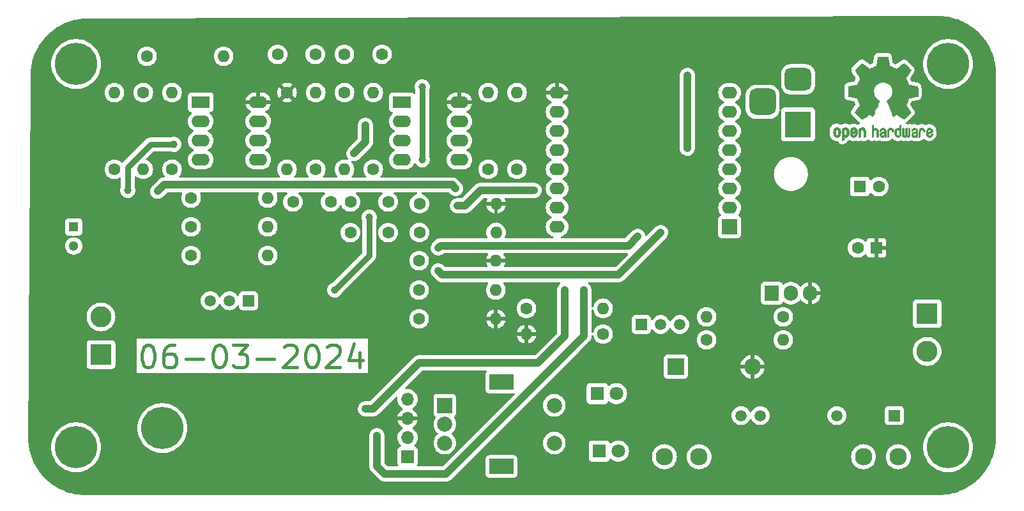
<source format=gbr>
%TF.GenerationSoftware,KiCad,Pcbnew,7.0.10*%
%TF.CreationDate,2024-03-07T19:54:13+07:00*%
%TF.ProjectId,solder-reflow,736f6c64-6572-42d7-9265-666c6f772e6b,rev?*%
%TF.SameCoordinates,Original*%
%TF.FileFunction,Copper,L1,Top*%
%TF.FilePolarity,Positive*%
%FSLAX46Y46*%
G04 Gerber Fmt 4.6, Leading zero omitted, Abs format (unit mm)*
G04 Created by KiCad (PCBNEW 7.0.10) date 2024-03-07 19:54:13*
%MOMM*%
%LPD*%
G01*
G04 APERTURE LIST*
G04 Aperture macros list*
%AMRoundRect*
0 Rectangle with rounded corners*
0 $1 Rounding radius*
0 $2 $3 $4 $5 $6 $7 $8 $9 X,Y pos of 4 corners*
0 Add a 4 corners polygon primitive as box body*
4,1,4,$2,$3,$4,$5,$6,$7,$8,$9,$2,$3,0*
0 Add four circle primitives for the rounded corners*
1,1,$1+$1,$2,$3*
1,1,$1+$1,$4,$5*
1,1,$1+$1,$6,$7*
1,1,$1+$1,$8,$9*
0 Add four rect primitives between the rounded corners*
20,1,$1+$1,$2,$3,$4,$5,0*
20,1,$1+$1,$4,$5,$6,$7,0*
20,1,$1+$1,$6,$7,$8,$9,0*
20,1,$1+$1,$8,$9,$2,$3,0*%
G04 Aperture macros list end*
%ADD10C,0.400000*%
%TA.AperFunction,NonConductor*%
%ADD11C,0.400000*%
%TD*%
%TA.AperFunction,EtchedComponent*%
%ADD12C,0.010000*%
%TD*%
%TA.AperFunction,ComponentPad*%
%ADD13C,1.600000*%
%TD*%
%TA.AperFunction,ComponentPad*%
%ADD14O,1.600000X1.600000*%
%TD*%
%TA.AperFunction,ComponentPad*%
%ADD15R,1.300000X1.300000*%
%TD*%
%TA.AperFunction,ComponentPad*%
%ADD16C,1.300000*%
%TD*%
%TA.AperFunction,ComponentPad*%
%ADD17C,5.600000*%
%TD*%
%TA.AperFunction,ComponentPad*%
%ADD18R,2.400000X1.600000*%
%TD*%
%TA.AperFunction,ComponentPad*%
%ADD19O,2.400000X1.600000*%
%TD*%
%TA.AperFunction,ComponentPad*%
%ADD20R,1.800000X1.800000*%
%TD*%
%TA.AperFunction,ComponentPad*%
%ADD21C,1.800000*%
%TD*%
%TA.AperFunction,ComponentPad*%
%ADD22R,2.000000X2.000000*%
%TD*%
%TA.AperFunction,ComponentPad*%
%ADD23O,2.000000X1.600000*%
%TD*%
%TA.AperFunction,ComponentPad*%
%ADD24R,3.500000X3.500000*%
%TD*%
%TA.AperFunction,ComponentPad*%
%ADD25RoundRect,0.750000X-1.000000X0.750000X-1.000000X-0.750000X1.000000X-0.750000X1.000000X0.750000X0*%
%TD*%
%TA.AperFunction,ComponentPad*%
%ADD26RoundRect,0.875000X-0.875000X0.875000X-0.875000X-0.875000X0.875000X-0.875000X0.875000X0.875000X0*%
%TD*%
%TA.AperFunction,ComponentPad*%
%ADD27C,2.300000*%
%TD*%
%TA.AperFunction,ComponentPad*%
%ADD28R,1.500000X1.500000*%
%TD*%
%TA.AperFunction,ComponentPad*%
%ADD29C,1.500000*%
%TD*%
%TA.AperFunction,ComponentPad*%
%ADD30R,2.200000X2.200000*%
%TD*%
%TA.AperFunction,ComponentPad*%
%ADD31O,2.200000X2.200000*%
%TD*%
%TA.AperFunction,ComponentPad*%
%ADD32R,1.905000X2.000000*%
%TD*%
%TA.AperFunction,ComponentPad*%
%ADD33O,1.905000X2.000000*%
%TD*%
%TA.AperFunction,ComponentPad*%
%ADD34C,2.000000*%
%TD*%
%TA.AperFunction,ComponentPad*%
%ADD35R,3.200000X2.000000*%
%TD*%
%TA.AperFunction,ComponentPad*%
%ADD36R,2.800000X2.800000*%
%TD*%
%TA.AperFunction,ComponentPad*%
%ADD37C,2.800000*%
%TD*%
%TA.AperFunction,ComponentPad*%
%ADD38R,1.600000X1.600000*%
%TD*%
%TA.AperFunction,ComponentPad*%
%ADD39R,1.700000X1.700000*%
%TD*%
%TA.AperFunction,ComponentPad*%
%ADD40O,1.700000X1.700000*%
%TD*%
%TA.AperFunction,ComponentPad*%
%ADD41R,1.508000X1.508000*%
%TD*%
%TA.AperFunction,ComponentPad*%
%ADD42C,1.508000*%
%TD*%
%TA.AperFunction,ViaPad*%
%ADD43C,0.800000*%
%TD*%
%TA.AperFunction,ViaPad*%
%ADD44C,1.000000*%
%TD*%
%TA.AperFunction,Conductor*%
%ADD45C,1.000000*%
%TD*%
%TA.AperFunction,Conductor*%
%ADD46C,0.800000*%
%TD*%
%TA.AperFunction,Conductor*%
%ADD47C,0.500000*%
%TD*%
G04 APERTURE END LIST*
D10*
D11*
X104672871Y-90592057D02*
X104958585Y-90592057D01*
X104958585Y-90592057D02*
X105244299Y-90734914D01*
X105244299Y-90734914D02*
X105387157Y-90877771D01*
X105387157Y-90877771D02*
X105530014Y-91163485D01*
X105530014Y-91163485D02*
X105672871Y-91734914D01*
X105672871Y-91734914D02*
X105672871Y-92449200D01*
X105672871Y-92449200D02*
X105530014Y-93020628D01*
X105530014Y-93020628D02*
X105387157Y-93306342D01*
X105387157Y-93306342D02*
X105244299Y-93449200D01*
X105244299Y-93449200D02*
X104958585Y-93592057D01*
X104958585Y-93592057D02*
X104672871Y-93592057D01*
X104672871Y-93592057D02*
X104387157Y-93449200D01*
X104387157Y-93449200D02*
X104244299Y-93306342D01*
X104244299Y-93306342D02*
X104101442Y-93020628D01*
X104101442Y-93020628D02*
X103958585Y-92449200D01*
X103958585Y-92449200D02*
X103958585Y-91734914D01*
X103958585Y-91734914D02*
X104101442Y-91163485D01*
X104101442Y-91163485D02*
X104244299Y-90877771D01*
X104244299Y-90877771D02*
X104387157Y-90734914D01*
X104387157Y-90734914D02*
X104672871Y-90592057D01*
X108244300Y-90592057D02*
X107672871Y-90592057D01*
X107672871Y-90592057D02*
X107387157Y-90734914D01*
X107387157Y-90734914D02*
X107244300Y-90877771D01*
X107244300Y-90877771D02*
X106958585Y-91306342D01*
X106958585Y-91306342D02*
X106815728Y-91877771D01*
X106815728Y-91877771D02*
X106815728Y-93020628D01*
X106815728Y-93020628D02*
X106958585Y-93306342D01*
X106958585Y-93306342D02*
X107101442Y-93449200D01*
X107101442Y-93449200D02*
X107387157Y-93592057D01*
X107387157Y-93592057D02*
X107958585Y-93592057D01*
X107958585Y-93592057D02*
X108244300Y-93449200D01*
X108244300Y-93449200D02*
X108387157Y-93306342D01*
X108387157Y-93306342D02*
X108530014Y-93020628D01*
X108530014Y-93020628D02*
X108530014Y-92306342D01*
X108530014Y-92306342D02*
X108387157Y-92020628D01*
X108387157Y-92020628D02*
X108244300Y-91877771D01*
X108244300Y-91877771D02*
X107958585Y-91734914D01*
X107958585Y-91734914D02*
X107387157Y-91734914D01*
X107387157Y-91734914D02*
X107101442Y-91877771D01*
X107101442Y-91877771D02*
X106958585Y-92020628D01*
X106958585Y-92020628D02*
X106815728Y-92306342D01*
X109815728Y-92449200D02*
X112101443Y-92449200D01*
X114101443Y-90592057D02*
X114387157Y-90592057D01*
X114387157Y-90592057D02*
X114672871Y-90734914D01*
X114672871Y-90734914D02*
X114815729Y-90877771D01*
X114815729Y-90877771D02*
X114958586Y-91163485D01*
X114958586Y-91163485D02*
X115101443Y-91734914D01*
X115101443Y-91734914D02*
X115101443Y-92449200D01*
X115101443Y-92449200D02*
X114958586Y-93020628D01*
X114958586Y-93020628D02*
X114815729Y-93306342D01*
X114815729Y-93306342D02*
X114672871Y-93449200D01*
X114672871Y-93449200D02*
X114387157Y-93592057D01*
X114387157Y-93592057D02*
X114101443Y-93592057D01*
X114101443Y-93592057D02*
X113815729Y-93449200D01*
X113815729Y-93449200D02*
X113672871Y-93306342D01*
X113672871Y-93306342D02*
X113530014Y-93020628D01*
X113530014Y-93020628D02*
X113387157Y-92449200D01*
X113387157Y-92449200D02*
X113387157Y-91734914D01*
X113387157Y-91734914D02*
X113530014Y-91163485D01*
X113530014Y-91163485D02*
X113672871Y-90877771D01*
X113672871Y-90877771D02*
X113815729Y-90734914D01*
X113815729Y-90734914D02*
X114101443Y-90592057D01*
X116101443Y-90592057D02*
X117958586Y-90592057D01*
X117958586Y-90592057D02*
X116958586Y-91734914D01*
X116958586Y-91734914D02*
X117387157Y-91734914D01*
X117387157Y-91734914D02*
X117672872Y-91877771D01*
X117672872Y-91877771D02*
X117815729Y-92020628D01*
X117815729Y-92020628D02*
X117958586Y-92306342D01*
X117958586Y-92306342D02*
X117958586Y-93020628D01*
X117958586Y-93020628D02*
X117815729Y-93306342D01*
X117815729Y-93306342D02*
X117672872Y-93449200D01*
X117672872Y-93449200D02*
X117387157Y-93592057D01*
X117387157Y-93592057D02*
X116530014Y-93592057D01*
X116530014Y-93592057D02*
X116244300Y-93449200D01*
X116244300Y-93449200D02*
X116101443Y-93306342D01*
X119244300Y-92449200D02*
X121530015Y-92449200D01*
X122815729Y-90877771D02*
X122958586Y-90734914D01*
X122958586Y-90734914D02*
X123244301Y-90592057D01*
X123244301Y-90592057D02*
X123958586Y-90592057D01*
X123958586Y-90592057D02*
X124244301Y-90734914D01*
X124244301Y-90734914D02*
X124387158Y-90877771D01*
X124387158Y-90877771D02*
X124530015Y-91163485D01*
X124530015Y-91163485D02*
X124530015Y-91449200D01*
X124530015Y-91449200D02*
X124387158Y-91877771D01*
X124387158Y-91877771D02*
X122672872Y-93592057D01*
X122672872Y-93592057D02*
X124530015Y-93592057D01*
X126387158Y-90592057D02*
X126672872Y-90592057D01*
X126672872Y-90592057D02*
X126958586Y-90734914D01*
X126958586Y-90734914D02*
X127101444Y-90877771D01*
X127101444Y-90877771D02*
X127244301Y-91163485D01*
X127244301Y-91163485D02*
X127387158Y-91734914D01*
X127387158Y-91734914D02*
X127387158Y-92449200D01*
X127387158Y-92449200D02*
X127244301Y-93020628D01*
X127244301Y-93020628D02*
X127101444Y-93306342D01*
X127101444Y-93306342D02*
X126958586Y-93449200D01*
X126958586Y-93449200D02*
X126672872Y-93592057D01*
X126672872Y-93592057D02*
X126387158Y-93592057D01*
X126387158Y-93592057D02*
X126101444Y-93449200D01*
X126101444Y-93449200D02*
X125958586Y-93306342D01*
X125958586Y-93306342D02*
X125815729Y-93020628D01*
X125815729Y-93020628D02*
X125672872Y-92449200D01*
X125672872Y-92449200D02*
X125672872Y-91734914D01*
X125672872Y-91734914D02*
X125815729Y-91163485D01*
X125815729Y-91163485D02*
X125958586Y-90877771D01*
X125958586Y-90877771D02*
X126101444Y-90734914D01*
X126101444Y-90734914D02*
X126387158Y-90592057D01*
X128530015Y-90877771D02*
X128672872Y-90734914D01*
X128672872Y-90734914D02*
X128958587Y-90592057D01*
X128958587Y-90592057D02*
X129672872Y-90592057D01*
X129672872Y-90592057D02*
X129958587Y-90734914D01*
X129958587Y-90734914D02*
X130101444Y-90877771D01*
X130101444Y-90877771D02*
X130244301Y-91163485D01*
X130244301Y-91163485D02*
X130244301Y-91449200D01*
X130244301Y-91449200D02*
X130101444Y-91877771D01*
X130101444Y-91877771D02*
X128387158Y-93592057D01*
X128387158Y-93592057D02*
X130244301Y-93592057D01*
X132815730Y-91592057D02*
X132815730Y-93592057D01*
X132101444Y-90449200D02*
X131387158Y-92592057D01*
X131387158Y-92592057D02*
X133244301Y-92592057D01*
%TO.C,REF\u002A\u002A*%
D12*
X207519690Y-61852018D02*
X207554585Y-61867269D01*
X207637877Y-61933235D01*
X207709103Y-62028618D01*
X207753153Y-62130406D01*
X207760322Y-62180587D01*
X207736285Y-62250647D01*
X207683561Y-62287717D01*
X207627031Y-62310164D01*
X207601146Y-62314300D01*
X207588542Y-62284283D01*
X207563654Y-62218961D01*
X207552735Y-62189445D01*
X207491508Y-62087348D01*
X207402861Y-62036423D01*
X207289193Y-62037989D01*
X207280774Y-62039994D01*
X207220088Y-62068767D01*
X207175474Y-62124859D01*
X207145002Y-62215163D01*
X207126744Y-62346571D01*
X207118771Y-62525974D01*
X207118023Y-62621433D01*
X207117652Y-62771913D01*
X207115223Y-62874495D01*
X207108760Y-62939672D01*
X207096288Y-62977938D01*
X207075833Y-62999785D01*
X207045419Y-63015707D01*
X207043661Y-63016509D01*
X206985091Y-63041272D01*
X206956075Y-63050391D01*
X206951616Y-63022822D01*
X206947799Y-62946620D01*
X206944899Y-62831541D01*
X206943191Y-62687341D01*
X206942851Y-62581814D01*
X206944588Y-62377613D01*
X206951382Y-62222697D01*
X206965607Y-62108024D01*
X206989638Y-62024551D01*
X207025848Y-61963236D01*
X207076612Y-61915034D01*
X207126739Y-61881393D01*
X207247275Y-61836619D01*
X207387557Y-61826521D01*
X207519690Y-61852018D01*
%TA.AperFunction,EtchedComponent*%
G36*
X207519690Y-61852018D02*
G01*
X207554585Y-61867269D01*
X207637877Y-61933235D01*
X207709103Y-62028618D01*
X207753153Y-62130406D01*
X207760322Y-62180587D01*
X207736285Y-62250647D01*
X207683561Y-62287717D01*
X207627031Y-62310164D01*
X207601146Y-62314300D01*
X207588542Y-62284283D01*
X207563654Y-62218961D01*
X207552735Y-62189445D01*
X207491508Y-62087348D01*
X207402861Y-62036423D01*
X207289193Y-62037989D01*
X207280774Y-62039994D01*
X207220088Y-62068767D01*
X207175474Y-62124859D01*
X207145002Y-62215163D01*
X207126744Y-62346571D01*
X207118771Y-62525974D01*
X207118023Y-62621433D01*
X207117652Y-62771913D01*
X207115223Y-62874495D01*
X207108760Y-62939672D01*
X207096288Y-62977938D01*
X207075833Y-62999785D01*
X207045419Y-63015707D01*
X207043661Y-63016509D01*
X206985091Y-63041272D01*
X206956075Y-63050391D01*
X206951616Y-63022822D01*
X206947799Y-62946620D01*
X206944899Y-62831541D01*
X206943191Y-62687341D01*
X206942851Y-62581814D01*
X206944588Y-62377613D01*
X206951382Y-62222697D01*
X206965607Y-62108024D01*
X206989638Y-62024551D01*
X207025848Y-61963236D01*
X207076612Y-61915034D01*
X207126739Y-61881393D01*
X207247275Y-61836619D01*
X207387557Y-61826521D01*
X207519690Y-61852018D01*
G37*
%TD.AperFunction*%
X199601429Y-61789719D02*
X199695123Y-61843914D01*
X199760264Y-61897707D01*
X199807907Y-61954066D01*
X199840728Y-62022987D01*
X199861406Y-62114468D01*
X199872620Y-62238506D01*
X199877049Y-62405098D01*
X199877563Y-62524851D01*
X199877563Y-62965659D01*
X199753483Y-63021283D01*
X199629402Y-63076907D01*
X199614805Y-62594095D01*
X199608773Y-62413779D01*
X199602445Y-62282901D01*
X199594606Y-62192511D01*
X199584037Y-62133664D01*
X199569523Y-62097413D01*
X199549848Y-62074810D01*
X199543535Y-62069917D01*
X199447888Y-62031706D01*
X199351207Y-62046827D01*
X199293655Y-62086943D01*
X199270245Y-62115370D01*
X199254039Y-62152672D01*
X199243741Y-62209223D01*
X199238049Y-62295394D01*
X199235664Y-62421558D01*
X199235264Y-62553042D01*
X199235186Y-62717999D01*
X199232361Y-62834761D01*
X199222907Y-62913510D01*
X199202940Y-62964431D01*
X199168576Y-62997706D01*
X199115932Y-63023520D01*
X199045617Y-63050344D01*
X198968820Y-63079542D01*
X198977962Y-62561346D01*
X198981643Y-62374539D01*
X198985950Y-62236490D01*
X198992123Y-62137568D01*
X199001402Y-62068145D01*
X199015027Y-62018590D01*
X199034239Y-61979273D01*
X199057402Y-61944584D01*
X199169152Y-61833770D01*
X199305513Y-61769689D01*
X199453825Y-61754339D01*
X199601429Y-61789719D01*
%TA.AperFunction,EtchedComponent*%
G36*
X199601429Y-61789719D02*
G01*
X199695123Y-61843914D01*
X199760264Y-61897707D01*
X199807907Y-61954066D01*
X199840728Y-62022987D01*
X199861406Y-62114468D01*
X199872620Y-62238506D01*
X199877049Y-62405098D01*
X199877563Y-62524851D01*
X199877563Y-62965659D01*
X199753483Y-63021283D01*
X199629402Y-63076907D01*
X199614805Y-62594095D01*
X199608773Y-62413779D01*
X199602445Y-62282901D01*
X199594606Y-62192511D01*
X199584037Y-62133664D01*
X199569523Y-62097413D01*
X199549848Y-62074810D01*
X199543535Y-62069917D01*
X199447888Y-62031706D01*
X199351207Y-62046827D01*
X199293655Y-62086943D01*
X199270245Y-62115370D01*
X199254039Y-62152672D01*
X199243741Y-62209223D01*
X199238049Y-62295394D01*
X199235664Y-62421558D01*
X199235264Y-62553042D01*
X199235186Y-62717999D01*
X199232361Y-62834761D01*
X199222907Y-62913510D01*
X199202940Y-62964431D01*
X199168576Y-62997706D01*
X199115932Y-63023520D01*
X199045617Y-63050344D01*
X198968820Y-63079542D01*
X198977962Y-62561346D01*
X198981643Y-62374539D01*
X198985950Y-62236490D01*
X198992123Y-62137568D01*
X199001402Y-62068145D01*
X199015027Y-62018590D01*
X199034239Y-61979273D01*
X199057402Y-61944584D01*
X199169152Y-61833770D01*
X199305513Y-61769689D01*
X199453825Y-61754339D01*
X199601429Y-61789719D01*
G37*
%TD.AperFunction*%
X203249943Y-61833920D02*
X203382565Y-61882859D01*
X203490010Y-61969419D01*
X203532032Y-62030352D01*
X203577843Y-62142161D01*
X203576891Y-62223006D01*
X203528808Y-62277378D01*
X203511017Y-62286624D01*
X203434204Y-62315450D01*
X203394976Y-62308065D01*
X203381689Y-62259658D01*
X203381012Y-62232920D01*
X203356686Y-62134548D01*
X203293281Y-62065734D01*
X203205154Y-62032498D01*
X203106663Y-62040861D01*
X203026602Y-62084296D01*
X202999561Y-62109072D01*
X202980394Y-62139129D01*
X202967446Y-62184565D01*
X202959064Y-62255476D01*
X202953593Y-62361960D01*
X202949378Y-62514112D01*
X202948287Y-62562287D01*
X202944307Y-62727095D01*
X202939781Y-62843088D01*
X202932995Y-62919833D01*
X202922231Y-62966893D01*
X202905773Y-62993835D01*
X202881906Y-63010223D01*
X202866626Y-63017463D01*
X202801733Y-63042220D01*
X202763534Y-63050391D01*
X202750912Y-63023103D01*
X202743208Y-62940603D01*
X202740380Y-62801941D01*
X202742386Y-62606162D01*
X202743011Y-62575965D01*
X202747421Y-62397349D01*
X202752635Y-62266923D01*
X202760055Y-62174492D01*
X202771082Y-62109858D01*
X202787117Y-62062825D01*
X202809561Y-62023196D01*
X202821302Y-62006215D01*
X202888619Y-61931080D01*
X202963910Y-61872638D01*
X202973128Y-61867536D01*
X203108133Y-61827260D01*
X203249943Y-61833920D01*
%TA.AperFunction,EtchedComponent*%
G36*
X203249943Y-61833920D02*
G01*
X203382565Y-61882859D01*
X203490010Y-61969419D01*
X203532032Y-62030352D01*
X203577843Y-62142161D01*
X203576891Y-62223006D01*
X203528808Y-62277378D01*
X203511017Y-62286624D01*
X203434204Y-62315450D01*
X203394976Y-62308065D01*
X203381689Y-62259658D01*
X203381012Y-62232920D01*
X203356686Y-62134548D01*
X203293281Y-62065734D01*
X203205154Y-62032498D01*
X203106663Y-62040861D01*
X203026602Y-62084296D01*
X202999561Y-62109072D01*
X202980394Y-62139129D01*
X202967446Y-62184565D01*
X202959064Y-62255476D01*
X202953593Y-62361960D01*
X202949378Y-62514112D01*
X202948287Y-62562287D01*
X202944307Y-62727095D01*
X202939781Y-62843088D01*
X202932995Y-62919833D01*
X202922231Y-62966893D01*
X202905773Y-62993835D01*
X202881906Y-63010223D01*
X202866626Y-63017463D01*
X202801733Y-63042220D01*
X202763534Y-63050391D01*
X202750912Y-63023103D01*
X202743208Y-62940603D01*
X202740380Y-62801941D01*
X202742386Y-62606162D01*
X202743011Y-62575965D01*
X202747421Y-62397349D01*
X202752635Y-62266923D01*
X202760055Y-62174492D01*
X202771082Y-62109858D01*
X202787117Y-62062825D01*
X202809561Y-62023196D01*
X202821302Y-62006215D01*
X202888619Y-61931080D01*
X202963910Y-61872638D01*
X202973128Y-61867536D01*
X203108133Y-61827260D01*
X203249943Y-61833920D01*
G37*
%TD.AperFunction*%
X205764124Y-61851840D02*
X205768579Y-61928653D01*
X205772071Y-62045391D01*
X205774315Y-62192821D01*
X205775035Y-62347455D01*
X205775035Y-62870727D01*
X205682645Y-62963117D01*
X205618978Y-63020047D01*
X205563089Y-63043107D01*
X205486702Y-63041647D01*
X205456380Y-63037934D01*
X205361610Y-63027126D01*
X205283222Y-63020933D01*
X205264115Y-63020361D01*
X205199699Y-63024102D01*
X205107571Y-63033494D01*
X205071850Y-63037934D01*
X204984114Y-63044801D01*
X204925153Y-63029885D01*
X204866690Y-62983835D01*
X204845585Y-62963117D01*
X204753195Y-62870727D01*
X204753195Y-61891947D01*
X204827558Y-61858066D01*
X204891590Y-61832970D01*
X204929052Y-61824184D01*
X204938657Y-61851950D01*
X204947635Y-61929530D01*
X204955386Y-62048348D01*
X204961314Y-62199828D01*
X204964173Y-62327805D01*
X204972161Y-62831425D01*
X205041848Y-62841278D01*
X205105229Y-62834389D01*
X205136286Y-62812083D01*
X205144967Y-62770379D01*
X205152378Y-62681544D01*
X205157931Y-62556834D01*
X205161036Y-62407507D01*
X205161484Y-62330661D01*
X205161931Y-61888287D01*
X205253874Y-61856235D01*
X205318949Y-61834443D01*
X205354347Y-61824281D01*
X205355368Y-61824184D01*
X205358920Y-61851809D01*
X205362823Y-61928411D01*
X205366751Y-62044579D01*
X205370376Y-62190904D01*
X205372908Y-62327805D01*
X205380897Y-62831425D01*
X205556069Y-62831425D01*
X205564107Y-62371965D01*
X205572146Y-61912505D01*
X205657543Y-61868344D01*
X205720593Y-61838019D01*
X205757910Y-61824258D01*
X205758987Y-61824184D01*
X205764124Y-61851840D01*
%TA.AperFunction,EtchedComponent*%
G36*
X205764124Y-61851840D02*
G01*
X205768579Y-61928653D01*
X205772071Y-62045391D01*
X205774315Y-62192821D01*
X205775035Y-62347455D01*
X205775035Y-62870727D01*
X205682645Y-62963117D01*
X205618978Y-63020047D01*
X205563089Y-63043107D01*
X205486702Y-63041647D01*
X205456380Y-63037934D01*
X205361610Y-63027126D01*
X205283222Y-63020933D01*
X205264115Y-63020361D01*
X205199699Y-63024102D01*
X205107571Y-63033494D01*
X205071850Y-63037934D01*
X204984114Y-63044801D01*
X204925153Y-63029885D01*
X204866690Y-62983835D01*
X204845585Y-62963117D01*
X204753195Y-62870727D01*
X204753195Y-61891947D01*
X204827558Y-61858066D01*
X204891590Y-61832970D01*
X204929052Y-61824184D01*
X204938657Y-61851950D01*
X204947635Y-61929530D01*
X204955386Y-62048348D01*
X204961314Y-62199828D01*
X204964173Y-62327805D01*
X204972161Y-62831425D01*
X205041848Y-62841278D01*
X205105229Y-62834389D01*
X205136286Y-62812083D01*
X205144967Y-62770379D01*
X205152378Y-62681544D01*
X205157931Y-62556834D01*
X205161036Y-62407507D01*
X205161484Y-62330661D01*
X205161931Y-61888287D01*
X205253874Y-61856235D01*
X205318949Y-61834443D01*
X205354347Y-61824281D01*
X205355368Y-61824184D01*
X205358920Y-61851809D01*
X205362823Y-61928411D01*
X205366751Y-62044579D01*
X205370376Y-62190904D01*
X205372908Y-62327805D01*
X205380897Y-62831425D01*
X205556069Y-62831425D01*
X205564107Y-62371965D01*
X205572146Y-61912505D01*
X205657543Y-61868344D01*
X205720593Y-61838019D01*
X205757910Y-61824258D01*
X205758987Y-61824184D01*
X205764124Y-61851840D01*
G37*
%TD.AperFunction*%
X200928598Y-61635857D02*
X200937154Y-61755188D01*
X200946981Y-61825506D01*
X200960599Y-61856179D01*
X200980527Y-61856571D01*
X200986989Y-61852910D01*
X201072940Y-61826398D01*
X201184745Y-61827946D01*
X201298414Y-61855199D01*
X201369510Y-61890455D01*
X201442405Y-61946778D01*
X201495693Y-62010519D01*
X201532275Y-62091510D01*
X201555050Y-62199586D01*
X201566919Y-62344580D01*
X201570782Y-62536326D01*
X201570851Y-62573109D01*
X201570897Y-62986288D01*
X201478954Y-63018339D01*
X201413652Y-63040144D01*
X201377824Y-63050297D01*
X201376770Y-63050391D01*
X201373242Y-63022860D01*
X201370239Y-62946923D01*
X201367990Y-62832565D01*
X201366724Y-62689769D01*
X201366529Y-62602951D01*
X201366123Y-62431773D01*
X201364032Y-62309088D01*
X201358947Y-62225000D01*
X201349560Y-62169614D01*
X201334561Y-62133032D01*
X201312642Y-62105359D01*
X201298957Y-62092032D01*
X201204949Y-62038328D01*
X201102364Y-62034307D01*
X201009290Y-62079725D01*
X200992078Y-62096123D01*
X200966832Y-62126957D01*
X200949320Y-62163531D01*
X200938142Y-62216415D01*
X200931896Y-62296177D01*
X200929182Y-62413385D01*
X200928598Y-62574991D01*
X200928598Y-62986288D01*
X200836655Y-63018339D01*
X200771353Y-63040144D01*
X200735525Y-63050297D01*
X200734471Y-63050391D01*
X200731775Y-63022448D01*
X200729345Y-62943630D01*
X200727278Y-62821453D01*
X200725671Y-62663432D01*
X200724623Y-62477083D01*
X200724231Y-62269920D01*
X200724230Y-62260706D01*
X200724230Y-61471020D01*
X200819115Y-61430997D01*
X200914000Y-61390973D01*
X200928598Y-61635857D01*
%TA.AperFunction,EtchedComponent*%
G36*
X200928598Y-61635857D02*
G01*
X200937154Y-61755188D01*
X200946981Y-61825506D01*
X200960599Y-61856179D01*
X200980527Y-61856571D01*
X200986989Y-61852910D01*
X201072940Y-61826398D01*
X201184745Y-61827946D01*
X201298414Y-61855199D01*
X201369510Y-61890455D01*
X201442405Y-61946778D01*
X201495693Y-62010519D01*
X201532275Y-62091510D01*
X201555050Y-62199586D01*
X201566919Y-62344580D01*
X201570782Y-62536326D01*
X201570851Y-62573109D01*
X201570897Y-62986288D01*
X201478954Y-63018339D01*
X201413652Y-63040144D01*
X201377824Y-63050297D01*
X201376770Y-63050391D01*
X201373242Y-63022860D01*
X201370239Y-62946923D01*
X201367990Y-62832565D01*
X201366724Y-62689769D01*
X201366529Y-62602951D01*
X201366123Y-62431773D01*
X201364032Y-62309088D01*
X201358947Y-62225000D01*
X201349560Y-62169614D01*
X201334561Y-62133032D01*
X201312642Y-62105359D01*
X201298957Y-62092032D01*
X201204949Y-62038328D01*
X201102364Y-62034307D01*
X201009290Y-62079725D01*
X200992078Y-62096123D01*
X200966832Y-62126957D01*
X200949320Y-62163531D01*
X200938142Y-62216415D01*
X200931896Y-62296177D01*
X200929182Y-62413385D01*
X200928598Y-62574991D01*
X200928598Y-62986288D01*
X200836655Y-63018339D01*
X200771353Y-63040144D01*
X200735525Y-63050297D01*
X200734471Y-63050391D01*
X200731775Y-63022448D01*
X200729345Y-62943630D01*
X200727278Y-62821453D01*
X200725671Y-62663432D01*
X200724623Y-62477083D01*
X200724231Y-62269920D01*
X200724230Y-62260706D01*
X200724230Y-61471020D01*
X200819115Y-61430997D01*
X200914000Y-61390973D01*
X200928598Y-61635857D01*
G37*
%TD.AperFunction*%
X196232221Y-61778015D02*
X196369061Y-61849968D01*
X196470051Y-61965766D01*
X196505925Y-62040213D01*
X196533839Y-62151992D01*
X196548129Y-62293227D01*
X196549484Y-62447371D01*
X196538595Y-62597879D01*
X196516153Y-62728205D01*
X196482850Y-62821803D01*
X196472615Y-62837922D01*
X196351382Y-62958249D01*
X196207387Y-63030317D01*
X196051139Y-63051408D01*
X195893148Y-63018802D01*
X195849180Y-62999253D01*
X195763556Y-62939012D01*
X195688408Y-62859135D01*
X195681306Y-62849004D01*
X195652439Y-62800181D01*
X195633357Y-62747990D01*
X195622084Y-62679285D01*
X195616645Y-62580918D01*
X195615062Y-62439744D01*
X195615035Y-62408092D01*
X195615107Y-62398019D01*
X195906989Y-62398019D01*
X195908687Y-62531256D01*
X195915372Y-62619674D01*
X195929425Y-62676785D01*
X195953229Y-62716102D01*
X195965379Y-62729241D01*
X196035236Y-62779172D01*
X196103059Y-62776895D01*
X196171635Y-62733584D01*
X196212535Y-62687346D01*
X196236758Y-62619857D01*
X196250361Y-62513433D01*
X196251294Y-62501020D01*
X196253616Y-62308147D01*
X196229350Y-62164900D01*
X196178824Y-62072160D01*
X196102368Y-62030807D01*
X196075076Y-62028552D01*
X196003411Y-62039893D01*
X195954390Y-62079184D01*
X195924418Y-62154326D01*
X195909899Y-62273222D01*
X195906989Y-62398019D01*
X195615107Y-62398019D01*
X195616122Y-62257659D01*
X195620688Y-62152549D01*
X195630688Y-62079714D01*
X195648079Y-62026108D01*
X195674816Y-61978681D01*
X195680724Y-61969864D01*
X195780032Y-61851007D01*
X195888242Y-61782008D01*
X196019981Y-61754619D01*
X196064717Y-61753281D01*
X196232221Y-61778015D01*
%TA.AperFunction,EtchedComponent*%
G36*
X196232221Y-61778015D02*
G01*
X196369061Y-61849968D01*
X196470051Y-61965766D01*
X196505925Y-62040213D01*
X196533839Y-62151992D01*
X196548129Y-62293227D01*
X196549484Y-62447371D01*
X196538595Y-62597879D01*
X196516153Y-62728205D01*
X196482850Y-62821803D01*
X196472615Y-62837922D01*
X196351382Y-62958249D01*
X196207387Y-63030317D01*
X196051139Y-63051408D01*
X195893148Y-63018802D01*
X195849180Y-62999253D01*
X195763556Y-62939012D01*
X195688408Y-62859135D01*
X195681306Y-62849004D01*
X195652439Y-62800181D01*
X195633357Y-62747990D01*
X195622084Y-62679285D01*
X195616645Y-62580918D01*
X195615062Y-62439744D01*
X195615035Y-62408092D01*
X195615107Y-62398019D01*
X195906989Y-62398019D01*
X195908687Y-62531256D01*
X195915372Y-62619674D01*
X195929425Y-62676785D01*
X195953229Y-62716102D01*
X195965379Y-62729241D01*
X196035236Y-62779172D01*
X196103059Y-62776895D01*
X196171635Y-62733584D01*
X196212535Y-62687346D01*
X196236758Y-62619857D01*
X196250361Y-62513433D01*
X196251294Y-62501020D01*
X196253616Y-62308147D01*
X196229350Y-62164900D01*
X196178824Y-62072160D01*
X196102368Y-62030807D01*
X196075076Y-62028552D01*
X196003411Y-62039893D01*
X195954390Y-62079184D01*
X195924418Y-62154326D01*
X195909899Y-62273222D01*
X195906989Y-62398019D01*
X195615107Y-62398019D01*
X195616122Y-62257659D01*
X195620688Y-62152549D01*
X195630688Y-62079714D01*
X195648079Y-62026108D01*
X195674816Y-61978681D01*
X195680724Y-61969864D01*
X195780032Y-61851007D01*
X195888242Y-61782008D01*
X196019981Y-61754619D01*
X196064717Y-61753281D01*
X196232221Y-61778015D01*
G37*
%TD.AperFunction*%
X208527439Y-61868540D02*
X208642950Y-61944034D01*
X208698664Y-62011617D01*
X208742804Y-62134255D01*
X208746309Y-62231298D01*
X208738368Y-62361056D01*
X208439115Y-62492039D01*
X208293611Y-62558958D01*
X208198537Y-62612790D01*
X208149101Y-62659416D01*
X208140511Y-62704720D01*
X208167972Y-62754582D01*
X208198253Y-62787632D01*
X208286363Y-62840633D01*
X208382196Y-62844347D01*
X208470212Y-62803041D01*
X208534869Y-62720983D01*
X208546433Y-62692008D01*
X208601825Y-62601509D01*
X208665553Y-62562940D01*
X208752966Y-62529946D01*
X208752966Y-62655034D01*
X208745238Y-62740156D01*
X208714966Y-62811938D01*
X208651518Y-62894356D01*
X208642088Y-62905066D01*
X208571513Y-62978391D01*
X208510847Y-63017742D01*
X208434950Y-63035845D01*
X208372030Y-63041774D01*
X208259487Y-63043251D01*
X208179370Y-63024535D01*
X208129390Y-62996747D01*
X208050838Y-62935641D01*
X207996463Y-62869554D01*
X207962052Y-62786441D01*
X207943388Y-62674254D01*
X207936256Y-62520946D01*
X207935687Y-62443136D01*
X207937622Y-62349853D01*
X208113899Y-62349853D01*
X208115944Y-62399896D01*
X208121039Y-62408092D01*
X208154666Y-62396958D01*
X208227030Y-62367493D01*
X208323747Y-62325601D01*
X208343973Y-62316597D01*
X208466203Y-62254442D01*
X208533547Y-62199815D01*
X208548348Y-62148649D01*
X208512947Y-62096876D01*
X208483711Y-62074000D01*
X208378216Y-62028250D01*
X208279476Y-62035808D01*
X208196812Y-62091651D01*
X208139548Y-62190753D01*
X208121188Y-62269414D01*
X208113899Y-62349853D01*
X207937622Y-62349853D01*
X207939459Y-62261351D01*
X207953359Y-62126853D01*
X207980894Y-62028916D01*
X208025572Y-61956811D01*
X208090901Y-61899813D01*
X208119383Y-61881393D01*
X208248763Y-61833422D01*
X208390412Y-61830403D01*
X208527439Y-61868540D01*
%TA.AperFunction,EtchedComponent*%
G36*
X208527439Y-61868540D02*
G01*
X208642950Y-61944034D01*
X208698664Y-62011617D01*
X208742804Y-62134255D01*
X208746309Y-62231298D01*
X208738368Y-62361056D01*
X208439115Y-62492039D01*
X208293611Y-62558958D01*
X208198537Y-62612790D01*
X208149101Y-62659416D01*
X208140511Y-62704720D01*
X208167972Y-62754582D01*
X208198253Y-62787632D01*
X208286363Y-62840633D01*
X208382196Y-62844347D01*
X208470212Y-62803041D01*
X208534869Y-62720983D01*
X208546433Y-62692008D01*
X208601825Y-62601509D01*
X208665553Y-62562940D01*
X208752966Y-62529946D01*
X208752966Y-62655034D01*
X208745238Y-62740156D01*
X208714966Y-62811938D01*
X208651518Y-62894356D01*
X208642088Y-62905066D01*
X208571513Y-62978391D01*
X208510847Y-63017742D01*
X208434950Y-63035845D01*
X208372030Y-63041774D01*
X208259487Y-63043251D01*
X208179370Y-63024535D01*
X208129390Y-62996747D01*
X208050838Y-62935641D01*
X207996463Y-62869554D01*
X207962052Y-62786441D01*
X207943388Y-62674254D01*
X207936256Y-62520946D01*
X207935687Y-62443136D01*
X207937622Y-62349853D01*
X208113899Y-62349853D01*
X208115944Y-62399896D01*
X208121039Y-62408092D01*
X208154666Y-62396958D01*
X208227030Y-62367493D01*
X208323747Y-62325601D01*
X208343973Y-62316597D01*
X208466203Y-62254442D01*
X208533547Y-62199815D01*
X208548348Y-62148649D01*
X208512947Y-62096876D01*
X208483711Y-62074000D01*
X208378216Y-62028250D01*
X208279476Y-62035808D01*
X208196812Y-62091651D01*
X208139548Y-62190753D01*
X208121188Y-62269414D01*
X208113899Y-62349853D01*
X207937622Y-62349853D01*
X207939459Y-62261351D01*
X207953359Y-62126853D01*
X207980894Y-62028916D01*
X208025572Y-61956811D01*
X208090901Y-61899813D01*
X208119383Y-61881393D01*
X208248763Y-61833422D01*
X208390412Y-61830403D01*
X208527439Y-61868540D01*
G37*
%TD.AperFunction*%
X204577914Y-62066455D02*
X204577543Y-62284661D01*
X204576108Y-62452519D01*
X204573002Y-62578070D01*
X204567622Y-62669355D01*
X204559362Y-62734415D01*
X204547616Y-62781291D01*
X204531781Y-62818024D01*
X204519790Y-62838991D01*
X204420490Y-62952694D01*
X204294588Y-63023965D01*
X204155291Y-63049538D01*
X204015805Y-63026150D01*
X203932743Y-62984119D01*
X203845545Y-62911411D01*
X203786117Y-62822612D01*
X203750261Y-62706320D01*
X203733781Y-62551135D01*
X203731447Y-62437287D01*
X203731761Y-62429106D01*
X203935724Y-62429106D01*
X203936970Y-62559657D01*
X203942678Y-62646080D01*
X203955804Y-62702618D01*
X203979306Y-62743514D01*
X204007386Y-62774362D01*
X204101688Y-62833905D01*
X204202940Y-62838992D01*
X204298636Y-62789279D01*
X204306084Y-62782543D01*
X204337874Y-62747502D01*
X204357808Y-62705811D01*
X204368600Y-62643762D01*
X204372965Y-62547644D01*
X204373655Y-62441379D01*
X204372159Y-62307880D01*
X204365964Y-62218822D01*
X204352514Y-62160293D01*
X204329251Y-62118382D01*
X204310175Y-62096123D01*
X204221563Y-62039985D01*
X204119508Y-62033235D01*
X204022095Y-62076114D01*
X204003296Y-62092032D01*
X203971293Y-62127382D01*
X203951318Y-62169502D01*
X203940593Y-62232251D01*
X203936339Y-62329487D01*
X203935724Y-62429106D01*
X203731761Y-62429106D01*
X203738504Y-62253947D01*
X203762472Y-62116195D01*
X203807548Y-62012632D01*
X203877928Y-61931856D01*
X203932743Y-61890455D01*
X204032376Y-61845728D01*
X204147855Y-61824967D01*
X204255199Y-61830525D01*
X204315264Y-61852943D01*
X204338835Y-61859323D01*
X204354477Y-61835535D01*
X204365395Y-61771788D01*
X204373655Y-61674687D01*
X204382699Y-61566541D01*
X204395261Y-61501475D01*
X204418119Y-61464268D01*
X204458051Y-61439699D01*
X204483138Y-61428819D01*
X204578023Y-61389072D01*
X204577914Y-62066455D01*
%TA.AperFunction,EtchedComponent*%
G36*
X204577914Y-62066455D02*
G01*
X204577543Y-62284661D01*
X204576108Y-62452519D01*
X204573002Y-62578070D01*
X204567622Y-62669355D01*
X204559362Y-62734415D01*
X204547616Y-62781291D01*
X204531781Y-62818024D01*
X204519790Y-62838991D01*
X204420490Y-62952694D01*
X204294588Y-63023965D01*
X204155291Y-63049538D01*
X204015805Y-63026150D01*
X203932743Y-62984119D01*
X203845545Y-62911411D01*
X203786117Y-62822612D01*
X203750261Y-62706320D01*
X203733781Y-62551135D01*
X203731447Y-62437287D01*
X203731761Y-62429106D01*
X203935724Y-62429106D01*
X203936970Y-62559657D01*
X203942678Y-62646080D01*
X203955804Y-62702618D01*
X203979306Y-62743514D01*
X204007386Y-62774362D01*
X204101688Y-62833905D01*
X204202940Y-62838992D01*
X204298636Y-62789279D01*
X204306084Y-62782543D01*
X204337874Y-62747502D01*
X204357808Y-62705811D01*
X204368600Y-62643762D01*
X204372965Y-62547644D01*
X204373655Y-62441379D01*
X204372159Y-62307880D01*
X204365964Y-62218822D01*
X204352514Y-62160293D01*
X204329251Y-62118382D01*
X204310175Y-62096123D01*
X204221563Y-62039985D01*
X204119508Y-62033235D01*
X204022095Y-62076114D01*
X204003296Y-62092032D01*
X203971293Y-62127382D01*
X203951318Y-62169502D01*
X203940593Y-62232251D01*
X203936339Y-62329487D01*
X203935724Y-62429106D01*
X203731761Y-62429106D01*
X203738504Y-62253947D01*
X203762472Y-62116195D01*
X203807548Y-62012632D01*
X203877928Y-61931856D01*
X203932743Y-61890455D01*
X204032376Y-61845728D01*
X204147855Y-61824967D01*
X204255199Y-61830525D01*
X204315264Y-61852943D01*
X204338835Y-61859323D01*
X204354477Y-61835535D01*
X204365395Y-61771788D01*
X204373655Y-61674687D01*
X204382699Y-61566541D01*
X204395261Y-61501475D01*
X204418119Y-61464268D01*
X204458051Y-61439699D01*
X204483138Y-61428819D01*
X204578023Y-61389072D01*
X204577914Y-62066455D01*
G37*
%TD.AperFunction*%
X198499552Y-61796676D02*
X198614658Y-61874111D01*
X198703611Y-61985949D01*
X198756749Y-62128265D01*
X198767497Y-62233015D01*
X198766276Y-62276726D01*
X198756056Y-62310194D01*
X198727961Y-62340179D01*
X198673116Y-62373440D01*
X198582645Y-62416738D01*
X198447672Y-62476833D01*
X198446989Y-62477134D01*
X198322751Y-62534037D01*
X198220873Y-62584565D01*
X198151767Y-62623280D01*
X198125846Y-62644740D01*
X198125839Y-62644913D01*
X198148685Y-62691644D01*
X198202109Y-62743154D01*
X198263442Y-62780261D01*
X198294515Y-62787632D01*
X198379289Y-62762138D01*
X198452293Y-62698291D01*
X198487913Y-62628094D01*
X198522180Y-62576343D01*
X198589303Y-62517409D01*
X198668208Y-62466496D01*
X198737821Y-62438809D01*
X198752377Y-62437287D01*
X198768763Y-62462321D01*
X198769750Y-62526311D01*
X198757708Y-62612593D01*
X198735007Y-62704501D01*
X198704014Y-62785369D01*
X198702448Y-62788509D01*
X198609181Y-62918734D01*
X198488304Y-63007311D01*
X198351027Y-63050786D01*
X198208560Y-63045706D01*
X198072112Y-62988616D01*
X198066045Y-62984602D01*
X197958710Y-62887326D01*
X197888132Y-62760409D01*
X197849074Y-62593526D01*
X197843832Y-62546639D01*
X197834548Y-62325329D01*
X197845678Y-62222124D01*
X198125839Y-62222124D01*
X198129479Y-62286503D01*
X198149389Y-62305291D01*
X198199026Y-62291235D01*
X198277267Y-62258009D01*
X198364726Y-62216359D01*
X198366899Y-62215256D01*
X198441030Y-62176265D01*
X198470781Y-62150244D01*
X198463445Y-62122965D01*
X198432553Y-62087121D01*
X198353960Y-62035251D01*
X198269323Y-62031439D01*
X198193403Y-62069189D01*
X198140965Y-62142001D01*
X198125839Y-62222124D01*
X197845678Y-62222124D01*
X197853644Y-62148261D01*
X197902634Y-62007829D01*
X197970836Y-61909447D01*
X198093935Y-61810030D01*
X198229528Y-61760711D01*
X198367955Y-61757568D01*
X198499552Y-61796676D01*
%TA.AperFunction,EtchedComponent*%
G36*
X198499552Y-61796676D02*
G01*
X198614658Y-61874111D01*
X198703611Y-61985949D01*
X198756749Y-62128265D01*
X198767497Y-62233015D01*
X198766276Y-62276726D01*
X198756056Y-62310194D01*
X198727961Y-62340179D01*
X198673116Y-62373440D01*
X198582645Y-62416738D01*
X198447672Y-62476833D01*
X198446989Y-62477134D01*
X198322751Y-62534037D01*
X198220873Y-62584565D01*
X198151767Y-62623280D01*
X198125846Y-62644740D01*
X198125839Y-62644913D01*
X198148685Y-62691644D01*
X198202109Y-62743154D01*
X198263442Y-62780261D01*
X198294515Y-62787632D01*
X198379289Y-62762138D01*
X198452293Y-62698291D01*
X198487913Y-62628094D01*
X198522180Y-62576343D01*
X198589303Y-62517409D01*
X198668208Y-62466496D01*
X198737821Y-62438809D01*
X198752377Y-62437287D01*
X198768763Y-62462321D01*
X198769750Y-62526311D01*
X198757708Y-62612593D01*
X198735007Y-62704501D01*
X198704014Y-62785369D01*
X198702448Y-62788509D01*
X198609181Y-62918734D01*
X198488304Y-63007311D01*
X198351027Y-63050786D01*
X198208560Y-63045706D01*
X198072112Y-62988616D01*
X198066045Y-62984602D01*
X197958710Y-62887326D01*
X197888132Y-62760409D01*
X197849074Y-62593526D01*
X197843832Y-62546639D01*
X197834548Y-62325329D01*
X197845678Y-62222124D01*
X198125839Y-62222124D01*
X198129479Y-62286503D01*
X198149389Y-62305291D01*
X198199026Y-62291235D01*
X198277267Y-62258009D01*
X198364726Y-62216359D01*
X198366899Y-62215256D01*
X198441030Y-62176265D01*
X198470781Y-62150244D01*
X198463445Y-62122965D01*
X198432553Y-62087121D01*
X198353960Y-62035251D01*
X198269323Y-62031439D01*
X198193403Y-62069189D01*
X198140965Y-62142001D01*
X198125839Y-62222124D01*
X197845678Y-62222124D01*
X197853644Y-62148261D01*
X197902634Y-62007829D01*
X197970836Y-61909447D01*
X198093935Y-61810030D01*
X198229528Y-61760711D01*
X198367955Y-61757568D01*
X198499552Y-61796676D01*
G37*
%TD.AperFunction*%
X202263944Y-61836360D02*
X202378343Y-61878842D01*
X202379652Y-61879658D01*
X202450403Y-61931730D01*
X202502636Y-61992584D01*
X202539371Y-62071887D01*
X202563634Y-62179309D01*
X202578445Y-62324517D01*
X202586829Y-62517179D01*
X202587564Y-62544628D01*
X202598120Y-62958521D01*
X202509291Y-63004456D01*
X202445018Y-63035498D01*
X202406210Y-63050206D01*
X202404415Y-63050391D01*
X202397700Y-63023250D01*
X202392365Y-62950041D01*
X202389083Y-62843081D01*
X202388368Y-62756469D01*
X202388351Y-62616162D01*
X202381937Y-62528051D01*
X202359580Y-62486025D01*
X202311732Y-62483975D01*
X202228849Y-62515790D01*
X202103713Y-62574272D01*
X202011697Y-62622845D01*
X201964371Y-62664986D01*
X201950458Y-62710916D01*
X201950437Y-62713189D01*
X201973395Y-62792311D01*
X202041370Y-62835055D01*
X202145398Y-62841246D01*
X202220330Y-62840172D01*
X202259839Y-62861753D01*
X202284478Y-62913591D01*
X202298659Y-62979632D01*
X202278223Y-63017104D01*
X202270528Y-63022467D01*
X202198083Y-63044006D01*
X202096633Y-63047055D01*
X201992157Y-63032778D01*
X201918125Y-63006688D01*
X201815772Y-62919785D01*
X201757591Y-62798816D01*
X201746069Y-62704308D01*
X201754862Y-62619062D01*
X201786680Y-62549476D01*
X201849684Y-62487672D01*
X201952031Y-62425772D01*
X202101882Y-62355897D01*
X202111012Y-62351948D01*
X202245997Y-62289588D01*
X202329294Y-62238446D01*
X202364997Y-62192488D01*
X202357203Y-62145683D01*
X202310007Y-62091998D01*
X202295894Y-62079644D01*
X202201359Y-62031741D01*
X202103406Y-62033758D01*
X202018097Y-62080724D01*
X201961496Y-62167669D01*
X201956237Y-62184734D01*
X201905023Y-62267504D01*
X201840037Y-62307372D01*
X201746069Y-62346882D01*
X201746069Y-62244658D01*
X201774653Y-62096072D01*
X201859495Y-61959784D01*
X201903645Y-61914191D01*
X202004005Y-61855674D01*
X202131635Y-61829184D01*
X202263944Y-61836360D01*
%TA.AperFunction,EtchedComponent*%
G36*
X202263944Y-61836360D02*
G01*
X202378343Y-61878842D01*
X202379652Y-61879658D01*
X202450403Y-61931730D01*
X202502636Y-61992584D01*
X202539371Y-62071887D01*
X202563634Y-62179309D01*
X202578445Y-62324517D01*
X202586829Y-62517179D01*
X202587564Y-62544628D01*
X202598120Y-62958521D01*
X202509291Y-63004456D01*
X202445018Y-63035498D01*
X202406210Y-63050206D01*
X202404415Y-63050391D01*
X202397700Y-63023250D01*
X202392365Y-62950041D01*
X202389083Y-62843081D01*
X202388368Y-62756469D01*
X202388351Y-62616162D01*
X202381937Y-62528051D01*
X202359580Y-62486025D01*
X202311732Y-62483975D01*
X202228849Y-62515790D01*
X202103713Y-62574272D01*
X202011697Y-62622845D01*
X201964371Y-62664986D01*
X201950458Y-62710916D01*
X201950437Y-62713189D01*
X201973395Y-62792311D01*
X202041370Y-62835055D01*
X202145398Y-62841246D01*
X202220330Y-62840172D01*
X202259839Y-62861753D01*
X202284478Y-62913591D01*
X202298659Y-62979632D01*
X202278223Y-63017104D01*
X202270528Y-63022467D01*
X202198083Y-63044006D01*
X202096633Y-63047055D01*
X201992157Y-63032778D01*
X201918125Y-63006688D01*
X201815772Y-62919785D01*
X201757591Y-62798816D01*
X201746069Y-62704308D01*
X201754862Y-62619062D01*
X201786680Y-62549476D01*
X201849684Y-62487672D01*
X201952031Y-62425772D01*
X202101882Y-62355897D01*
X202111012Y-62351948D01*
X202245997Y-62289588D01*
X202329294Y-62238446D01*
X202364997Y-62192488D01*
X202357203Y-62145683D01*
X202310007Y-62091998D01*
X202295894Y-62079644D01*
X202201359Y-62031741D01*
X202103406Y-62033758D01*
X202018097Y-62080724D01*
X201961496Y-62167669D01*
X201956237Y-62184734D01*
X201905023Y-62267504D01*
X201840037Y-62307372D01*
X201746069Y-62346882D01*
X201746069Y-62244658D01*
X201774653Y-62096072D01*
X201859495Y-61959784D01*
X201903645Y-61914191D01*
X202004005Y-61855674D01*
X202131635Y-61829184D01*
X202263944Y-61836360D01*
G37*
%TD.AperFunction*%
X197355900Y-61773903D02*
X197467450Y-61829522D01*
X197565908Y-61931931D01*
X197593023Y-61969864D01*
X197622562Y-62019500D01*
X197641728Y-62073412D01*
X197652693Y-62145364D01*
X197657629Y-62249122D01*
X197658713Y-62386101D01*
X197653818Y-62573815D01*
X197636804Y-62714758D01*
X197604177Y-62819908D01*
X197552442Y-62900243D01*
X197478104Y-62966741D01*
X197472642Y-62970678D01*
X197399380Y-63010953D01*
X197311160Y-63030880D01*
X197198962Y-63035793D01*
X197016567Y-63035793D01*
X197016491Y-63212857D01*
X197014793Y-63311470D01*
X197004450Y-63369314D01*
X196977422Y-63404006D01*
X196925668Y-63433164D01*
X196913239Y-63439121D01*
X196855077Y-63467039D01*
X196810044Y-63484672D01*
X196776559Y-63486194D01*
X196753038Y-63465781D01*
X196737900Y-63417607D01*
X196729563Y-63335846D01*
X196726444Y-63214672D01*
X196726960Y-63048260D01*
X196729529Y-62830785D01*
X196730332Y-62765736D01*
X196733222Y-62541502D01*
X196735812Y-62394821D01*
X197016414Y-62394821D01*
X197017991Y-62519326D01*
X197025000Y-62600787D01*
X197040858Y-62654515D01*
X197068981Y-62695823D01*
X197088075Y-62715971D01*
X197166135Y-62774921D01*
X197235247Y-62779720D01*
X197306560Y-62731038D01*
X197308368Y-62729241D01*
X197337383Y-62691618D01*
X197355033Y-62640484D01*
X197363936Y-62561738D01*
X197366709Y-62441276D01*
X197366759Y-62414588D01*
X197360058Y-62248583D01*
X197338248Y-62133505D01*
X197298765Y-62063254D01*
X197239044Y-62031729D01*
X197204528Y-62028552D01*
X197122611Y-62043460D01*
X197066421Y-62092548D01*
X197032598Y-62182362D01*
X197017780Y-62319445D01*
X197016414Y-62394821D01*
X196735812Y-62394821D01*
X196736287Y-62367952D01*
X196740247Y-62237382D01*
X196745826Y-62142087D01*
X196753746Y-62074364D01*
X196764731Y-62026507D01*
X196779501Y-61990813D01*
X196798782Y-61959578D01*
X196807049Y-61947824D01*
X196916712Y-61836797D01*
X197055365Y-61773847D01*
X197215754Y-61756297D01*
X197355900Y-61773903D01*
%TA.AperFunction,EtchedComponent*%
G36*
X197355900Y-61773903D02*
G01*
X197467450Y-61829522D01*
X197565908Y-61931931D01*
X197593023Y-61969864D01*
X197622562Y-62019500D01*
X197641728Y-62073412D01*
X197652693Y-62145364D01*
X197657629Y-62249122D01*
X197658713Y-62386101D01*
X197653818Y-62573815D01*
X197636804Y-62714758D01*
X197604177Y-62819908D01*
X197552442Y-62900243D01*
X197478104Y-62966741D01*
X197472642Y-62970678D01*
X197399380Y-63010953D01*
X197311160Y-63030880D01*
X197198962Y-63035793D01*
X197016567Y-63035793D01*
X197016491Y-63212857D01*
X197014793Y-63311470D01*
X197004450Y-63369314D01*
X196977422Y-63404006D01*
X196925668Y-63433164D01*
X196913239Y-63439121D01*
X196855077Y-63467039D01*
X196810044Y-63484672D01*
X196776559Y-63486194D01*
X196753038Y-63465781D01*
X196737900Y-63417607D01*
X196729563Y-63335846D01*
X196726444Y-63214672D01*
X196726960Y-63048260D01*
X196729529Y-62830785D01*
X196730332Y-62765736D01*
X196733222Y-62541502D01*
X196735812Y-62394821D01*
X197016414Y-62394821D01*
X197017991Y-62519326D01*
X197025000Y-62600787D01*
X197040858Y-62654515D01*
X197068981Y-62695823D01*
X197088075Y-62715971D01*
X197166135Y-62774921D01*
X197235247Y-62779720D01*
X197306560Y-62731038D01*
X197308368Y-62729241D01*
X197337383Y-62691618D01*
X197355033Y-62640484D01*
X197363936Y-62561738D01*
X197366709Y-62441276D01*
X197366759Y-62414588D01*
X197360058Y-62248583D01*
X197338248Y-62133505D01*
X197298765Y-62063254D01*
X197239044Y-62031729D01*
X197204528Y-62028552D01*
X197122611Y-62043460D01*
X197066421Y-62092548D01*
X197032598Y-62182362D01*
X197017780Y-62319445D01*
X197016414Y-62394821D01*
X196735812Y-62394821D01*
X196736287Y-62367952D01*
X196740247Y-62237382D01*
X196745826Y-62142087D01*
X196753746Y-62074364D01*
X196764731Y-62026507D01*
X196779501Y-61990813D01*
X196798782Y-61959578D01*
X196807049Y-61947824D01*
X196916712Y-61836797D01*
X197055365Y-61773847D01*
X197215754Y-61756297D01*
X197355900Y-61773903D01*
G37*
%TD.AperFunction*%
X206498406Y-61847156D02*
X206582469Y-61885393D01*
X206648450Y-61931726D01*
X206696794Y-61983532D01*
X206730172Y-62050363D01*
X206751253Y-62141769D01*
X206762707Y-62267301D01*
X206767203Y-62436508D01*
X206767678Y-62547933D01*
X206767678Y-62982627D01*
X206693316Y-63016509D01*
X206634746Y-63041272D01*
X206605730Y-63050391D01*
X206600179Y-63023257D01*
X206595775Y-62950094D01*
X206593078Y-62843263D01*
X206592506Y-62758437D01*
X206590046Y-62635887D01*
X206583412Y-62538668D01*
X206573726Y-62479134D01*
X206566032Y-62466483D01*
X206514311Y-62479402D01*
X206433117Y-62512539D01*
X206339102Y-62557461D01*
X206248917Y-62605735D01*
X206179215Y-62648928D01*
X206146648Y-62678608D01*
X206146519Y-62678929D01*
X206149320Y-62733857D01*
X206174439Y-62786292D01*
X206218541Y-62828881D01*
X206282909Y-62843126D01*
X206337921Y-62841466D01*
X206415835Y-62840245D01*
X206456732Y-62858498D01*
X206481295Y-62906726D01*
X206484392Y-62915820D01*
X206495040Y-62984598D01*
X206466565Y-63026360D01*
X206392344Y-63046263D01*
X206312168Y-63049944D01*
X206167890Y-63022658D01*
X206093203Y-62983690D01*
X206000963Y-62892148D01*
X205952043Y-62779782D01*
X205947654Y-62661051D01*
X205989001Y-62550411D01*
X206051197Y-62481080D01*
X206113294Y-62442265D01*
X206210895Y-62393125D01*
X206324632Y-62343292D01*
X206343590Y-62335677D01*
X206468521Y-62280545D01*
X206540539Y-62231954D01*
X206563700Y-62183647D01*
X206542064Y-62129370D01*
X206504920Y-62086943D01*
X206417127Y-62034702D01*
X206320530Y-62030784D01*
X206231944Y-62071041D01*
X206168186Y-62151326D01*
X206159817Y-62172040D01*
X206111096Y-62248225D01*
X206039965Y-62304785D01*
X205950207Y-62351201D01*
X205950207Y-62219584D01*
X205955490Y-62139168D01*
X205978142Y-62075786D01*
X206028367Y-62008163D01*
X206076582Y-61956076D01*
X206151554Y-61882322D01*
X206209806Y-61842702D01*
X206272372Y-61826810D01*
X206343193Y-61824184D01*
X206498406Y-61847156D01*
%TA.AperFunction,EtchedComponent*%
G36*
X206498406Y-61847156D02*
G01*
X206582469Y-61885393D01*
X206648450Y-61931726D01*
X206696794Y-61983532D01*
X206730172Y-62050363D01*
X206751253Y-62141769D01*
X206762707Y-62267301D01*
X206767203Y-62436508D01*
X206767678Y-62547933D01*
X206767678Y-62982627D01*
X206693316Y-63016509D01*
X206634746Y-63041272D01*
X206605730Y-63050391D01*
X206600179Y-63023257D01*
X206595775Y-62950094D01*
X206593078Y-62843263D01*
X206592506Y-62758437D01*
X206590046Y-62635887D01*
X206583412Y-62538668D01*
X206573726Y-62479134D01*
X206566032Y-62466483D01*
X206514311Y-62479402D01*
X206433117Y-62512539D01*
X206339102Y-62557461D01*
X206248917Y-62605735D01*
X206179215Y-62648928D01*
X206146648Y-62678608D01*
X206146519Y-62678929D01*
X206149320Y-62733857D01*
X206174439Y-62786292D01*
X206218541Y-62828881D01*
X206282909Y-62843126D01*
X206337921Y-62841466D01*
X206415835Y-62840245D01*
X206456732Y-62858498D01*
X206481295Y-62906726D01*
X206484392Y-62915820D01*
X206495040Y-62984598D01*
X206466565Y-63026360D01*
X206392344Y-63046263D01*
X206312168Y-63049944D01*
X206167890Y-63022658D01*
X206093203Y-62983690D01*
X206000963Y-62892148D01*
X205952043Y-62779782D01*
X205947654Y-62661051D01*
X205989001Y-62550411D01*
X206051197Y-62481080D01*
X206113294Y-62442265D01*
X206210895Y-62393125D01*
X206324632Y-62343292D01*
X206343590Y-62335677D01*
X206468521Y-62280545D01*
X206540539Y-62231954D01*
X206563700Y-62183647D01*
X206542064Y-62129370D01*
X206504920Y-62086943D01*
X206417127Y-62034702D01*
X206320530Y-62030784D01*
X206231944Y-62071041D01*
X206168186Y-62151326D01*
X206159817Y-62172040D01*
X206111096Y-62248225D01*
X206039965Y-62304785D01*
X205950207Y-62351201D01*
X205950207Y-62219584D01*
X205955490Y-62139168D01*
X205978142Y-62075786D01*
X206028367Y-62008163D01*
X206076582Y-61956076D01*
X206151554Y-61882322D01*
X206209806Y-61842702D01*
X206272372Y-61826810D01*
X206343193Y-61824184D01*
X206498406Y-61847156D01*
G37*
%TD.AperFunction*%
X202393014Y-52364998D02*
X202551006Y-52365863D01*
X202665347Y-52368205D01*
X202743407Y-52372762D01*
X202792554Y-52380270D01*
X202820159Y-52391466D01*
X202833592Y-52407088D01*
X202840221Y-52427873D01*
X202840865Y-52430563D01*
X202850935Y-52479113D01*
X202869575Y-52574905D01*
X202894845Y-52707743D01*
X202924807Y-52867431D01*
X202957522Y-53043774D01*
X202958664Y-53049967D01*
X202991433Y-53222782D01*
X203022093Y-53375469D01*
X203048664Y-53498871D01*
X203069167Y-53583831D01*
X203081626Y-53621190D01*
X203082220Y-53621852D01*
X203118919Y-53640095D01*
X203194586Y-53670497D01*
X203292878Y-53706493D01*
X203293425Y-53706685D01*
X203417233Y-53753222D01*
X203563196Y-53812504D01*
X203700781Y-53872109D01*
X203707293Y-53875056D01*
X203931390Y-53976765D01*
X204427619Y-53637897D01*
X204579846Y-53534592D01*
X204717741Y-53442237D01*
X204833315Y-53366084D01*
X204918579Y-53311385D01*
X204965544Y-53283393D01*
X204970004Y-53281317D01*
X205004134Y-53290560D01*
X205067881Y-53335156D01*
X205163731Y-53417209D01*
X205294169Y-53538821D01*
X205427328Y-53668205D01*
X205555694Y-53795702D01*
X205670581Y-53912046D01*
X205765073Y-54010052D01*
X205832253Y-54082536D01*
X205865206Y-54122313D01*
X205866432Y-54124361D01*
X205870074Y-54151656D01*
X205856350Y-54196234D01*
X205821869Y-54264112D01*
X205763239Y-54361311D01*
X205677070Y-54493851D01*
X205562200Y-54664476D01*
X205460254Y-54814655D01*
X205369123Y-54949350D01*
X205294073Y-55060740D01*
X205240369Y-55141005D01*
X205213280Y-55182325D01*
X205211574Y-55185130D01*
X205214882Y-55224721D01*
X205239953Y-55301669D01*
X205281798Y-55401432D01*
X205296712Y-55433291D01*
X205361786Y-55575226D01*
X205431212Y-55736273D01*
X205487609Y-55875621D01*
X205528247Y-55979044D01*
X205560526Y-56057642D01*
X205579178Y-56098720D01*
X205581497Y-56101885D01*
X205615803Y-56107128D01*
X205696669Y-56121494D01*
X205813343Y-56142937D01*
X205955075Y-56169413D01*
X206111110Y-56198877D01*
X206270698Y-56229283D01*
X206423085Y-56258588D01*
X206557521Y-56284745D01*
X206663252Y-56305710D01*
X206729526Y-56319439D01*
X206745782Y-56323320D01*
X206762573Y-56332900D01*
X206775249Y-56354536D01*
X206784378Y-56395531D01*
X206790531Y-56463189D01*
X206794280Y-56564812D01*
X206796192Y-56707703D01*
X206796840Y-56899165D01*
X206796874Y-56977645D01*
X206796874Y-57615906D01*
X206643598Y-57646160D01*
X206558322Y-57662564D01*
X206431070Y-57686509D01*
X206277315Y-57715107D01*
X206112534Y-57745467D01*
X206066989Y-57753806D01*
X205914932Y-57783370D01*
X205782468Y-57812442D01*
X205680714Y-57838329D01*
X205620788Y-57858337D01*
X205610805Y-57864301D01*
X205586293Y-57906534D01*
X205551148Y-57988370D01*
X205512173Y-58093683D01*
X205504442Y-58116368D01*
X205453360Y-58257018D01*
X205389954Y-58415714D01*
X205327904Y-58558225D01*
X205327598Y-58558886D01*
X205224267Y-58782440D01*
X205903961Y-59782232D01*
X205467621Y-60219300D01*
X205335649Y-60349381D01*
X205215279Y-60464048D01*
X205113273Y-60557181D01*
X205036391Y-60622658D01*
X204991393Y-60654357D01*
X204984938Y-60656368D01*
X204947040Y-60640529D01*
X204869708Y-60596496D01*
X204761389Y-60529490D01*
X204630532Y-60444734D01*
X204489052Y-60349816D01*
X204345461Y-60252998D01*
X204217435Y-60168751D01*
X204113105Y-60102258D01*
X204040600Y-60058702D01*
X204008158Y-60043264D01*
X203968576Y-60056328D01*
X203893519Y-60090750D01*
X203798468Y-60139380D01*
X203788392Y-60144785D01*
X203660391Y-60208980D01*
X203572618Y-60240463D01*
X203518028Y-60240798D01*
X203489575Y-60211548D01*
X203489410Y-60211138D01*
X203475188Y-60176498D01*
X203441269Y-60094269D01*
X203390284Y-59970814D01*
X203324862Y-59812498D01*
X203247634Y-59625686D01*
X203161229Y-59416742D01*
X203077551Y-59214446D01*
X202985588Y-58991200D01*
X202901150Y-58784392D01*
X202826769Y-58600362D01*
X202764974Y-58445451D01*
X202718297Y-58325996D01*
X202689268Y-58248339D01*
X202680322Y-58219356D01*
X202702756Y-58186110D01*
X202761439Y-58133123D01*
X202839689Y-58074704D01*
X203062534Y-57889952D01*
X203236718Y-57678182D01*
X203360154Y-57443856D01*
X203430754Y-57191434D01*
X203446431Y-56925377D01*
X203435036Y-56802575D01*
X203372950Y-56547793D01*
X203266023Y-56322801D01*
X203120889Y-56129817D01*
X202944178Y-55971061D01*
X202742522Y-55848750D01*
X202522554Y-55765105D01*
X202290906Y-55722344D01*
X202054209Y-55722687D01*
X201819095Y-55768352D01*
X201592196Y-55861559D01*
X201380144Y-56004527D01*
X201291636Y-56085383D01*
X201121889Y-56293007D01*
X201003699Y-56519895D01*
X200936278Y-56759433D01*
X200918840Y-57005007D01*
X200950598Y-57250003D01*
X201030765Y-57487808D01*
X201158555Y-57711807D01*
X201333180Y-57915387D01*
X201528312Y-58074704D01*
X201609591Y-58135602D01*
X201667009Y-58188015D01*
X201687678Y-58219406D01*
X201676856Y-58253639D01*
X201646077Y-58335419D01*
X201597874Y-58458407D01*
X201534778Y-58616263D01*
X201459322Y-58802649D01*
X201374038Y-59011226D01*
X201290219Y-59214496D01*
X201197745Y-59437933D01*
X201112089Y-59644984D01*
X201035882Y-59829286D01*
X200971753Y-59984475D01*
X200922332Y-60104188D01*
X200890248Y-60182061D01*
X200878359Y-60211138D01*
X200850274Y-60240677D01*
X200795949Y-60240591D01*
X200708395Y-60209326D01*
X200580619Y-60145329D01*
X200579608Y-60144785D01*
X200483402Y-60095121D01*
X200405631Y-60058945D01*
X200361777Y-60043408D01*
X200359842Y-60043264D01*
X200326829Y-60059024D01*
X200253946Y-60102850D01*
X200149322Y-60169557D01*
X200021090Y-60253964D01*
X199878948Y-60349816D01*
X199734233Y-60446867D01*
X199603804Y-60531270D01*
X199496110Y-60597801D01*
X199419598Y-60641238D01*
X199383062Y-60656368D01*
X199349418Y-60636482D01*
X199281776Y-60580903D01*
X199186893Y-60495754D01*
X199071530Y-60387153D01*
X198942445Y-60261221D01*
X198900229Y-60219149D01*
X198463739Y-59781931D01*
X198795977Y-59294340D01*
X198896946Y-59144605D01*
X198985562Y-59010220D01*
X199056854Y-58898969D01*
X199105850Y-58818639D01*
X199127578Y-58777014D01*
X199128215Y-58774053D01*
X199116760Y-58734818D01*
X199085949Y-58655895D01*
X199041116Y-58550509D01*
X199009647Y-58479954D01*
X198950808Y-58344876D01*
X198895396Y-58208409D01*
X198852436Y-58093103D01*
X198840766Y-58057977D01*
X198807611Y-57964174D01*
X198775201Y-57891694D01*
X198757399Y-57864301D01*
X198718114Y-57847536D01*
X198632374Y-57823770D01*
X198511303Y-57795697D01*
X198366027Y-57766009D01*
X198301012Y-57753806D01*
X198135913Y-57723468D01*
X197977552Y-57694093D01*
X197841404Y-57668569D01*
X197742943Y-57649785D01*
X197724402Y-57646160D01*
X197571127Y-57615906D01*
X197571127Y-56977645D01*
X197571471Y-56767770D01*
X197572884Y-56608980D01*
X197575936Y-56493973D01*
X197581197Y-56415446D01*
X197589237Y-56366096D01*
X197600627Y-56338619D01*
X197615937Y-56325713D01*
X197622218Y-56323320D01*
X197660104Y-56314833D01*
X197743805Y-56297900D01*
X197862567Y-56274566D01*
X198005639Y-56246875D01*
X198162268Y-56216873D01*
X198321703Y-56186604D01*
X198473191Y-56158115D01*
X198605981Y-56133449D01*
X198709319Y-56114651D01*
X198772455Y-56103767D01*
X198786503Y-56101885D01*
X198799230Y-56076704D01*
X198827400Y-56009622D01*
X198865748Y-55913333D01*
X198880391Y-55875621D01*
X198939452Y-55729921D01*
X199009000Y-55568951D01*
X199071288Y-55433291D01*
X199117121Y-55329561D01*
X199147613Y-55244326D01*
X199157792Y-55192126D01*
X199156169Y-55185130D01*
X199134657Y-55152102D01*
X199085535Y-55078643D01*
X199014077Y-54972577D01*
X198925555Y-54841726D01*
X198825241Y-54693912D01*
X198805406Y-54664734D01*
X198689012Y-54491863D01*
X198603452Y-54360226D01*
X198545316Y-54263761D01*
X198511192Y-54196408D01*
X198497669Y-54152106D01*
X198501336Y-54124794D01*
X198501430Y-54124620D01*
X198530293Y-54088746D01*
X198594133Y-54019391D01*
X198686031Y-53923745D01*
X198799067Y-53808999D01*
X198926321Y-53682341D01*
X198940672Y-53668205D01*
X199101043Y-53512903D01*
X199224805Y-53398870D01*
X199314445Y-53324002D01*
X199372448Y-53286196D01*
X199397996Y-53281317D01*
X199435282Y-53302603D01*
X199512657Y-53351773D01*
X199622133Y-53423575D01*
X199755720Y-53512755D01*
X199905430Y-53614063D01*
X199940382Y-53637897D01*
X200436610Y-53976765D01*
X200660707Y-53875056D01*
X200796989Y-53815783D01*
X200943276Y-53756170D01*
X201069035Y-53708640D01*
X201074575Y-53706685D01*
X201172943Y-53670677D01*
X201248771Y-53640229D01*
X201285718Y-53621905D01*
X201285780Y-53621852D01*
X201297504Y-53588729D01*
X201317432Y-53507267D01*
X201343587Y-53386625D01*
X201373990Y-53235959D01*
X201406663Y-53064428D01*
X201409336Y-53049967D01*
X201442110Y-52873235D01*
X201472198Y-52712810D01*
X201497661Y-52578888D01*
X201516559Y-52481663D01*
X201526953Y-52431332D01*
X201527135Y-52430563D01*
X201533461Y-52409153D01*
X201545761Y-52392988D01*
X201571406Y-52381331D01*
X201617765Y-52373445D01*
X201692208Y-52368593D01*
X201802105Y-52366039D01*
X201954825Y-52365045D01*
X202157738Y-52364874D01*
X202184000Y-52364874D01*
X202393014Y-52364998D01*
%TA.AperFunction,EtchedComponent*%
G36*
X202393014Y-52364998D02*
G01*
X202551006Y-52365863D01*
X202665347Y-52368205D01*
X202743407Y-52372762D01*
X202792554Y-52380270D01*
X202820159Y-52391466D01*
X202833592Y-52407088D01*
X202840221Y-52427873D01*
X202840865Y-52430563D01*
X202850935Y-52479113D01*
X202869575Y-52574905D01*
X202894845Y-52707743D01*
X202924807Y-52867431D01*
X202957522Y-53043774D01*
X202958664Y-53049967D01*
X202991433Y-53222782D01*
X203022093Y-53375469D01*
X203048664Y-53498871D01*
X203069167Y-53583831D01*
X203081626Y-53621190D01*
X203082220Y-53621852D01*
X203118919Y-53640095D01*
X203194586Y-53670497D01*
X203292878Y-53706493D01*
X203293425Y-53706685D01*
X203417233Y-53753222D01*
X203563196Y-53812504D01*
X203700781Y-53872109D01*
X203707293Y-53875056D01*
X203931390Y-53976765D01*
X204427619Y-53637897D01*
X204579846Y-53534592D01*
X204717741Y-53442237D01*
X204833315Y-53366084D01*
X204918579Y-53311385D01*
X204965544Y-53283393D01*
X204970004Y-53281317D01*
X205004134Y-53290560D01*
X205067881Y-53335156D01*
X205163731Y-53417209D01*
X205294169Y-53538821D01*
X205427328Y-53668205D01*
X205555694Y-53795702D01*
X205670581Y-53912046D01*
X205765073Y-54010052D01*
X205832253Y-54082536D01*
X205865206Y-54122313D01*
X205866432Y-54124361D01*
X205870074Y-54151656D01*
X205856350Y-54196234D01*
X205821869Y-54264112D01*
X205763239Y-54361311D01*
X205677070Y-54493851D01*
X205562200Y-54664476D01*
X205460254Y-54814655D01*
X205369123Y-54949350D01*
X205294073Y-55060740D01*
X205240369Y-55141005D01*
X205213280Y-55182325D01*
X205211574Y-55185130D01*
X205214882Y-55224721D01*
X205239953Y-55301669D01*
X205281798Y-55401432D01*
X205296712Y-55433291D01*
X205361786Y-55575226D01*
X205431212Y-55736273D01*
X205487609Y-55875621D01*
X205528247Y-55979044D01*
X205560526Y-56057642D01*
X205579178Y-56098720D01*
X205581497Y-56101885D01*
X205615803Y-56107128D01*
X205696669Y-56121494D01*
X205813343Y-56142937D01*
X205955075Y-56169413D01*
X206111110Y-56198877D01*
X206270698Y-56229283D01*
X206423085Y-56258588D01*
X206557521Y-56284745D01*
X206663252Y-56305710D01*
X206729526Y-56319439D01*
X206745782Y-56323320D01*
X206762573Y-56332900D01*
X206775249Y-56354536D01*
X206784378Y-56395531D01*
X206790531Y-56463189D01*
X206794280Y-56564812D01*
X206796192Y-56707703D01*
X206796840Y-56899165D01*
X206796874Y-56977645D01*
X206796874Y-57615906D01*
X206643598Y-57646160D01*
X206558322Y-57662564D01*
X206431070Y-57686509D01*
X206277315Y-57715107D01*
X206112534Y-57745467D01*
X206066989Y-57753806D01*
X205914932Y-57783370D01*
X205782468Y-57812442D01*
X205680714Y-57838329D01*
X205620788Y-57858337D01*
X205610805Y-57864301D01*
X205586293Y-57906534D01*
X205551148Y-57988370D01*
X205512173Y-58093683D01*
X205504442Y-58116368D01*
X205453360Y-58257018D01*
X205389954Y-58415714D01*
X205327904Y-58558225D01*
X205327598Y-58558886D01*
X205224267Y-58782440D01*
X205903961Y-59782232D01*
X205467621Y-60219300D01*
X205335649Y-60349381D01*
X205215279Y-60464048D01*
X205113273Y-60557181D01*
X205036391Y-60622658D01*
X204991393Y-60654357D01*
X204984938Y-60656368D01*
X204947040Y-60640529D01*
X204869708Y-60596496D01*
X204761389Y-60529490D01*
X204630532Y-60444734D01*
X204489052Y-60349816D01*
X204345461Y-60252998D01*
X204217435Y-60168751D01*
X204113105Y-60102258D01*
X204040600Y-60058702D01*
X204008158Y-60043264D01*
X203968576Y-60056328D01*
X203893519Y-60090750D01*
X203798468Y-60139380D01*
X203788392Y-60144785D01*
X203660391Y-60208980D01*
X203572618Y-60240463D01*
X203518028Y-60240798D01*
X203489575Y-60211548D01*
X203489410Y-60211138D01*
X203475188Y-60176498D01*
X203441269Y-60094269D01*
X203390284Y-59970814D01*
X203324862Y-59812498D01*
X203247634Y-59625686D01*
X203161229Y-59416742D01*
X203077551Y-59214446D01*
X202985588Y-58991200D01*
X202901150Y-58784392D01*
X202826769Y-58600362D01*
X202764974Y-58445451D01*
X202718297Y-58325996D01*
X202689268Y-58248339D01*
X202680322Y-58219356D01*
X202702756Y-58186110D01*
X202761439Y-58133123D01*
X202839689Y-58074704D01*
X203062534Y-57889952D01*
X203236718Y-57678182D01*
X203360154Y-57443856D01*
X203430754Y-57191434D01*
X203446431Y-56925377D01*
X203435036Y-56802575D01*
X203372950Y-56547793D01*
X203266023Y-56322801D01*
X203120889Y-56129817D01*
X202944178Y-55971061D01*
X202742522Y-55848750D01*
X202522554Y-55765105D01*
X202290906Y-55722344D01*
X202054209Y-55722687D01*
X201819095Y-55768352D01*
X201592196Y-55861559D01*
X201380144Y-56004527D01*
X201291636Y-56085383D01*
X201121889Y-56293007D01*
X201003699Y-56519895D01*
X200936278Y-56759433D01*
X200918840Y-57005007D01*
X200950598Y-57250003D01*
X201030765Y-57487808D01*
X201158555Y-57711807D01*
X201333180Y-57915387D01*
X201528312Y-58074704D01*
X201609591Y-58135602D01*
X201667009Y-58188015D01*
X201687678Y-58219406D01*
X201676856Y-58253639D01*
X201646077Y-58335419D01*
X201597874Y-58458407D01*
X201534778Y-58616263D01*
X201459322Y-58802649D01*
X201374038Y-59011226D01*
X201290219Y-59214496D01*
X201197745Y-59437933D01*
X201112089Y-59644984D01*
X201035882Y-59829286D01*
X200971753Y-59984475D01*
X200922332Y-60104188D01*
X200890248Y-60182061D01*
X200878359Y-60211138D01*
X200850274Y-60240677D01*
X200795949Y-60240591D01*
X200708395Y-60209326D01*
X200580619Y-60145329D01*
X200579608Y-60144785D01*
X200483402Y-60095121D01*
X200405631Y-60058945D01*
X200361777Y-60043408D01*
X200359842Y-60043264D01*
X200326829Y-60059024D01*
X200253946Y-60102850D01*
X200149322Y-60169557D01*
X200021090Y-60253964D01*
X199878948Y-60349816D01*
X199734233Y-60446867D01*
X199603804Y-60531270D01*
X199496110Y-60597801D01*
X199419598Y-60641238D01*
X199383062Y-60656368D01*
X199349418Y-60636482D01*
X199281776Y-60580903D01*
X199186893Y-60495754D01*
X199071530Y-60387153D01*
X198942445Y-60261221D01*
X198900229Y-60219149D01*
X198463739Y-59781931D01*
X198795977Y-59294340D01*
X198896946Y-59144605D01*
X198985562Y-59010220D01*
X199056854Y-58898969D01*
X199105850Y-58818639D01*
X199127578Y-58777014D01*
X199128215Y-58774053D01*
X199116760Y-58734818D01*
X199085949Y-58655895D01*
X199041116Y-58550509D01*
X199009647Y-58479954D01*
X198950808Y-58344876D01*
X198895396Y-58208409D01*
X198852436Y-58093103D01*
X198840766Y-58057977D01*
X198807611Y-57964174D01*
X198775201Y-57891694D01*
X198757399Y-57864301D01*
X198718114Y-57847536D01*
X198632374Y-57823770D01*
X198511303Y-57795697D01*
X198366027Y-57766009D01*
X198301012Y-57753806D01*
X198135913Y-57723468D01*
X197977552Y-57694093D01*
X197841404Y-57668569D01*
X197742943Y-57649785D01*
X197724402Y-57646160D01*
X197571127Y-57615906D01*
X197571127Y-56977645D01*
X197571471Y-56767770D01*
X197572884Y-56608980D01*
X197575936Y-56493973D01*
X197581197Y-56415446D01*
X197589237Y-56366096D01*
X197600627Y-56338619D01*
X197615937Y-56325713D01*
X197622218Y-56323320D01*
X197660104Y-56314833D01*
X197743805Y-56297900D01*
X197862567Y-56274566D01*
X198005639Y-56246875D01*
X198162268Y-56216873D01*
X198321703Y-56186604D01*
X198473191Y-56158115D01*
X198605981Y-56133449D01*
X198709319Y-56114651D01*
X198772455Y-56103767D01*
X198786503Y-56101885D01*
X198799230Y-56076704D01*
X198827400Y-56009622D01*
X198865748Y-55913333D01*
X198880391Y-55875621D01*
X198939452Y-55729921D01*
X199009000Y-55568951D01*
X199071288Y-55433291D01*
X199117121Y-55329561D01*
X199147613Y-55244326D01*
X199157792Y-55192126D01*
X199156169Y-55185130D01*
X199134657Y-55152102D01*
X199085535Y-55078643D01*
X199014077Y-54972577D01*
X198925555Y-54841726D01*
X198825241Y-54693912D01*
X198805406Y-54664734D01*
X198689012Y-54491863D01*
X198603452Y-54360226D01*
X198545316Y-54263761D01*
X198511192Y-54196408D01*
X198497669Y-54152106D01*
X198501336Y-54124794D01*
X198501430Y-54124620D01*
X198530293Y-54088746D01*
X198594133Y-54019391D01*
X198686031Y-53923745D01*
X198799067Y-53808999D01*
X198926321Y-53682341D01*
X198940672Y-53668205D01*
X199101043Y-53512903D01*
X199224805Y-53398870D01*
X199314445Y-53324002D01*
X199372448Y-53286196D01*
X199397996Y-53281317D01*
X199435282Y-53302603D01*
X199512657Y-53351773D01*
X199622133Y-53423575D01*
X199755720Y-53512755D01*
X199905430Y-53614063D01*
X199940382Y-53637897D01*
X200436610Y-53976765D01*
X200660707Y-53875056D01*
X200796989Y-53815783D01*
X200943276Y-53756170D01*
X201069035Y-53708640D01*
X201074575Y-53706685D01*
X201172943Y-53670677D01*
X201248771Y-53640229D01*
X201285718Y-53621905D01*
X201285780Y-53621852D01*
X201297504Y-53588729D01*
X201317432Y-53507267D01*
X201343587Y-53386625D01*
X201373990Y-53235959D01*
X201406663Y-53064428D01*
X201409336Y-53049967D01*
X201442110Y-52873235D01*
X201472198Y-52712810D01*
X201497661Y-52578888D01*
X201516559Y-52481663D01*
X201526953Y-52431332D01*
X201527135Y-52430563D01*
X201533461Y-52409153D01*
X201545761Y-52392988D01*
X201571406Y-52381331D01*
X201617765Y-52373445D01*
X201692208Y-52368593D01*
X201802105Y-52366039D01*
X201954825Y-52365045D01*
X202157738Y-52364874D01*
X202184000Y-52364874D01*
X202393014Y-52364998D01*
G37*
%TD.AperFunction*%
%TD*%
D13*
%TO.P,R10,1*%
%TO.N,Net-(R10-Pad1)*%
X110490000Y-71120000D03*
D14*
%TO.P,R10,2*%
%TO.N,Net-(U3B-+)*%
X120650000Y-71120000D03*
%TD*%
D13*
%TO.P,R21,1*%
%TO.N,Net-(R17-Pad1)*%
X140716000Y-83312000D03*
D14*
%TO.P,R21,2*%
%TO.N,/ENC_B*%
X150876000Y-83312000D03*
%TD*%
D13*
%TO.P,R22,1*%
%TO.N,Net-(D3-A)*%
X165100000Y-89149329D03*
D14*
%TO.P,R22,2*%
%TO.N,+5V*%
X154940000Y-89149329D03*
%TD*%
D13*
%TO.P,R2,1*%
%TO.N,+2V5*%
X127015000Y-67300000D03*
D14*
%TO.P,R2,2*%
%TO.N,Net-(U2A-+)*%
X127015000Y-57140000D03*
%TD*%
D15*
%TO.P,TH1,1*%
%TO.N,/pt100_out*%
X94940000Y-74945000D03*
D16*
%TO.P,TH1,2*%
%TO.N,GND*%
X94940000Y-77485000D03*
%TD*%
D17*
%TO.P,H1,1,1*%
%TO.N,unconnected-(H1-Pad1)*%
X95250000Y-53340000D03*
%TD*%
D18*
%TO.P,U3,1*%
%TO.N,Net-(R10-Pad1)*%
X111775000Y-58410000D03*
D19*
%TO.P,U3,2,-*%
%TO.N,Net-(U3A--)*%
X111775000Y-60950000D03*
%TO.P,U3,3,+*%
%TO.N,Net-(U3A-+)*%
X111775000Y-63490000D03*
%TO.P,U3,4,V-*%
%TO.N,GND*%
X111775000Y-66030000D03*
%TO.P,U3,5,+*%
%TO.N,Net-(U3B-+)*%
X119395000Y-66030000D03*
%TO.P,U3,6,-*%
%TO.N,/Sallen-Key_out*%
X119395000Y-63490000D03*
%TO.P,U3,7*%
X119395000Y-60950000D03*
%TO.P,U3,8,V+*%
%TO.N,+5V*%
X119395000Y-58410000D03*
%TD*%
D13*
%TO.P,R16,1*%
%TO.N,Net-(R16-Pad1)*%
X140755639Y-71865713D03*
D14*
%TO.P,R16,2*%
%TO.N,+5V*%
X150915639Y-71865713D03*
%TD*%
D13*
%TO.P,R18,1*%
%TO.N,Net-(D2-A)*%
X154940000Y-85746000D03*
D14*
%TO.P,R18,2*%
%TO.N,Net-(K1-+)*%
X165100000Y-85746000D03*
%TD*%
D20*
%TO.P,D2,1,K*%
%TO.N,GND*%
X164333000Y-97028000D03*
D21*
%TO.P,D2,2,A*%
%TO.N,Net-(D2-A)*%
X166873000Y-97028000D03*
%TD*%
D13*
%TO.P,C4,1*%
%TO.N,/ENC_A*%
X136612000Y-71628000D03*
%TO.P,C4,2*%
%TO.N,GND*%
X131612000Y-71628000D03*
%TD*%
D22*
%TO.P,U5,1,~{RST}*%
%TO.N,unconnected-(U5-~{RST}-Pad1)*%
X181864000Y-74930000D03*
D23*
%TO.P,U5,2,A0*%
%TO.N,/Sallen-Key_out*%
X181864000Y-72390000D03*
%TO.P,U5,3,D0*%
%TO.N,/SSR_in*%
X181864000Y-69850000D03*
%TO.P,U5,4,SCK/D5*%
%TO.N,unconnected-(U5-SCK{slash}D5-Pad4)*%
X181864000Y-67310000D03*
%TO.P,U5,5,MISO/D6*%
%TO.N,unconnected-(U5-MISO{slash}D6-Pad5)*%
X181864000Y-64770000D03*
%TO.P,U5,6,MOSI/D7*%
%TO.N,unconnected-(U5-MOSI{slash}D7-Pad6)*%
X181864000Y-62230000D03*
%TO.P,U5,7,CS/D8*%
%TO.N,/ENC_SW*%
X181864000Y-59690000D03*
%TO.P,U5,8,3V3*%
%TO.N,unconnected-(U5-3V3-Pad8)*%
X181864000Y-57150000D03*
%TO.P,U5,9,5V*%
%TO.N,+5V*%
X159004000Y-57150000D03*
%TO.P,U5,10,GND*%
%TO.N,GND*%
X159004000Y-59690000D03*
%TO.P,U5,11,D4*%
%TO.N,/ENC_B*%
X159004000Y-62230000D03*
%TO.P,U5,12,D3*%
%TO.N,/ENC_A*%
X159004000Y-64770000D03*
%TO.P,U5,13,SDA/D2*%
%TO.N,/OLED_SDA*%
X159004000Y-67310000D03*
%TO.P,U5,14,SCL/D1*%
%TO.N,/OLED_SCL*%
X159004000Y-69850000D03*
%TO.P,U5,15,RX*%
%TO.N,unconnected-(U5-RX-Pad15)*%
X159004000Y-72390000D03*
%TO.P,U5,16,TX*%
%TO.N,unconnected-(U5-TX-Pad16)*%
X159004000Y-74930000D03*
%TD*%
D24*
%TO.P,J4,1*%
%TO.N,Net-(U4-IN)*%
X190949500Y-61372000D03*
D25*
%TO.P,J4,2*%
%TO.N,GND*%
X190949500Y-55372000D03*
D26*
%TO.P,J4,3*%
X186249500Y-58372000D03*
%TD*%
D18*
%TO.P,U2,1*%
%TO.N,Net-(R3-Pad2)*%
X138430000Y-58420000D03*
D19*
%TO.P,U2,2,-*%
%TO.N,Net-(U2A--)*%
X138430000Y-60960000D03*
%TO.P,U2,3,+*%
%TO.N,Net-(U2A-+)*%
X138430000Y-63500000D03*
%TO.P,U2,4,V-*%
%TO.N,GND*%
X138430000Y-66040000D03*
%TO.P,U2,5,+*%
%TO.N,/pt100_out*%
X146050000Y-66040000D03*
%TO.P,U2,6,-*%
%TO.N,Net-(U2B--)*%
X146050000Y-63500000D03*
%TO.P,U2,7*%
X146050000Y-60960000D03*
%TO.P,U2,8,V+*%
%TO.N,+5V*%
X146050000Y-58420000D03*
%TD*%
D13*
%TO.P,R9,1*%
%TO.N,Net-(U3A-+)*%
X107965000Y-67300000D03*
D14*
%TO.P,R9,2*%
%TO.N,Net-(C1-Pad2)*%
X107965000Y-57140000D03*
%TD*%
D27*
%TO.P,F1,1*%
%TO.N,Net-(K1-L2)*%
X173228000Y-105410000D03*
X177828000Y-105410000D03*
%TO.P,F1,2*%
%TO.N,AC*%
X199628000Y-105410000D03*
X204228000Y-105410000D03*
%TD*%
D13*
%TO.P,R8,1*%
%TO.N,Net-(C1-Pad2)*%
X104155000Y-57140000D03*
D14*
%TO.P,R8,2*%
%TO.N,/pt100_out*%
X104155000Y-67300000D03*
%TD*%
D28*
%TO.P,U1,1,REF*%
%TO.N,+2V5*%
X118110000Y-84730000D03*
D29*
%TO.P,U1,2,A*%
%TO.N,GND*%
X115570000Y-84730000D03*
%TO.P,U1,3,K*%
%TO.N,+2V5*%
X113030000Y-84730000D03*
%TD*%
D13*
%TO.P,R14,1*%
%TO.N,Net-(Q1-B)*%
X188976000Y-86868000D03*
D14*
%TO.P,R14,2*%
%TO.N,Net-(D1-K)*%
X178816000Y-86868000D03*
%TD*%
D17*
%TO.P,H2,1,1*%
%TO.N,unconnected-(H2-Pad1)*%
X210820000Y-53340000D03*
%TD*%
D13*
%TO.P,R15,1*%
%TO.N,/SSR_in*%
X178816000Y-89916000D03*
D14*
%TO.P,R15,2*%
%TO.N,Net-(Q1-B)*%
X188976000Y-89916000D03*
%TD*%
D30*
%TO.P,D1,1,K*%
%TO.N,Net-(D1-K)*%
X174752000Y-93472000D03*
D31*
%TO.P,D1,2,A*%
%TO.N,+5V*%
X184912000Y-93472000D03*
%TD*%
D13*
%TO.P,C3,1*%
%TO.N,Net-(U3A-+)*%
X123992000Y-71628000D03*
%TO.P,C3,2*%
%TO.N,GND*%
X128992000Y-71628000D03*
%TD*%
D32*
%TO.P,U4,1,IN*%
%TO.N,Net-(U4-IN)*%
X187452000Y-83726000D03*
D33*
%TO.P,U4,2,GND*%
%TO.N,GND*%
X189992000Y-83726000D03*
%TO.P,U4,3,OUT*%
%TO.N,+5V*%
X192532000Y-83726000D03*
%TD*%
D13*
%TO.P,R12,1*%
%TO.N,GND*%
X100330000Y-67310000D03*
D14*
%TO.P,R12,2*%
%TO.N,Net-(U3A--)*%
X100330000Y-57150000D03*
%TD*%
D20*
%TO.P,D3,1,K*%
%TO.N,GND*%
X164592000Y-104648000D03*
D21*
%TO.P,D3,2,A*%
%TO.N,Net-(D3-A)*%
X167132000Y-104648000D03*
%TD*%
D13*
%TO.P,R20,1*%
%TO.N,Net-(R16-Pad1)*%
X140755639Y-75675713D03*
D14*
%TO.P,R20,2*%
%TO.N,/ENC_A*%
X150915639Y-75675713D03*
%TD*%
D13*
%TO.P,R3,1*%
%TO.N,/pt100_out*%
X153685000Y-67300000D03*
D14*
%TO.P,R3,2*%
%TO.N,Net-(R3-Pad2)*%
X153685000Y-57140000D03*
%TD*%
D28*
%TO.P,Q1,1,C*%
%TO.N,Net-(K1-+)*%
X170180000Y-87884000D03*
D29*
%TO.P,Q1,2,B*%
%TO.N,Net-(Q1-B)*%
X172720000Y-87884000D03*
%TO.P,Q1,3,E*%
%TO.N,Net-(D1-K)*%
X175260000Y-87884000D03*
%TD*%
D22*
%TO.P,SW1,A,A*%
%TO.N,Net-(R17-Pad1)*%
X144134000Y-98592000D03*
D34*
%TO.P,SW1,B,B*%
%TO.N,Net-(R16-Pad1)*%
X144134000Y-103592000D03*
%TO.P,SW1,C,C*%
%TO.N,GND*%
X144134000Y-101092000D03*
D35*
%TO.P,SW1,MP*%
%TO.N,N/C*%
X151634000Y-95492000D03*
X151634000Y-106692000D03*
D34*
%TO.P,SW1,S1,S1*%
%TO.N,/ENC_SW*%
X158634000Y-103592000D03*
%TO.P,SW1,S2,S2*%
%TO.N,GND*%
X158634000Y-98592000D03*
%TD*%
D36*
%TO.P,J1,1,Pin_1*%
%TO.N,AC*%
X208046000Y-86440000D03*
D37*
%TO.P,J1,2,Pin_2*%
%TO.N,Net-(J1-Pin_2)*%
X208046000Y-91440000D03*
%TD*%
D38*
%TO.P,C7,1*%
%TO.N,+5V*%
X201334380Y-77724000D03*
D13*
%TO.P,C7,2*%
%TO.N,GND*%
X198834380Y-77724000D03*
%TD*%
D36*
%TO.P,J3,1,Pin_1*%
%TO.N,/pt100_out*%
X98552000Y-91868000D03*
D37*
%TO.P,J3,2,Pin_2*%
%TO.N,GND*%
X98552000Y-86868000D03*
%TD*%
D13*
%TO.P,R19,1*%
%TO.N,/ENC_SW*%
X140716000Y-87122000D03*
D14*
%TO.P,R19,2*%
%TO.N,+5V*%
X150876000Y-87122000D03*
%TD*%
D13*
%TO.P,R6,1*%
%TO.N,Net-(R3-Pad2)*%
X130825000Y-57140000D03*
D14*
%TO.P,R6,2*%
%TO.N,Net-(U2A--)*%
X130825000Y-67300000D03*
%TD*%
D17*
%TO.P,H3,1,1*%
%TO.N,unconnected-(H3-Pad1)*%
X210820000Y-104140000D03*
%TD*%
D13*
%TO.P,R5,1*%
%TO.N,GND*%
X134635000Y-67300000D03*
D14*
%TO.P,R5,2*%
%TO.N,Net-(U2A--)*%
X134635000Y-57140000D03*
%TD*%
D13*
%TO.P,R7,1*%
%TO.N,Net-(R10-Pad1)*%
X110490000Y-74930000D03*
D14*
%TO.P,R7,2*%
%TO.N,Net-(C1-Pad1)*%
X120650000Y-74930000D03*
%TD*%
D13*
%TO.P,R17,1*%
%TO.N,Net-(R17-Pad1)*%
X140716000Y-79415825D03*
D14*
%TO.P,R17,2*%
%TO.N,+5V*%
X150876000Y-79415825D03*
%TD*%
D39*
%TO.P,J2,1,Pin_1*%
%TO.N,/OLED_SCL*%
X139192000Y-105400000D03*
D40*
%TO.P,J2,2,Pin_2*%
%TO.N,/OLED_SDA*%
X139192000Y-102860000D03*
%TO.P,J2,3,Pin_3*%
%TO.N,+5V*%
X139192000Y-100320000D03*
%TO.P,J2,4,Pin_4*%
%TO.N,GND*%
X139192000Y-97780000D03*
%TD*%
D13*
%TO.P,R4,1*%
%TO.N,Net-(U2A-+)*%
X149875000Y-67300000D03*
D14*
%TO.P,R4,2*%
%TO.N,Net-(U2B--)*%
X149875000Y-57140000D03*
%TD*%
D17*
%TO.P,H4,1,1*%
%TO.N,unconnected-(H4-Pad1)*%
X95250000Y-104140000D03*
%TD*%
%TO.P,H5,1,1*%
%TO.N,unconnected-(H5-Pad1)*%
X106680000Y-101600000D03*
%TD*%
D13*
%TO.P,R11,1*%
%TO.N,GND*%
X110490000Y-78740000D03*
D14*
%TO.P,R11,2*%
%TO.N,Net-(U3B-+)*%
X120650000Y-78740000D03*
%TD*%
D13*
%TO.P,R1,1*%
%TO.N,+5V*%
X123205000Y-57140000D03*
D14*
%TO.P,R1,2*%
%TO.N,+2V5*%
X123205000Y-67300000D03*
%TD*%
D13*
%TO.P,C5,1*%
%TO.N,/ENC_B*%
X136612000Y-75692000D03*
%TO.P,C5,2*%
%TO.N,GND*%
X131612000Y-75692000D03*
%TD*%
D38*
%TO.P,C6,1*%
%TO.N,Net-(U4-IN)*%
X199136000Y-69596000D03*
D13*
%TO.P,C6,2*%
%TO.N,GND*%
X201636000Y-69596000D03*
%TD*%
%TO.P,C2,1*%
%TO.N,Net-(C1-Pad2)*%
X130810000Y-52070000D03*
%TO.P,C2,2*%
%TO.N,GND*%
X135810000Y-52070000D03*
%TD*%
D41*
%TO.P,K1,1,L1*%
%TO.N,Net-(J1-Pin_2)*%
X203708000Y-99952000D03*
D42*
%TO.P,K1,2,L2*%
%TO.N,Net-(K1-L2)*%
X196088000Y-99952000D03*
%TO.P,K1,3,+*%
%TO.N,Net-(K1-+)*%
X185928000Y-99952000D03*
%TO.P,K1,4,-*%
%TO.N,GND*%
X183388000Y-99952000D03*
%TD*%
D13*
%TO.P,C1,1*%
%TO.N,Net-(C1-Pad1)*%
X121960000Y-52070000D03*
%TO.P,C1,2*%
%TO.N,Net-(C1-Pad2)*%
X126960000Y-52070000D03*
%TD*%
%TO.P,R13,1*%
%TO.N,Net-(U3A--)*%
X104648000Y-52324000D03*
D14*
%TO.P,R13,2*%
%TO.N,Net-(R10-Pad1)*%
X114808000Y-52324000D03*
%TD*%
D43*
%TO.N,/ENC_B*%
X169672000Y-76200000D03*
%TO.N,/ENC_A*%
X155956000Y-70104000D03*
%TO.N,/OLED_SCL*%
X160020000Y-83312000D03*
%TO.N,/ENC_SW*%
X172720000Y-75692000D03*
%TO.N,/Sallen-Key_out*%
X176276000Y-64516000D03*
X176276000Y-54864000D03*
D44*
%TO.N,GND*%
X141132000Y-66040000D03*
X108204000Y-64008000D03*
X102108000Y-70104000D03*
X141132000Y-56388000D03*
%TO.N,/ENC_A*%
X145796000Y-72136000D03*
%TO.N,/ENC_B*%
X143256000Y-77724000D03*
%TO.N,+5V*%
X143764000Y-91440000D03*
X120904000Y-56306000D03*
X145288000Y-53258000D03*
X134112000Y-97028000D03*
%TO.N,/OLED_SCL*%
X133604000Y-99060000D03*
%TO.N,/OLED_SDA*%
X135128000Y-102616000D03*
X162569305Y-83321305D03*
%TO.N,/pt100_out*%
X106055233Y-70220767D03*
X145551305Y-69840695D03*
%TO.N,Net-(R16-Pad1)*%
X129540000Y-83312000D03*
X134112000Y-73660000D03*
%TO.N,/ENC_SW*%
X143256000Y-80772000D03*
%TO.N,Net-(U2A--)*%
X132080000Y-65200000D03*
X133604000Y-61468000D03*
%TD*%
D45*
%TO.N,/Sallen-Key_out*%
X176276000Y-54864000D02*
X176276000Y-64516000D01*
%TO.N,/ENC_B*%
X169672000Y-76200000D02*
X168446287Y-77425713D01*
X168446287Y-77425713D02*
X143554287Y-77425713D01*
X143554287Y-77425713D02*
X143256000Y-77724000D01*
%TO.N,/ENC_SW*%
X172720000Y-75692000D02*
X167132000Y-81280000D01*
X167132000Y-81280000D02*
X143764000Y-81280000D01*
X143764000Y-81280000D02*
X143256000Y-80772000D01*
%TO.N,/ENC_A*%
X155956000Y-70104000D02*
X148844000Y-70104000D01*
X148844000Y-70104000D02*
X146812000Y-72136000D01*
X146812000Y-72136000D02*
X145796000Y-72136000D01*
%TO.N,/OLED_SDA*%
X162569305Y-83321305D02*
X162569305Y-89398695D01*
X162569305Y-89398695D02*
X144272000Y-107696000D01*
X144272000Y-107696000D02*
X136144000Y-107696000D01*
X136144000Y-107696000D02*
X135128000Y-106680000D01*
X135128000Y-106680000D02*
X135128000Y-102616000D01*
%TO.N,/OLED_SCL*%
X160020000Y-83312000D02*
X160020000Y-89408000D01*
X160020000Y-89408000D02*
X156464000Y-92964000D01*
X156464000Y-92964000D02*
X140716000Y-92964000D01*
X140716000Y-92964000D02*
X134620000Y-99060000D01*
X134620000Y-99060000D02*
X133604000Y-99060000D01*
D46*
%TO.N,GND*%
X108204000Y-64008000D02*
X105113547Y-64008000D01*
X102108000Y-67013547D02*
X102108000Y-70104000D01*
X141132000Y-66040000D02*
X141132000Y-56388000D01*
X105113547Y-64008000D02*
X102108000Y-67013547D01*
D45*
%TO.N,+5V*%
X125984000Y-54864000D02*
X122346000Y-54864000D01*
X122346000Y-54864000D02*
X120904000Y-56306000D01*
X145288000Y-53258000D02*
X137096874Y-53258000D01*
X135490874Y-54864000D02*
X125984000Y-54864000D01*
D47*
X139700000Y-91440000D02*
X143764000Y-91440000D01*
X134112000Y-97028000D02*
X139700000Y-91440000D01*
D45*
X137096874Y-53258000D02*
X135490874Y-54864000D01*
%TO.N,/pt100_out*%
X145551305Y-69840695D02*
X145080610Y-69370000D01*
X145080610Y-69370000D02*
X106906000Y-69370000D01*
X106906000Y-69370000D02*
X106055233Y-70220767D01*
D46*
%TO.N,Net-(R16-Pad1)*%
X129540000Y-83312000D02*
X134112000Y-78740000D01*
X134112000Y-78740000D02*
X134112000Y-73660000D01*
D45*
%TO.N,Net-(U2A--)*%
X133604000Y-63676000D02*
X132080000Y-65200000D01*
X133604000Y-61468000D02*
X133604000Y-63676000D01*
%TD*%
%TA.AperFunction,Conductor*%
%TO.N,+5V*%
G36*
X149622998Y-93984185D02*
G01*
X149668753Y-94036989D01*
X149678697Y-94106147D01*
X149655226Y-94162811D01*
X149590204Y-94249669D01*
X149590202Y-94249671D01*
X149539908Y-94384517D01*
X149536592Y-94415367D01*
X149533501Y-94444123D01*
X149533500Y-94444135D01*
X149533500Y-96539870D01*
X149533501Y-96539876D01*
X149539908Y-96599483D01*
X149590202Y-96734328D01*
X149590206Y-96734335D01*
X149676452Y-96849544D01*
X149676455Y-96849547D01*
X149791664Y-96935793D01*
X149791671Y-96935797D01*
X149926517Y-96986091D01*
X149926516Y-96986091D01*
X149933444Y-96986835D01*
X149986127Y-96992500D01*
X153261217Y-96992499D01*
X153328256Y-97012184D01*
X153374011Y-97064988D01*
X153383955Y-97134146D01*
X153354930Y-97197702D01*
X153348898Y-97204180D01*
X143893899Y-106659181D01*
X143832576Y-106692666D01*
X143806218Y-106695500D01*
X140581426Y-106695500D01*
X140514387Y-106675815D01*
X140468632Y-106623011D01*
X140458688Y-106553853D01*
X140482160Y-106497188D01*
X140485796Y-106492331D01*
X140536091Y-106357483D01*
X140542500Y-106297873D01*
X140542499Y-104502128D01*
X140536091Y-104442517D01*
X140486145Y-104308606D01*
X140485797Y-104307671D01*
X140485793Y-104307664D01*
X140399547Y-104192455D01*
X140399544Y-104192452D01*
X140284335Y-104106206D01*
X140284328Y-104106202D01*
X140152917Y-104057189D01*
X140096983Y-104015318D01*
X140072566Y-103949853D01*
X140087418Y-103881580D01*
X140108563Y-103853332D01*
X140230495Y-103731401D01*
X140328101Y-103592005D01*
X142628357Y-103592005D01*
X142648890Y-103839812D01*
X142648892Y-103839824D01*
X142709936Y-104080881D01*
X142809826Y-104308606D01*
X142945833Y-104516782D01*
X142949087Y-104520317D01*
X143114256Y-104699738D01*
X143310491Y-104852474D01*
X143529190Y-104970828D01*
X143764386Y-105051571D01*
X144009665Y-105092500D01*
X144258335Y-105092500D01*
X144503614Y-105051571D01*
X144738810Y-104970828D01*
X144957509Y-104852474D01*
X145153744Y-104699738D01*
X145322164Y-104516785D01*
X145458173Y-104308607D01*
X145558063Y-104080881D01*
X145619108Y-103839821D01*
X145623663Y-103784852D01*
X145639643Y-103592005D01*
X145639643Y-103591994D01*
X145619109Y-103344187D01*
X145619107Y-103344175D01*
X145558063Y-103103118D01*
X145458173Y-102875393D01*
X145322166Y-102667217D01*
X145235347Y-102572907D01*
X145153744Y-102484262D01*
X145096685Y-102439851D01*
X145055874Y-102383143D01*
X145052199Y-102313370D01*
X145086830Y-102252687D01*
X145096675Y-102244156D01*
X145153744Y-102199738D01*
X145322164Y-102016785D01*
X145458173Y-101808607D01*
X145558063Y-101580881D01*
X145619108Y-101339821D01*
X145619109Y-101339812D01*
X145639643Y-101092005D01*
X145639643Y-101091994D01*
X145619109Y-100844187D01*
X145619107Y-100844175D01*
X145558063Y-100603118D01*
X145458173Y-100375393D01*
X145345916Y-100203570D01*
X145325729Y-100136681D01*
X145344909Y-100069495D01*
X145375414Y-100036482D01*
X145376329Y-100035796D01*
X145376331Y-100035796D01*
X145491546Y-99949546D01*
X145577796Y-99834331D01*
X145628091Y-99699483D01*
X145634500Y-99639873D01*
X145634499Y-97544128D01*
X145628091Y-97484517D01*
X145577796Y-97349669D01*
X145577795Y-97349668D01*
X145577793Y-97349664D01*
X145491547Y-97234455D01*
X145491544Y-97234452D01*
X145376335Y-97148206D01*
X145376328Y-97148202D01*
X145241482Y-97097908D01*
X145241483Y-97097908D01*
X145181883Y-97091501D01*
X145181881Y-97091500D01*
X145181873Y-97091500D01*
X145181864Y-97091500D01*
X143086129Y-97091500D01*
X143086123Y-97091501D01*
X143026516Y-97097908D01*
X142891671Y-97148202D01*
X142891664Y-97148206D01*
X142776455Y-97234452D01*
X142776452Y-97234455D01*
X142690206Y-97349664D01*
X142690202Y-97349671D01*
X142639908Y-97484517D01*
X142635199Y-97528323D01*
X142633501Y-97544123D01*
X142633500Y-97544135D01*
X142633500Y-99639870D01*
X142633501Y-99639876D01*
X142639908Y-99699483D01*
X142690202Y-99834328D01*
X142690206Y-99834335D01*
X142776452Y-99949544D01*
X142776453Y-99949544D01*
X142776454Y-99949546D01*
X142797870Y-99965578D01*
X142892586Y-100036483D01*
X142934456Y-100092417D01*
X142939440Y-100162108D01*
X142922083Y-100203570D01*
X142809826Y-100375393D01*
X142709936Y-100603118D01*
X142648892Y-100844175D01*
X142648890Y-100844187D01*
X142628357Y-101091994D01*
X142628357Y-101092005D01*
X142648890Y-101339812D01*
X142648892Y-101339824D01*
X142709936Y-101580881D01*
X142809826Y-101808606D01*
X142945833Y-102016782D01*
X142945836Y-102016785D01*
X143114256Y-102199738D01*
X143171312Y-102244147D01*
X143212125Y-102300857D01*
X143215800Y-102370630D01*
X143181169Y-102431313D01*
X143171317Y-102439848D01*
X143131283Y-102471008D01*
X143114257Y-102484261D01*
X142945833Y-102667217D01*
X142809826Y-102875393D01*
X142709936Y-103103118D01*
X142648892Y-103344175D01*
X142648890Y-103344187D01*
X142628357Y-103591994D01*
X142628357Y-103592005D01*
X140328101Y-103592005D01*
X140366035Y-103537830D01*
X140465903Y-103323663D01*
X140527063Y-103095408D01*
X140547659Y-102860000D01*
X140527063Y-102624592D01*
X140465903Y-102396337D01*
X140366035Y-102182171D01*
X140362587Y-102177246D01*
X140230494Y-101988597D01*
X140063402Y-101821506D01*
X140063401Y-101821505D01*
X139877405Y-101691269D01*
X139833781Y-101636692D01*
X139826588Y-101567193D01*
X139858110Y-101504839D01*
X139877405Y-101488119D01*
X140063082Y-101358105D01*
X140230105Y-101191082D01*
X140365600Y-100997578D01*
X140465429Y-100783492D01*
X140465432Y-100783486D01*
X140522636Y-100570000D01*
X139625686Y-100570000D01*
X139651493Y-100529844D01*
X139692000Y-100391889D01*
X139692000Y-100248111D01*
X139651493Y-100110156D01*
X139625686Y-100070000D01*
X140522636Y-100070000D01*
X140522635Y-100069999D01*
X140465432Y-99856513D01*
X140465429Y-99856507D01*
X140365600Y-99642422D01*
X140365599Y-99642420D01*
X140230113Y-99448926D01*
X140230108Y-99448920D01*
X140063078Y-99281890D01*
X139877405Y-99151879D01*
X139833780Y-99097302D01*
X139826588Y-99027804D01*
X139858110Y-98965449D01*
X139877406Y-98948730D01*
X140063401Y-98818495D01*
X140230495Y-98651401D01*
X140366035Y-98457830D01*
X140465903Y-98243663D01*
X140527063Y-98015408D01*
X140547659Y-97780000D01*
X140527063Y-97544592D01*
X140465903Y-97316337D01*
X140366035Y-97102171D01*
X140358564Y-97091500D01*
X140230494Y-96908597D01*
X140063402Y-96741506D01*
X140063395Y-96741501D01*
X139869834Y-96605967D01*
X139869830Y-96605965D01*
X139855929Y-96599483D01*
X139655663Y-96506097D01*
X139655659Y-96506096D01*
X139655655Y-96506094D01*
X139427413Y-96444938D01*
X139427403Y-96444936D01*
X139192001Y-96424341D01*
X139191999Y-96424341D01*
X139061759Y-96435735D01*
X138959975Y-96444640D01*
X138891476Y-96430875D01*
X138841293Y-96382259D01*
X138825359Y-96314231D01*
X138848734Y-96248387D01*
X138861487Y-96233432D01*
X141094101Y-94000819D01*
X141155424Y-93967334D01*
X141181782Y-93964500D01*
X149555959Y-93964500D01*
X149622998Y-93984185D01*
G37*
%TD.AperFunction*%
%TA.AperFunction,Conductor*%
G36*
X168338543Y-78445898D02*
G01*
X168384298Y-78498702D01*
X168394242Y-78567860D01*
X168365217Y-78631416D01*
X168359185Y-78637894D01*
X166753899Y-80243181D01*
X166692576Y-80276666D01*
X166666218Y-80279500D01*
X152096458Y-80279500D01*
X152029419Y-80259815D01*
X151983664Y-80207011D01*
X151973720Y-80137853D01*
X151994882Y-80084378D01*
X152006132Y-80068310D01*
X152006133Y-80068308D01*
X152102265Y-79862151D01*
X152102269Y-79862142D01*
X152154872Y-79665825D01*
X151191686Y-79665825D01*
X151203641Y-79653870D01*
X151261165Y-79540973D01*
X151280986Y-79415825D01*
X151261165Y-79290677D01*
X151203641Y-79177780D01*
X151191686Y-79165825D01*
X152154872Y-79165825D01*
X152154872Y-79165824D01*
X152102269Y-78969507D01*
X152102265Y-78969498D01*
X152006133Y-78763342D01*
X151906700Y-78621337D01*
X151884373Y-78555131D01*
X151901383Y-78487363D01*
X151952331Y-78439550D01*
X152008275Y-78426213D01*
X168271504Y-78426213D01*
X168338543Y-78445898D01*
G37*
%TD.AperFunction*%
%TA.AperFunction,Conductor*%
G36*
X209552284Y-46990577D02*
G01*
X209871714Y-47001490D01*
X209871714Y-47001534D01*
X209871900Y-47001496D01*
X209872264Y-47001508D01*
X210070456Y-47008588D01*
X210078649Y-47009154D01*
X210364869Y-47038578D01*
X210599757Y-47063832D01*
X210607553Y-47064921D01*
X210883667Y-47112528D01*
X210884265Y-47112634D01*
X211123900Y-47155869D01*
X211131223Y-47157421D01*
X211400381Y-47223013D01*
X211401484Y-47223288D01*
X211640317Y-47284247D01*
X211647110Y-47286189D01*
X211909662Y-47369520D01*
X211910963Y-47369943D01*
X212146465Y-47448325D01*
X212152751Y-47450608D01*
X212407910Y-47551229D01*
X212409750Y-47551974D01*
X212639946Y-47647324D01*
X212645704Y-47649884D01*
X212892699Y-47767350D01*
X212894862Y-47768405D01*
X213118269Y-47880234D01*
X213123511Y-47883019D01*
X213361484Y-48016824D01*
X213363917Y-48018229D01*
X213579160Y-48145938D01*
X213583876Y-48148882D01*
X213811897Y-48298441D01*
X213814609Y-48300272D01*
X214020348Y-48443119D01*
X214024548Y-48446168D01*
X214236102Y-48606594D01*
X214241649Y-48610800D01*
X214244523Y-48613046D01*
X214439727Y-48770352D01*
X214443399Y-48773431D01*
X214648675Y-48952423D01*
X214651678Y-48955128D01*
X214835206Y-49125998D01*
X214838391Y-49129072D01*
X215030926Y-49321607D01*
X215034000Y-49324792D01*
X215204870Y-49508320D01*
X215207575Y-49511323D01*
X215386567Y-49716599D01*
X215389659Y-49720286D01*
X215546946Y-49915468D01*
X215549198Y-49918349D01*
X215713827Y-50135445D01*
X215716879Y-50139650D01*
X215859726Y-50345389D01*
X215861557Y-50348101D01*
X216011116Y-50576122D01*
X216014071Y-50580856D01*
X216141730Y-50796013D01*
X216143174Y-50798514D01*
X216276979Y-51036487D01*
X216279777Y-51041755D01*
X216391563Y-51265075D01*
X216392660Y-51267324D01*
X216510104Y-51514272D01*
X216512684Y-51520075D01*
X216607999Y-51750186D01*
X216608793Y-51752149D01*
X216709382Y-52007226D01*
X216711681Y-52013557D01*
X216789997Y-52248858D01*
X216790533Y-52250505D01*
X216873801Y-52512863D01*
X216875759Y-52519709D01*
X216936685Y-52758415D01*
X216937011Y-52759722D01*
X217002575Y-53028766D01*
X217004131Y-53036108D01*
X217047337Y-53275582D01*
X217047504Y-53276530D01*
X217095075Y-53552436D01*
X217096167Y-53560250D01*
X217121379Y-53794751D01*
X217121440Y-53795325D01*
X217150841Y-54081319D01*
X217151412Y-54089574D01*
X217158500Y-54288032D01*
X217158503Y-54288225D01*
X217158507Y-54288225D01*
X217169428Y-54607892D01*
X217169500Y-54612126D01*
X217169500Y-102867873D01*
X217169428Y-102872107D01*
X217158514Y-103191583D01*
X217158507Y-103191775D01*
X217151412Y-103390424D01*
X217150841Y-103398679D01*
X217121440Y-103684673D01*
X217121379Y-103685247D01*
X217096167Y-103919748D01*
X217095075Y-103927562D01*
X217047504Y-104203468D01*
X217047337Y-104204416D01*
X217004131Y-104443890D01*
X217002575Y-104451232D01*
X216937011Y-104720276D01*
X216936685Y-104721583D01*
X216875759Y-104960289D01*
X216873801Y-104967135D01*
X216790533Y-105229493D01*
X216789997Y-105231140D01*
X216711681Y-105466441D01*
X216709382Y-105472772D01*
X216608793Y-105727849D01*
X216607999Y-105729812D01*
X216512684Y-105959923D01*
X216510104Y-105965726D01*
X216392660Y-106212674D01*
X216391563Y-106214923D01*
X216279777Y-106438243D01*
X216276979Y-106443511D01*
X216143174Y-106681484D01*
X216141730Y-106683985D01*
X216014071Y-106899142D01*
X216011116Y-106903876D01*
X215861557Y-107131897D01*
X215859726Y-107134609D01*
X215716879Y-107340348D01*
X215713827Y-107344553D01*
X215549198Y-107561649D01*
X215546946Y-107564530D01*
X215389659Y-107759712D01*
X215386567Y-107763399D01*
X215207575Y-107968675D01*
X215204870Y-107971678D01*
X215034000Y-108155206D01*
X215030926Y-108158391D01*
X214838391Y-108350926D01*
X214835206Y-108354000D01*
X214651678Y-108524870D01*
X214648675Y-108527575D01*
X214443399Y-108706567D01*
X214439712Y-108709659D01*
X214244530Y-108866946D01*
X214241649Y-108869198D01*
X214024553Y-109033827D01*
X214020348Y-109036879D01*
X213814609Y-109179726D01*
X213811897Y-109181557D01*
X213583876Y-109331116D01*
X213579142Y-109334071D01*
X213363985Y-109461730D01*
X213361484Y-109463174D01*
X213123511Y-109596979D01*
X213118243Y-109599777D01*
X212894923Y-109711563D01*
X212892674Y-109712660D01*
X212645726Y-109830104D01*
X212639923Y-109832684D01*
X212409812Y-109927999D01*
X212407849Y-109928793D01*
X212152772Y-110029382D01*
X212146441Y-110031681D01*
X211911140Y-110109997D01*
X211909493Y-110110533D01*
X211647135Y-110193801D01*
X211640289Y-110195759D01*
X211401583Y-110256685D01*
X211400276Y-110257011D01*
X211131232Y-110322575D01*
X211123890Y-110324131D01*
X210884416Y-110367337D01*
X210883468Y-110367504D01*
X210607562Y-110415075D01*
X210599748Y-110416167D01*
X210365247Y-110441379D01*
X210364673Y-110441440D01*
X210078679Y-110470841D01*
X210070424Y-110471412D01*
X209871966Y-110478500D01*
X209871774Y-110478507D01*
X209552107Y-110489428D01*
X209547873Y-110489500D01*
X96522126Y-110489500D01*
X96517892Y-110489428D01*
X96198225Y-110478507D01*
X96198225Y-110478503D01*
X96198032Y-110478500D01*
X95999574Y-110471412D01*
X95991319Y-110470841D01*
X95705325Y-110441440D01*
X95704751Y-110441379D01*
X95470250Y-110416167D01*
X95462436Y-110415075D01*
X95186530Y-110367504D01*
X95185582Y-110367337D01*
X94946108Y-110324131D01*
X94938766Y-110322575D01*
X94669722Y-110257011D01*
X94668415Y-110256685D01*
X94429709Y-110195759D01*
X94422863Y-110193801D01*
X94160505Y-110110533D01*
X94158858Y-110109997D01*
X93923557Y-110031681D01*
X93917226Y-110029382D01*
X93662149Y-109928793D01*
X93660186Y-109927999D01*
X93430075Y-109832684D01*
X93424272Y-109830104D01*
X93177324Y-109712660D01*
X93175075Y-109711563D01*
X92951755Y-109599777D01*
X92946487Y-109596979D01*
X92708514Y-109463174D01*
X92706013Y-109461730D01*
X92490856Y-109334071D01*
X92486122Y-109331116D01*
X92258101Y-109181557D01*
X92255389Y-109179726D01*
X92049650Y-109036879D01*
X92045445Y-109033827D01*
X91828349Y-108869198D01*
X91825468Y-108866946D01*
X91630286Y-108709659D01*
X91626599Y-108706567D01*
X91421323Y-108527575D01*
X91418320Y-108524870D01*
X91234792Y-108354000D01*
X91231607Y-108350926D01*
X91039072Y-108158391D01*
X91035998Y-108155206D01*
X90865128Y-107971678D01*
X90862423Y-107968675D01*
X90683431Y-107763399D01*
X90680352Y-107759727D01*
X90523046Y-107564523D01*
X90520800Y-107561649D01*
X90356171Y-107344553D01*
X90353119Y-107340348D01*
X90309538Y-107277580D01*
X90210272Y-107134609D01*
X90208441Y-107131897D01*
X90058882Y-106903876D01*
X90055938Y-106899160D01*
X89928229Y-106683917D01*
X89926824Y-106681484D01*
X89793019Y-106443511D01*
X89790234Y-106438269D01*
X89678405Y-106214862D01*
X89677338Y-106212674D01*
X89559884Y-105965704D01*
X89557324Y-105959946D01*
X89461974Y-105729750D01*
X89461229Y-105727910D01*
X89360608Y-105472751D01*
X89358325Y-105466465D01*
X89279943Y-105230963D01*
X89279520Y-105229662D01*
X89196189Y-104967110D01*
X89194247Y-104960317D01*
X89133288Y-104721484D01*
X89133013Y-104720381D01*
X89067421Y-104451223D01*
X89065867Y-104443890D01*
X89022634Y-104204265D01*
X89022528Y-104203667D01*
X89011551Y-104140002D01*
X91944652Y-104140002D01*
X91950036Y-104239311D01*
X91961526Y-104451232D01*
X91964028Y-104497368D01*
X91964029Y-104497385D01*
X92021926Y-104850539D01*
X92021932Y-104850565D01*
X92117672Y-105195392D01*
X92117674Y-105195399D01*
X92250142Y-105527870D01*
X92250151Y-105527888D01*
X92417784Y-105844077D01*
X92417787Y-105844082D01*
X92417789Y-105844085D01*
X92556384Y-106048498D01*
X92618634Y-106140309D01*
X92618641Y-106140319D01*
X92850331Y-106413085D01*
X92850332Y-106413086D01*
X93110163Y-106659211D01*
X93395081Y-106875800D01*
X93701747Y-107060315D01*
X93701749Y-107060316D01*
X93701751Y-107060317D01*
X93701755Y-107060319D01*
X94009991Y-107202923D01*
X94026565Y-107210591D01*
X94365726Y-107324868D01*
X94715254Y-107401805D01*
X95071052Y-107440500D01*
X95071058Y-107440500D01*
X95428942Y-107440500D01*
X95428948Y-107440500D01*
X95784746Y-107401805D01*
X96134274Y-107324868D01*
X96473435Y-107210591D01*
X96798253Y-107060315D01*
X97104919Y-106875800D01*
X97389837Y-106659211D01*
X97649668Y-106413086D01*
X97881365Y-106140311D01*
X98082211Y-105844085D01*
X98249853Y-105527880D01*
X98382324Y-105195403D01*
X98478071Y-104850552D01*
X98502796Y-104699738D01*
X98535970Y-104497385D01*
X98535970Y-104497382D01*
X98535972Y-104497371D01*
X98555348Y-104140000D01*
X98535972Y-103782629D01*
X98534685Y-103774779D01*
X98478073Y-103429460D01*
X98478072Y-103429459D01*
X98478071Y-103429448D01*
X98412082Y-103191775D01*
X98382327Y-103084607D01*
X98382325Y-103084600D01*
X98249857Y-102752129D01*
X98249848Y-102752111D01*
X98198574Y-102655399D01*
X98151627Y-102566847D01*
X98082215Y-102435922D01*
X98082213Y-102435919D01*
X98082211Y-102435915D01*
X97881365Y-102139689D01*
X97881361Y-102139684D01*
X97881358Y-102139680D01*
X97649668Y-101866914D01*
X97558008Y-101780089D01*
X97389837Y-101620789D01*
X97389830Y-101620783D01*
X97389827Y-101620781D01*
X97362490Y-101600000D01*
X103374652Y-101600000D01*
X103386620Y-101820747D01*
X103394028Y-101957368D01*
X103394029Y-101957385D01*
X103451926Y-102310539D01*
X103451932Y-102310565D01*
X103547672Y-102655392D01*
X103547674Y-102655399D01*
X103680142Y-102987870D01*
X103680151Y-102987888D01*
X103847784Y-103304077D01*
X103847787Y-103304082D01*
X103847789Y-103304085D01*
X104043003Y-103592005D01*
X104048634Y-103600309D01*
X104048641Y-103600319D01*
X104196828Y-103774778D01*
X104280332Y-103873086D01*
X104540163Y-104119211D01*
X104825081Y-104335800D01*
X105131747Y-104520315D01*
X105131749Y-104520316D01*
X105131751Y-104520317D01*
X105131755Y-104520319D01*
X105456552Y-104670585D01*
X105456565Y-104670591D01*
X105795726Y-104784868D01*
X106145254Y-104861805D01*
X106501052Y-104900500D01*
X106501058Y-104900500D01*
X106858942Y-104900500D01*
X106858948Y-104900500D01*
X107214746Y-104861805D01*
X107564274Y-104784868D01*
X107903435Y-104670591D01*
X108228253Y-104520315D01*
X108534919Y-104335800D01*
X108819837Y-104119211D01*
X109079668Y-103873086D01*
X109311365Y-103600311D01*
X109512211Y-103304085D01*
X109679853Y-102987880D01*
X109812324Y-102655403D01*
X109908071Y-102310552D01*
X109950575Y-102051287D01*
X109965970Y-101957385D01*
X109965970Y-101957382D01*
X109965972Y-101957371D01*
X109985348Y-101600000D01*
X109965972Y-101242629D01*
X109958998Y-101200091D01*
X109908073Y-100889460D01*
X109908072Y-100889459D01*
X109908071Y-100889448D01*
X109867952Y-100744952D01*
X109812327Y-100544607D01*
X109812325Y-100544600D01*
X109679857Y-100212129D01*
X109679848Y-100212111D01*
X109657879Y-100170674D01*
X109569106Y-100003229D01*
X109512215Y-99895922D01*
X109512213Y-99895919D01*
X109512211Y-99895915D01*
X109311365Y-99599689D01*
X109311361Y-99599684D01*
X109311358Y-99599680D01*
X109079668Y-99326914D01*
X109063995Y-99312068D01*
X108819837Y-99080789D01*
X108819830Y-99080783D01*
X108819827Y-99080781D01*
X108792494Y-99060003D01*
X132598659Y-99060003D01*
X132600099Y-99074630D01*
X132600537Y-99093053D01*
X132599631Y-99110931D01*
X132599631Y-99110940D01*
X132610450Y-99181564D01*
X132611283Y-99188185D01*
X132617975Y-99256131D01*
X132623282Y-99273626D01*
X132627189Y-99290831D01*
X132630443Y-99312068D01*
X132630445Y-99312075D01*
X132654022Y-99375734D01*
X132656401Y-99382804D01*
X132675186Y-99444728D01*
X132685487Y-99464000D01*
X132692410Y-99479385D01*
X132701115Y-99502889D01*
X132701117Y-99502892D01*
X132735146Y-99557488D01*
X132739271Y-99564624D01*
X132768090Y-99618538D01*
X132784222Y-99638196D01*
X132793598Y-99651266D01*
X132808748Y-99675571D01*
X132850639Y-99719640D01*
X132856604Y-99726392D01*
X132893117Y-99770883D01*
X132915541Y-99789286D01*
X132926739Y-99799697D01*
X132948941Y-99823053D01*
X132995908Y-99855743D01*
X133003710Y-99861645D01*
X133045462Y-99895910D01*
X133074209Y-99911275D01*
X133086577Y-99918850D01*
X133115951Y-99939295D01*
X133165250Y-99960451D01*
X133174789Y-99965037D01*
X133219273Y-99988814D01*
X133253871Y-99999308D01*
X133266757Y-100004011D01*
X133302942Y-100019540D01*
X133338547Y-100026857D01*
X133351987Y-100029619D01*
X133363020Y-100032420D01*
X133404736Y-100045074D01*
X133407868Y-100046024D01*
X133447405Y-100049917D01*
X133460207Y-100051858D01*
X133502256Y-100060500D01*
X133502259Y-100060500D01*
X133548756Y-100060500D01*
X133560909Y-100061096D01*
X133604000Y-100065341D01*
X133647090Y-100061096D01*
X133659244Y-100060500D01*
X134605721Y-100060500D01*
X134608863Y-100060540D01*
X134696358Y-100062757D01*
X134696358Y-100062756D01*
X134696363Y-100062757D01*
X134754425Y-100052349D01*
X134763754Y-100051041D01*
X134822438Y-100045074D01*
X134851471Y-100035964D01*
X134866700Y-100032226D01*
X134896653Y-100026858D01*
X134896657Y-100026856D01*
X134896659Y-100026856D01*
X134951423Y-100004980D01*
X134960292Y-100001821D01*
X135016588Y-99984159D01*
X135043200Y-99969387D01*
X135057362Y-99962662D01*
X135085617Y-99951377D01*
X135134879Y-99918909D01*
X135142910Y-99914043D01*
X135194502Y-99885409D01*
X135194509Y-99885402D01*
X135194512Y-99885401D01*
X135217583Y-99865594D01*
X135230125Y-99856137D01*
X135235682Y-99852475D01*
X135255519Y-99839402D01*
X135297226Y-99797694D01*
X135304138Y-99791288D01*
X135327907Y-99770883D01*
X135348895Y-99752866D01*
X135367524Y-99728798D01*
X135377884Y-99717035D01*
X137645433Y-97449486D01*
X137706754Y-97416003D01*
X137776446Y-97420987D01*
X137832379Y-97462859D01*
X137856796Y-97528323D01*
X137856640Y-97547976D01*
X137836341Y-97779997D01*
X137836341Y-97780000D01*
X137856936Y-98015403D01*
X137856938Y-98015413D01*
X137918094Y-98243655D01*
X137918096Y-98243659D01*
X137918097Y-98243663D01*
X138008568Y-98437678D01*
X138017965Y-98457830D01*
X138017967Y-98457834D01*
X138153501Y-98651395D01*
X138153506Y-98651402D01*
X138320597Y-98818493D01*
X138320603Y-98818498D01*
X138506594Y-98948730D01*
X138550219Y-99003307D01*
X138557413Y-99072805D01*
X138525890Y-99135160D01*
X138506595Y-99151880D01*
X138320922Y-99281890D01*
X138320920Y-99281891D01*
X138153891Y-99448920D01*
X138153886Y-99448926D01*
X138018400Y-99642420D01*
X138018399Y-99642422D01*
X137918570Y-99856507D01*
X137918567Y-99856513D01*
X137861364Y-100069999D01*
X137861364Y-100070000D01*
X138758314Y-100070000D01*
X138732507Y-100110156D01*
X138692000Y-100248111D01*
X138692000Y-100391889D01*
X138732507Y-100529844D01*
X138758314Y-100570000D01*
X137861364Y-100570000D01*
X137918567Y-100783486D01*
X137918570Y-100783492D01*
X138018399Y-100997578D01*
X138153894Y-101191082D01*
X138320917Y-101358105D01*
X138506595Y-101488119D01*
X138550219Y-101542696D01*
X138557412Y-101612195D01*
X138525890Y-101674549D01*
X138506595Y-101691269D01*
X138320594Y-101821508D01*
X138153505Y-101988597D01*
X138017965Y-102182169D01*
X138017964Y-102182171D01*
X137918098Y-102396335D01*
X137918094Y-102396344D01*
X137856938Y-102624586D01*
X137856936Y-102624596D01*
X137836341Y-102859999D01*
X137836341Y-102860000D01*
X137856936Y-103095403D01*
X137856938Y-103095413D01*
X137918094Y-103323655D01*
X137918096Y-103323659D01*
X137918097Y-103323663D01*
X137967431Y-103429460D01*
X138017965Y-103537830D01*
X138017967Y-103537834D01*
X138101442Y-103657047D01*
X138153501Y-103731396D01*
X138153506Y-103731402D01*
X138275430Y-103853326D01*
X138308915Y-103914649D01*
X138303931Y-103984341D01*
X138262059Y-104040274D01*
X138231083Y-104057189D01*
X138099669Y-104106203D01*
X138099664Y-104106206D01*
X137984455Y-104192452D01*
X137984452Y-104192455D01*
X137898206Y-104307664D01*
X137898202Y-104307671D01*
X137847908Y-104442517D01*
X137842011Y-104497371D01*
X137841501Y-104502123D01*
X137841500Y-104502135D01*
X137841500Y-106297870D01*
X137841501Y-106297876D01*
X137847908Y-106357483D01*
X137898202Y-106492328D01*
X137898204Y-106492331D01*
X137901840Y-106497188D01*
X137926258Y-106562652D01*
X137911407Y-106630925D01*
X137862003Y-106680331D01*
X137802574Y-106695500D01*
X136609783Y-106695500D01*
X136542744Y-106675815D01*
X136522102Y-106659181D01*
X136164819Y-106301898D01*
X136131334Y-106240575D01*
X136128500Y-106214217D01*
X136128500Y-102671244D01*
X136129097Y-102659090D01*
X136129460Y-102655403D01*
X136133341Y-102616000D01*
X136128950Y-102571421D01*
X136128514Y-102565552D01*
X136128500Y-102565279D01*
X136128500Y-102565258D01*
X136123525Y-102516336D01*
X136114024Y-102419868D01*
X136114022Y-102419861D01*
X136113777Y-102417373D01*
X136113563Y-102415941D01*
X136113074Y-102413563D01*
X136113074Y-102413562D01*
X136084173Y-102321450D01*
X136083870Y-102320467D01*
X136080866Y-102310565D01*
X136056814Y-102231273D01*
X136056812Y-102231270D01*
X136055077Y-102227081D01*
X136053023Y-102221426D01*
X136052160Y-102219418D01*
X136052159Y-102219412D01*
X136007082Y-102138197D01*
X136006160Y-102136505D01*
X135963913Y-102057468D01*
X135963910Y-102057462D01*
X135963904Y-102057455D01*
X135960527Y-102052400D01*
X135960729Y-102052264D01*
X135953522Y-102041661D01*
X135953411Y-102041501D01*
X135953410Y-102041499D01*
X135953409Y-102041498D01*
X135936023Y-102021246D01*
X135895220Y-101973715D01*
X135893454Y-101971612D01*
X135838883Y-101905117D01*
X135838880Y-101905114D01*
X135838878Y-101905112D01*
X135838606Y-101904889D01*
X135823185Y-101889806D01*
X135820866Y-101887104D01*
X135820864Y-101887102D01*
X135753057Y-101834615D01*
X135750294Y-101832413D01*
X135686539Y-101780090D01*
X135686536Y-101780089D01*
X135686530Y-101780086D01*
X135683064Y-101778233D01*
X135665607Y-101766925D01*
X135659959Y-101762553D01*
X135659958Y-101762552D01*
X135586189Y-101726367D01*
X135582345Y-101724398D01*
X135561234Y-101713114D01*
X135512727Y-101687186D01*
X135512724Y-101687185D01*
X135512722Y-101687184D01*
X135505521Y-101685000D01*
X135486909Y-101677667D01*
X135482427Y-101675469D01*
X135477270Y-101672939D01*
X135401188Y-101653240D01*
X135396285Y-101651862D01*
X135324132Y-101629976D01*
X135324122Y-101629975D01*
X135313054Y-101628884D01*
X135294149Y-101625526D01*
X135280285Y-101621937D01*
X135205344Y-101618135D01*
X135199476Y-101617697D01*
X135128003Y-101610659D01*
X135127996Y-101610659D01*
X135113369Y-101612099D01*
X135094945Y-101612537D01*
X135077068Y-101611631D01*
X135077057Y-101611631D01*
X135006433Y-101622450D01*
X134999814Y-101623283D01*
X134931872Y-101629975D01*
X134931866Y-101629976D01*
X134914367Y-101635284D01*
X134897163Y-101639190D01*
X134875932Y-101642443D01*
X134875921Y-101642446D01*
X134812259Y-101666024D01*
X134805190Y-101668403D01*
X134743277Y-101687184D01*
X134743272Y-101687186D01*
X134723998Y-101697488D01*
X134708618Y-101704408D01*
X134685113Y-101713114D01*
X134685109Y-101713115D01*
X134630500Y-101747153D01*
X134623365Y-101751277D01*
X134569468Y-101780086D01*
X134569453Y-101780096D01*
X134549806Y-101796220D01*
X134536738Y-101805595D01*
X134512429Y-101820747D01*
X134512427Y-101820749D01*
X134468368Y-101862629D01*
X134461605Y-101868605D01*
X134417114Y-101905118D01*
X134398710Y-101927542D01*
X134388298Y-101938741D01*
X134364947Y-101960939D01*
X134332267Y-102007891D01*
X134326349Y-102015715D01*
X134292092Y-102057458D01*
X134292089Y-102057463D01*
X134276730Y-102086196D01*
X134269151Y-102098573D01*
X134248706Y-102127948D01*
X134248705Y-102127949D01*
X134227549Y-102177246D01*
X134222960Y-102186792D01*
X134199186Y-102231272D01*
X134199184Y-102231277D01*
X134188693Y-102265862D01*
X134183984Y-102278765D01*
X134168461Y-102314937D01*
X134158379Y-102363991D01*
X134155580Y-102375017D01*
X134141975Y-102419870D01*
X134138081Y-102459408D01*
X134136140Y-102472211D01*
X134127500Y-102514257D01*
X134127500Y-102560754D01*
X134126903Y-102572907D01*
X134122659Y-102615999D01*
X134126903Y-102659090D01*
X134127500Y-102671244D01*
X134127500Y-106665721D01*
X134127460Y-106668861D01*
X134125243Y-106756362D01*
X134125243Y-106756371D01*
X134135648Y-106814420D01*
X134136956Y-106823748D01*
X134142925Y-106882430D01*
X134142927Y-106882444D01*
X134152033Y-106911468D01*
X134155772Y-106926701D01*
X134161142Y-106956653D01*
X134161142Y-106956655D01*
X134183020Y-107011424D01*
X134186177Y-107020292D01*
X134203841Y-107076588D01*
X134203842Y-107076589D01*
X134203844Y-107076595D01*
X134218603Y-107103185D01*
X134225336Y-107117361D01*
X134236622Y-107145614D01*
X134236627Y-107145624D01*
X134269080Y-107194866D01*
X134273962Y-107202923D01*
X134302588Y-107254498D01*
X134302589Y-107254500D01*
X134302591Y-107254502D01*
X134322410Y-107277588D01*
X134331855Y-107290115D01*
X134348597Y-107315518D01*
X134390299Y-107357220D01*
X134396703Y-107364129D01*
X134417097Y-107387885D01*
X134435134Y-107408895D01*
X134459193Y-107427518D01*
X134470972Y-107437893D01*
X135426432Y-108393352D01*
X135428625Y-108395601D01*
X135488940Y-108459052D01*
X135488948Y-108459058D01*
X135537362Y-108492755D01*
X135544871Y-108498416D01*
X135590593Y-108535698D01*
X135617565Y-108549786D01*
X135630980Y-108557915D01*
X135655951Y-108575295D01*
X135684105Y-108587377D01*
X135710163Y-108598559D01*
X135718663Y-108602595D01*
X135770951Y-108629909D01*
X135800199Y-108638277D01*
X135814975Y-108643538D01*
X135842942Y-108655540D01*
X135842945Y-108655540D01*
X135842946Y-108655541D01*
X135900713Y-108667412D01*
X135909866Y-108669658D01*
X135966582Y-108685887D01*
X135996914Y-108688196D01*
X136012463Y-108690377D01*
X136042255Y-108696500D01*
X136042259Y-108696500D01*
X136101241Y-108696500D01*
X136110655Y-108696857D01*
X136119009Y-108697494D01*
X136169475Y-108701337D01*
X136169475Y-108701336D01*
X136169476Y-108701337D01*
X136199651Y-108697493D01*
X136215318Y-108696500D01*
X144257721Y-108696500D01*
X144260863Y-108696540D01*
X144348358Y-108698757D01*
X144348358Y-108698756D01*
X144348363Y-108698757D01*
X144406425Y-108688349D01*
X144415754Y-108687041D01*
X144474438Y-108681074D01*
X144503471Y-108671964D01*
X144518700Y-108668226D01*
X144548653Y-108662858D01*
X144548657Y-108662856D01*
X144548659Y-108662856D01*
X144603423Y-108640980D01*
X144612292Y-108637821D01*
X144668588Y-108620159D01*
X144695200Y-108605387D01*
X144709362Y-108598662D01*
X144737617Y-108587377D01*
X144786879Y-108554909D01*
X144794910Y-108550043D01*
X144846502Y-108521409D01*
X144846509Y-108521402D01*
X144846512Y-108521401D01*
X144869583Y-108501594D01*
X144882125Y-108492137D01*
X144907519Y-108475402D01*
X144949226Y-108433694D01*
X144956138Y-108427288D01*
X145000895Y-108388866D01*
X145019524Y-108364798D01*
X145029884Y-108353035D01*
X145643049Y-107739870D01*
X149533500Y-107739870D01*
X149533501Y-107739876D01*
X149539908Y-107799483D01*
X149590202Y-107934328D01*
X149590206Y-107934335D01*
X149676452Y-108049544D01*
X149676455Y-108049547D01*
X149791664Y-108135793D01*
X149791671Y-108135797D01*
X149926517Y-108186091D01*
X149926516Y-108186091D01*
X149933444Y-108186835D01*
X149986127Y-108192500D01*
X153281872Y-108192499D01*
X153341483Y-108186091D01*
X153476331Y-108135796D01*
X153591546Y-108049546D01*
X153677796Y-107934331D01*
X153728091Y-107799483D01*
X153734500Y-107739873D01*
X153734499Y-105644128D01*
X153729311Y-105595870D01*
X163191500Y-105595870D01*
X163191501Y-105595876D01*
X163197908Y-105655483D01*
X163248202Y-105790328D01*
X163248206Y-105790335D01*
X163334452Y-105905544D01*
X163334455Y-105905547D01*
X163449664Y-105991793D01*
X163449671Y-105991797D01*
X163584517Y-106042091D01*
X163584516Y-106042091D01*
X163591444Y-106042835D01*
X163644127Y-106048500D01*
X165539872Y-106048499D01*
X165599483Y-106042091D01*
X165734331Y-105991796D01*
X165849546Y-105905546D01*
X165935796Y-105790331D01*
X165958368Y-105729812D01*
X165964455Y-105713493D01*
X166006326Y-105657559D01*
X166071790Y-105633141D01*
X166140063Y-105647992D01*
X166171866Y-105672843D01*
X166179302Y-105680920D01*
X166180215Y-105681912D01*
X166180222Y-105681918D01*
X166363365Y-105824464D01*
X166363371Y-105824468D01*
X166363374Y-105824470D01*
X166567497Y-105934936D01*
X166640282Y-105959923D01*
X166787015Y-106010297D01*
X166787017Y-106010297D01*
X166787019Y-106010298D01*
X167015951Y-106048500D01*
X167015952Y-106048500D01*
X167248048Y-106048500D01*
X167248049Y-106048500D01*
X167476981Y-106010298D01*
X167696503Y-105934936D01*
X167900626Y-105824470D01*
X168083784Y-105681913D01*
X168240979Y-105511153D01*
X168307065Y-105410000D01*
X171572396Y-105410000D01*
X171592778Y-105668990D01*
X171653427Y-105921610D01*
X171752843Y-106161623D01*
X171752845Y-106161627D01*
X171752846Y-106161628D01*
X171888588Y-106383140D01*
X172057311Y-106580689D01*
X172254860Y-106749412D01*
X172476372Y-106885154D01*
X172476374Y-106885154D01*
X172476376Y-106885156D01*
X172510142Y-106899142D01*
X172716390Y-106984573D01*
X172969006Y-107045221D01*
X173228000Y-107065604D01*
X173486994Y-107045221D01*
X173739610Y-106984573D01*
X173979628Y-106885154D01*
X174201140Y-106749412D01*
X174398689Y-106580689D01*
X174567412Y-106383140D01*
X174703154Y-106161628D01*
X174802573Y-105921610D01*
X174863221Y-105668994D01*
X174883604Y-105410000D01*
X176172396Y-105410000D01*
X176192778Y-105668990D01*
X176253427Y-105921610D01*
X176352843Y-106161623D01*
X176352845Y-106161627D01*
X176352846Y-106161628D01*
X176488588Y-106383140D01*
X176657311Y-106580689D01*
X176854860Y-106749412D01*
X177076372Y-106885154D01*
X177076374Y-106885154D01*
X177076376Y-106885156D01*
X177110142Y-106899142D01*
X177316390Y-106984573D01*
X177569006Y-107045221D01*
X177828000Y-107065604D01*
X178086994Y-107045221D01*
X178339610Y-106984573D01*
X178579628Y-106885154D01*
X178801140Y-106749412D01*
X178998689Y-106580689D01*
X179167412Y-106383140D01*
X179303154Y-106161628D01*
X179402573Y-105921610D01*
X179463221Y-105668994D01*
X179483604Y-105410000D01*
X197972396Y-105410000D01*
X197992778Y-105668990D01*
X198053427Y-105921610D01*
X198152843Y-106161623D01*
X198152845Y-106161627D01*
X198152846Y-106161628D01*
X198288588Y-106383140D01*
X198457311Y-106580689D01*
X198654860Y-106749412D01*
X198876372Y-106885154D01*
X198876374Y-106885154D01*
X198876376Y-106885156D01*
X198910142Y-106899142D01*
X199116390Y-106984573D01*
X199369006Y-107045221D01*
X199628000Y-107065604D01*
X199886994Y-107045221D01*
X200139610Y-106984573D01*
X200379628Y-106885154D01*
X200601140Y-106749412D01*
X200798689Y-106580689D01*
X200967412Y-106383140D01*
X201103154Y-106161628D01*
X201202573Y-105921610D01*
X201263221Y-105668994D01*
X201283604Y-105410000D01*
X202572396Y-105410000D01*
X202592778Y-105668990D01*
X202653427Y-105921610D01*
X202752843Y-106161623D01*
X202752845Y-106161627D01*
X202752846Y-106161628D01*
X202888588Y-106383140D01*
X203057311Y-106580689D01*
X203254860Y-106749412D01*
X203476372Y-106885154D01*
X203476374Y-106885154D01*
X203476376Y-106885156D01*
X203510142Y-106899142D01*
X203716390Y-106984573D01*
X203969006Y-107045221D01*
X204228000Y-107065604D01*
X204486994Y-107045221D01*
X204739610Y-106984573D01*
X204979628Y-106885154D01*
X205201140Y-106749412D01*
X205398689Y-106580689D01*
X205567412Y-106383140D01*
X205703154Y-106161628D01*
X205802573Y-105921610D01*
X205863221Y-105668994D01*
X205883604Y-105410000D01*
X205863221Y-105151006D01*
X205802573Y-104898390D01*
X205728796Y-104720276D01*
X205703156Y-104658376D01*
X205696801Y-104648006D01*
X205567412Y-104436860D01*
X205398689Y-104239311D01*
X205282413Y-104140002D01*
X207514652Y-104140002D01*
X207520036Y-104239311D01*
X207531526Y-104451232D01*
X207534028Y-104497368D01*
X207534029Y-104497385D01*
X207591926Y-104850539D01*
X207591932Y-104850565D01*
X207687672Y-105195392D01*
X207687674Y-105195399D01*
X207820142Y-105527870D01*
X207820151Y-105527888D01*
X207987784Y-105844077D01*
X207987787Y-105844082D01*
X207987789Y-105844085D01*
X208126384Y-106048498D01*
X208188634Y-106140309D01*
X208188641Y-106140319D01*
X208420331Y-106413085D01*
X208420332Y-106413086D01*
X208680163Y-106659211D01*
X208965081Y-106875800D01*
X209271747Y-107060315D01*
X209271749Y-107060316D01*
X209271751Y-107060317D01*
X209271755Y-107060319D01*
X209579991Y-107202923D01*
X209596565Y-107210591D01*
X209935726Y-107324868D01*
X210285254Y-107401805D01*
X210641052Y-107440500D01*
X210641058Y-107440500D01*
X210998942Y-107440500D01*
X210998948Y-107440500D01*
X211354746Y-107401805D01*
X211704274Y-107324868D01*
X212043435Y-107210591D01*
X212368253Y-107060315D01*
X212674919Y-106875800D01*
X212959837Y-106659211D01*
X213219668Y-106413086D01*
X213451365Y-106140311D01*
X213652211Y-105844085D01*
X213819853Y-105527880D01*
X213952324Y-105195403D01*
X214048071Y-104850552D01*
X214072796Y-104699738D01*
X214105970Y-104497385D01*
X214105970Y-104497382D01*
X214105972Y-104497371D01*
X214125348Y-104140000D01*
X214105972Y-103782629D01*
X214104685Y-103774779D01*
X214048073Y-103429460D01*
X214048072Y-103429459D01*
X214048071Y-103429448D01*
X213982082Y-103191775D01*
X213952327Y-103084607D01*
X213952325Y-103084600D01*
X213819857Y-102752129D01*
X213819848Y-102752111D01*
X213768574Y-102655399D01*
X213721627Y-102566847D01*
X213652215Y-102435922D01*
X213652213Y-102435919D01*
X213652211Y-102435915D01*
X213451365Y-102139689D01*
X213451361Y-102139684D01*
X213451358Y-102139680D01*
X213219668Y-101866914D01*
X213128008Y-101780089D01*
X212959837Y-101620789D01*
X212959830Y-101620783D01*
X212959827Y-101620781D01*
X212857107Y-101542696D01*
X212674919Y-101404200D01*
X212368253Y-101219685D01*
X212368252Y-101219684D01*
X212368248Y-101219682D01*
X212368244Y-101219680D01*
X212043447Y-101069414D01*
X212043441Y-101069411D01*
X212043435Y-101069409D01*
X211830249Y-100997578D01*
X211704273Y-100955131D01*
X211354744Y-100878194D01*
X210998949Y-100839500D01*
X210998948Y-100839500D01*
X210641052Y-100839500D01*
X210641050Y-100839500D01*
X210285255Y-100878194D01*
X209935726Y-100955131D01*
X209679970Y-101041306D01*
X209596565Y-101069409D01*
X209596563Y-101069410D01*
X209596552Y-101069414D01*
X209271755Y-101219680D01*
X209271751Y-101219682D01*
X209072075Y-101339824D01*
X208965081Y-101404200D01*
X208876768Y-101471333D01*
X208680172Y-101620781D01*
X208680163Y-101620789D01*
X208420331Y-101866914D01*
X208188641Y-102139680D01*
X208188634Y-102139690D01*
X207987790Y-102435913D01*
X207987784Y-102435922D01*
X207820151Y-102752111D01*
X207820142Y-102752129D01*
X207687674Y-103084600D01*
X207687672Y-103084607D01*
X207591932Y-103429434D01*
X207591926Y-103429460D01*
X207534029Y-103782614D01*
X207534028Y-103782627D01*
X207534028Y-103782629D01*
X207531375Y-103831564D01*
X207514652Y-104139997D01*
X207514652Y-104140002D01*
X205282413Y-104140002D01*
X205201140Y-104070588D01*
X204979628Y-103934846D01*
X204979627Y-103934845D01*
X204979623Y-103934843D01*
X204813627Y-103866086D01*
X204739610Y-103835427D01*
X204739611Y-103835427D01*
X204601921Y-103802370D01*
X204486994Y-103774779D01*
X204486992Y-103774778D01*
X204486991Y-103774778D01*
X204228000Y-103754396D01*
X203969009Y-103774778D01*
X203716389Y-103835427D01*
X203476376Y-103934843D01*
X203254859Y-104070588D01*
X203057311Y-104239311D01*
X202888588Y-104436859D01*
X202752843Y-104658376D01*
X202653427Y-104898389D01*
X202592778Y-105151009D01*
X202572396Y-105410000D01*
X201283604Y-105410000D01*
X201263221Y-105151006D01*
X201202573Y-104898390D01*
X201128796Y-104720276D01*
X201103156Y-104658376D01*
X201096801Y-104648006D01*
X200967412Y-104436860D01*
X200798689Y-104239311D01*
X200601140Y-104070588D01*
X200379628Y-103934846D01*
X200379627Y-103934845D01*
X200379623Y-103934843D01*
X200213627Y-103866086D01*
X200139610Y-103835427D01*
X200139611Y-103835427D01*
X200001921Y-103802370D01*
X199886994Y-103774779D01*
X199886992Y-103774778D01*
X199886991Y-103774778D01*
X199628000Y-103754396D01*
X199369009Y-103774778D01*
X199116389Y-103835427D01*
X198876376Y-103934843D01*
X198654859Y-104070588D01*
X198457311Y-104239311D01*
X198288588Y-104436859D01*
X198152843Y-104658376D01*
X198053427Y-104898389D01*
X197992778Y-105151009D01*
X197972396Y-105410000D01*
X179483604Y-105410000D01*
X179463221Y-105151006D01*
X179402573Y-104898390D01*
X179328796Y-104720276D01*
X179303156Y-104658376D01*
X179296801Y-104648006D01*
X179167412Y-104436860D01*
X178998689Y-104239311D01*
X178801140Y-104070588D01*
X178579628Y-103934846D01*
X178579627Y-103934845D01*
X178579623Y-103934843D01*
X178413627Y-103866086D01*
X178339610Y-103835427D01*
X178339611Y-103835427D01*
X178201921Y-103802370D01*
X178086994Y-103774779D01*
X178086992Y-103774778D01*
X178086991Y-103774778D01*
X177828000Y-103754396D01*
X177569009Y-103774778D01*
X177316389Y-103835427D01*
X177076376Y-103934843D01*
X176854859Y-104070588D01*
X176657311Y-104239311D01*
X176488588Y-104436859D01*
X176352843Y-104658376D01*
X176253427Y-104898389D01*
X176192778Y-105151009D01*
X176172396Y-105410000D01*
X174883604Y-105410000D01*
X174863221Y-105151006D01*
X174802573Y-104898390D01*
X174728796Y-104720276D01*
X174703156Y-104658376D01*
X174696801Y-104648006D01*
X174567412Y-104436860D01*
X174398689Y-104239311D01*
X174201140Y-104070588D01*
X173979628Y-103934846D01*
X173979627Y-103934845D01*
X173979623Y-103934843D01*
X173813627Y-103866086D01*
X173739610Y-103835427D01*
X173739611Y-103835427D01*
X173601921Y-103802370D01*
X173486994Y-103774779D01*
X173486992Y-103774778D01*
X173486991Y-103774778D01*
X173228000Y-103754396D01*
X172969009Y-103774778D01*
X172716389Y-103835427D01*
X172476376Y-103934843D01*
X172254859Y-104070588D01*
X172057311Y-104239311D01*
X171888588Y-104436859D01*
X171752843Y-104658376D01*
X171653427Y-104898389D01*
X171592778Y-105151009D01*
X171572396Y-105410000D01*
X168307065Y-105410000D01*
X168367924Y-105316849D01*
X168461157Y-105104300D01*
X168518134Y-104879305D01*
X168520357Y-104852475D01*
X168537300Y-104648006D01*
X168537300Y-104647993D01*
X168518135Y-104416702D01*
X168518133Y-104416691D01*
X168461157Y-104191699D01*
X168367924Y-103979151D01*
X168240983Y-103784852D01*
X168240980Y-103784849D01*
X168240979Y-103784847D01*
X168083784Y-103614087D01*
X168083779Y-103614083D01*
X168083777Y-103614081D01*
X167900634Y-103471535D01*
X167900628Y-103471531D01*
X167696504Y-103361064D01*
X167696495Y-103361061D01*
X167476984Y-103285702D01*
X167286450Y-103253908D01*
X167248049Y-103247500D01*
X167015951Y-103247500D01*
X166977550Y-103253908D01*
X166787015Y-103285702D01*
X166567504Y-103361061D01*
X166567495Y-103361064D01*
X166363371Y-103471531D01*
X166363365Y-103471535D01*
X166180222Y-103614081D01*
X166180218Y-103614085D01*
X166171866Y-103623158D01*
X166111979Y-103659148D01*
X166042141Y-103657047D01*
X165984525Y-103617522D01*
X165964455Y-103582507D01*
X165935797Y-103505671D01*
X165935793Y-103505664D01*
X165849547Y-103390455D01*
X165849544Y-103390452D01*
X165734335Y-103304206D01*
X165734328Y-103304202D01*
X165599482Y-103253908D01*
X165599483Y-103253908D01*
X165539883Y-103247501D01*
X165539881Y-103247500D01*
X165539873Y-103247500D01*
X165539864Y-103247500D01*
X163644129Y-103247500D01*
X163644123Y-103247501D01*
X163584516Y-103253908D01*
X163449671Y-103304202D01*
X163449664Y-103304206D01*
X163334455Y-103390452D01*
X163334452Y-103390455D01*
X163248206Y-103505664D01*
X163248202Y-103505671D01*
X163197908Y-103640517D01*
X163191501Y-103700116D01*
X163191500Y-103700135D01*
X163191500Y-105595870D01*
X153729311Y-105595870D01*
X153728091Y-105584517D01*
X153684060Y-105466465D01*
X153677797Y-105449671D01*
X153677793Y-105449664D01*
X153591547Y-105334455D01*
X153591544Y-105334452D01*
X153476335Y-105248206D01*
X153476328Y-105248202D01*
X153341482Y-105197908D01*
X153341483Y-105197908D01*
X153281883Y-105191501D01*
X153281881Y-105191500D01*
X153281873Y-105191500D01*
X153281864Y-105191500D01*
X149986129Y-105191500D01*
X149986123Y-105191501D01*
X149926516Y-105197908D01*
X149791671Y-105248202D01*
X149791664Y-105248206D01*
X149676455Y-105334452D01*
X149676452Y-105334455D01*
X149590206Y-105449664D01*
X149590202Y-105449671D01*
X149539908Y-105584517D01*
X149534681Y-105633141D01*
X149533501Y-105644123D01*
X149533500Y-105644135D01*
X149533500Y-107739870D01*
X145643049Y-107739870D01*
X149790914Y-103592005D01*
X157128357Y-103592005D01*
X157148890Y-103839812D01*
X157148892Y-103839824D01*
X157209936Y-104080881D01*
X157309826Y-104308606D01*
X157445833Y-104516782D01*
X157449087Y-104520317D01*
X157614256Y-104699738D01*
X157810491Y-104852474D01*
X158029190Y-104970828D01*
X158264386Y-105051571D01*
X158509665Y-105092500D01*
X158758335Y-105092500D01*
X159003614Y-105051571D01*
X159238810Y-104970828D01*
X159457509Y-104852474D01*
X159653744Y-104699738D01*
X159822164Y-104516785D01*
X159958173Y-104308607D01*
X160058063Y-104080881D01*
X160119108Y-103839821D01*
X160123663Y-103784852D01*
X160139643Y-103592005D01*
X160139643Y-103591994D01*
X160119109Y-103344187D01*
X160119107Y-103344175D01*
X160058063Y-103103118D01*
X159958173Y-102875393D01*
X159822166Y-102667217D01*
X159735347Y-102572907D01*
X159653744Y-102484262D01*
X159457509Y-102331526D01*
X159457507Y-102331525D01*
X159457506Y-102331524D01*
X159238811Y-102213172D01*
X159238802Y-102213169D01*
X159003616Y-102132429D01*
X158758335Y-102091500D01*
X158509665Y-102091500D01*
X158264383Y-102132429D01*
X158029197Y-102213169D01*
X158029188Y-102213172D01*
X157810493Y-102331524D01*
X157614257Y-102484261D01*
X157445833Y-102667217D01*
X157309826Y-102875393D01*
X157209936Y-103103118D01*
X157148892Y-103344175D01*
X157148890Y-103344187D01*
X157128357Y-103591994D01*
X157128357Y-103592005D01*
X149790914Y-103592005D01*
X154790913Y-98592005D01*
X157128357Y-98592005D01*
X157148890Y-98839812D01*
X157148892Y-98839824D01*
X157209936Y-99080881D01*
X157309826Y-99308606D01*
X157445833Y-99516782D01*
X157465101Y-99537712D01*
X157614256Y-99699738D01*
X157810491Y-99852474D01*
X157827452Y-99861653D01*
X157993249Y-99951378D01*
X158029190Y-99970828D01*
X158264386Y-100051571D01*
X158509665Y-100092500D01*
X158758335Y-100092500D01*
X159003614Y-100051571D01*
X159238810Y-99970828D01*
X159273597Y-99952002D01*
X182128708Y-99952002D01*
X182147838Y-100170668D01*
X182147839Y-100170675D01*
X182158942Y-100212111D01*
X182204653Y-100382703D01*
X182204654Y-100382706D01*
X182204655Y-100382708D01*
X182297419Y-100581642D01*
X182297423Y-100581650D01*
X182423322Y-100761452D01*
X182423327Y-100761458D01*
X182578541Y-100916672D01*
X182578547Y-100916677D01*
X182758349Y-101042576D01*
X182758351Y-101042577D01*
X182758354Y-101042579D01*
X182957297Y-101135347D01*
X183169326Y-101192161D01*
X183325521Y-101205826D01*
X183387998Y-101211292D01*
X183388000Y-101211292D01*
X183388002Y-101211292D01*
X183442797Y-101206498D01*
X183606674Y-101192161D01*
X183818703Y-101135347D01*
X184017646Y-101042579D01*
X184197457Y-100916674D01*
X184352674Y-100761457D01*
X184478579Y-100581646D01*
X184545618Y-100437878D01*
X184591790Y-100385439D01*
X184658983Y-100366287D01*
X184725864Y-100386502D01*
X184770382Y-100437879D01*
X184837419Y-100581642D01*
X184837423Y-100581650D01*
X184963322Y-100761452D01*
X184963327Y-100761458D01*
X185118541Y-100916672D01*
X185118547Y-100916677D01*
X185298349Y-101042576D01*
X185298351Y-101042577D01*
X185298354Y-101042579D01*
X185497297Y-101135347D01*
X185709326Y-101192161D01*
X185865521Y-101205826D01*
X185927998Y-101211292D01*
X185928000Y-101211292D01*
X185928002Y-101211292D01*
X185982797Y-101206498D01*
X186146674Y-101192161D01*
X186358703Y-101135347D01*
X186557646Y-101042579D01*
X186737457Y-100916674D01*
X186892674Y-100761457D01*
X187018579Y-100581646D01*
X187111347Y-100382703D01*
X187168161Y-100170674D01*
X187187292Y-99952002D01*
X194828708Y-99952002D01*
X194847838Y-100170668D01*
X194847839Y-100170675D01*
X194858942Y-100212111D01*
X194904653Y-100382703D01*
X194904654Y-100382706D01*
X194904655Y-100382708D01*
X194997419Y-100581642D01*
X194997423Y-100581650D01*
X195123322Y-100761452D01*
X195123327Y-100761458D01*
X195278541Y-100916672D01*
X195278547Y-100916677D01*
X195458349Y-101042576D01*
X195458351Y-101042577D01*
X195458354Y-101042579D01*
X195657297Y-101135347D01*
X195869326Y-101192161D01*
X196025521Y-101205826D01*
X196087998Y-101211292D01*
X196088000Y-101211292D01*
X196088002Y-101211292D01*
X196142797Y-101206498D01*
X196306674Y-101192161D01*
X196518703Y-101135347D01*
X196717646Y-101042579D01*
X196897457Y-100916674D01*
X197052674Y-100761457D01*
X197057986Y-100753870D01*
X202453500Y-100753870D01*
X202453501Y-100753876D01*
X202459908Y-100813483D01*
X202510202Y-100948328D01*
X202510206Y-100948335D01*
X202596452Y-101063544D01*
X202596455Y-101063547D01*
X202711664Y-101149793D01*
X202711671Y-101149797D01*
X202846517Y-101200091D01*
X202846516Y-101200091D01*
X202853444Y-101200835D01*
X202906127Y-101206500D01*
X204509872Y-101206499D01*
X204569483Y-101200091D01*
X204704331Y-101149796D01*
X204819546Y-101063546D01*
X204905796Y-100948331D01*
X204956091Y-100813483D01*
X204962500Y-100753873D01*
X204962499Y-99150128D01*
X204956091Y-99090517D01*
X204944707Y-99059996D01*
X204905797Y-98955671D01*
X204905793Y-98955664D01*
X204819547Y-98840455D01*
X204819544Y-98840452D01*
X204704335Y-98754206D01*
X204704328Y-98754202D01*
X204569482Y-98703908D01*
X204569483Y-98703908D01*
X204509883Y-98697501D01*
X204509881Y-98697500D01*
X204509873Y-98697500D01*
X204509864Y-98697500D01*
X202906129Y-98697500D01*
X202906123Y-98697501D01*
X202846516Y-98703908D01*
X202711671Y-98754202D01*
X202711664Y-98754206D01*
X202596455Y-98840452D01*
X202596452Y-98840455D01*
X202510206Y-98955664D01*
X202510202Y-98955671D01*
X202459908Y-99090517D01*
X202454315Y-99142543D01*
X202453501Y-99150123D01*
X202453500Y-99150135D01*
X202453500Y-100753870D01*
X197057986Y-100753870D01*
X197178579Y-100581646D01*
X197271347Y-100382703D01*
X197328161Y-100170674D01*
X197347292Y-99952000D01*
X197347237Y-99951377D01*
X197339284Y-99860469D01*
X197328161Y-99733326D01*
X197271347Y-99521297D01*
X197178579Y-99322354D01*
X197178577Y-99322351D01*
X197178576Y-99322349D01*
X197052677Y-99142547D01*
X197052672Y-99142541D01*
X196897458Y-98987327D01*
X196897452Y-98987322D01*
X196717650Y-98861423D01*
X196717642Y-98861419D01*
X196518708Y-98768655D01*
X196518706Y-98768654D01*
X196518703Y-98768653D01*
X196367885Y-98728240D01*
X196306675Y-98711839D01*
X196306668Y-98711838D01*
X196088002Y-98692708D01*
X196087998Y-98692708D01*
X195869331Y-98711838D01*
X195869324Y-98711839D01*
X195746902Y-98744642D01*
X195657297Y-98768653D01*
X195657295Y-98768653D01*
X195657291Y-98768655D01*
X195458357Y-98861419D01*
X195458349Y-98861423D01*
X195278547Y-98987322D01*
X195278541Y-98987327D01*
X195123327Y-99142541D01*
X195123322Y-99142547D01*
X194997423Y-99322349D01*
X194997419Y-99322357D01*
X194904655Y-99521291D01*
X194904653Y-99521295D01*
X194904653Y-99521297D01*
X194883650Y-99599680D01*
X194847839Y-99733324D01*
X194847838Y-99733331D01*
X194828708Y-99951997D01*
X194828708Y-99952002D01*
X187187292Y-99952002D01*
X187187292Y-99952000D01*
X187187237Y-99951377D01*
X187179284Y-99860469D01*
X187168161Y-99733326D01*
X187111347Y-99521297D01*
X187018579Y-99322354D01*
X187018577Y-99322351D01*
X187018576Y-99322349D01*
X186892677Y-99142547D01*
X186892672Y-99142541D01*
X186737458Y-98987327D01*
X186737452Y-98987322D01*
X186557650Y-98861423D01*
X186557642Y-98861419D01*
X186358708Y-98768655D01*
X186358706Y-98768654D01*
X186358703Y-98768653D01*
X186207885Y-98728240D01*
X186146675Y-98711839D01*
X186146668Y-98711838D01*
X185928002Y-98692708D01*
X185927998Y-98692708D01*
X185709331Y-98711838D01*
X185709324Y-98711839D01*
X185586902Y-98744642D01*
X185497297Y-98768653D01*
X185497295Y-98768653D01*
X185497291Y-98768655D01*
X185298357Y-98861419D01*
X185298349Y-98861423D01*
X185118547Y-98987322D01*
X185118541Y-98987327D01*
X184963327Y-99142541D01*
X184963322Y-99142547D01*
X184837423Y-99322349D01*
X184837419Y-99322357D01*
X184770382Y-99466120D01*
X184724210Y-99518560D01*
X184657017Y-99537712D01*
X184590135Y-99517496D01*
X184545618Y-99466120D01*
X184478580Y-99322357D01*
X184478579Y-99322354D01*
X184478577Y-99322351D01*
X184478576Y-99322349D01*
X184352677Y-99142547D01*
X184352672Y-99142541D01*
X184197458Y-98987327D01*
X184197452Y-98987322D01*
X184017650Y-98861423D01*
X184017642Y-98861419D01*
X183818708Y-98768655D01*
X183818706Y-98768654D01*
X183818703Y-98768653D01*
X183667885Y-98728240D01*
X183606675Y-98711839D01*
X183606668Y-98711838D01*
X183388002Y-98692708D01*
X183387998Y-98692708D01*
X183169331Y-98711838D01*
X183169324Y-98711839D01*
X183046902Y-98744642D01*
X182957297Y-98768653D01*
X182957295Y-98768653D01*
X182957291Y-98768655D01*
X182758357Y-98861419D01*
X182758349Y-98861423D01*
X182578547Y-98987322D01*
X182578541Y-98987327D01*
X182423327Y-99142541D01*
X182423322Y-99142547D01*
X182297423Y-99322349D01*
X182297419Y-99322357D01*
X182204655Y-99521291D01*
X182204653Y-99521295D01*
X182204653Y-99521297D01*
X182183650Y-99599680D01*
X182147839Y-99733324D01*
X182147838Y-99733331D01*
X182128708Y-99951997D01*
X182128708Y-99952002D01*
X159273597Y-99952002D01*
X159457509Y-99852474D01*
X159653744Y-99699738D01*
X159822164Y-99516785D01*
X159958173Y-99308607D01*
X160058063Y-99080881D01*
X160119108Y-98839821D01*
X160120875Y-98818495D01*
X160139643Y-98592005D01*
X160139643Y-98591994D01*
X160119109Y-98344187D01*
X160119107Y-98344175D01*
X160058063Y-98103118D01*
X160002247Y-97975870D01*
X162932500Y-97975870D01*
X162932501Y-97975876D01*
X162938908Y-98035483D01*
X162989202Y-98170328D01*
X162989206Y-98170335D01*
X163075452Y-98285544D01*
X163075455Y-98285547D01*
X163190664Y-98371793D01*
X163190671Y-98371797D01*
X163325517Y-98422091D01*
X163325516Y-98422091D01*
X163332444Y-98422835D01*
X163385127Y-98428500D01*
X165280872Y-98428499D01*
X165340483Y-98422091D01*
X165475331Y-98371796D01*
X165590546Y-98285546D01*
X165676796Y-98170331D01*
X165690744Y-98132935D01*
X165705455Y-98093493D01*
X165747326Y-98037559D01*
X165812790Y-98013141D01*
X165881063Y-98027992D01*
X165912866Y-98052843D01*
X165916386Y-98056666D01*
X165921215Y-98061912D01*
X165921222Y-98061918D01*
X166104365Y-98204464D01*
X166104371Y-98204468D01*
X166104374Y-98204470D01*
X166308497Y-98314936D01*
X166408051Y-98349113D01*
X166528015Y-98390297D01*
X166528017Y-98390297D01*
X166528019Y-98390298D01*
X166756951Y-98428500D01*
X166756952Y-98428500D01*
X166989048Y-98428500D01*
X166989049Y-98428500D01*
X167217981Y-98390298D01*
X167437503Y-98314936D01*
X167641626Y-98204470D01*
X167824784Y-98061913D01*
X167981979Y-97891153D01*
X168108924Y-97696849D01*
X168202157Y-97484300D01*
X168259134Y-97259305D01*
X168261193Y-97234455D01*
X168278300Y-97028006D01*
X168278300Y-97027993D01*
X168259135Y-96796702D01*
X168259133Y-96796691D01*
X168202157Y-96571699D01*
X168108924Y-96359151D01*
X167981983Y-96164852D01*
X167981980Y-96164849D01*
X167981979Y-96164847D01*
X167824784Y-95994087D01*
X167824779Y-95994083D01*
X167824777Y-95994081D01*
X167641634Y-95851535D01*
X167641628Y-95851531D01*
X167437504Y-95741064D01*
X167437495Y-95741061D01*
X167217984Y-95665702D01*
X167027450Y-95633908D01*
X166989049Y-95627500D01*
X166756951Y-95627500D01*
X166718550Y-95633908D01*
X166528015Y-95665702D01*
X166308504Y-95741061D01*
X166308495Y-95741064D01*
X166104371Y-95851531D01*
X166104365Y-95851535D01*
X165921222Y-95994081D01*
X165921218Y-95994085D01*
X165912866Y-96003158D01*
X165852979Y-96039148D01*
X165783141Y-96037047D01*
X165725525Y-95997522D01*
X165705455Y-95962507D01*
X165676797Y-95885671D01*
X165676793Y-95885664D01*
X165590547Y-95770455D01*
X165590544Y-95770452D01*
X165475335Y-95684206D01*
X165475328Y-95684202D01*
X165340482Y-95633908D01*
X165340483Y-95633908D01*
X165280883Y-95627501D01*
X165280881Y-95627500D01*
X165280873Y-95627500D01*
X165280864Y-95627500D01*
X163385129Y-95627500D01*
X163385123Y-95627501D01*
X163325516Y-95633908D01*
X163190671Y-95684202D01*
X163190664Y-95684206D01*
X163075455Y-95770452D01*
X163075452Y-95770455D01*
X162989206Y-95885664D01*
X162989202Y-95885671D01*
X162938908Y-96020517D01*
X162932501Y-96080116D01*
X162932500Y-96080135D01*
X162932500Y-97975870D01*
X160002247Y-97975870D01*
X159958173Y-97875393D01*
X159822166Y-97667217D01*
X159800557Y-97643744D01*
X159653744Y-97484262D01*
X159457509Y-97331526D01*
X159457507Y-97331525D01*
X159457506Y-97331524D01*
X159238811Y-97213172D01*
X159238802Y-97213169D01*
X159003616Y-97132429D01*
X158758335Y-97091500D01*
X158509665Y-97091500D01*
X158264383Y-97132429D01*
X158029197Y-97213169D01*
X158029188Y-97213172D01*
X157810493Y-97331524D01*
X157614257Y-97484261D01*
X157445833Y-97667217D01*
X157309826Y-97875393D01*
X157209936Y-98103118D01*
X157148892Y-98344175D01*
X157148890Y-98344187D01*
X157128357Y-98591994D01*
X157128357Y-98592005D01*
X154790913Y-98592005D01*
X158763048Y-94619870D01*
X173151500Y-94619870D01*
X173151501Y-94619876D01*
X173157908Y-94679483D01*
X173208202Y-94814328D01*
X173208206Y-94814335D01*
X173294452Y-94929544D01*
X173294455Y-94929547D01*
X173409664Y-95015793D01*
X173409671Y-95015797D01*
X173544517Y-95066091D01*
X173544516Y-95066091D01*
X173551444Y-95066835D01*
X173604127Y-95072500D01*
X175899872Y-95072499D01*
X175959483Y-95066091D01*
X176094331Y-95015796D01*
X176209546Y-94929546D01*
X176295796Y-94814331D01*
X176346091Y-94679483D01*
X176352500Y-94619873D01*
X176352500Y-93722000D01*
X183326728Y-93722000D01*
X183326811Y-93723067D01*
X183385603Y-93967956D01*
X183481980Y-94200631D01*
X183613568Y-94415362D01*
X183613571Y-94415367D01*
X183777130Y-94606869D01*
X183968632Y-94770428D01*
X183968637Y-94770431D01*
X184183368Y-94902019D01*
X184416043Y-94998396D01*
X184660932Y-95057188D01*
X184661999Y-95057271D01*
X184662000Y-95057271D01*
X184662000Y-93963683D01*
X184690819Y-93981209D01*
X184836404Y-94022000D01*
X184949622Y-94022000D01*
X185061783Y-94006584D01*
X185162000Y-93963053D01*
X185162000Y-95057271D01*
X185163067Y-95057188D01*
X185407956Y-94998396D01*
X185640631Y-94902019D01*
X185855362Y-94770431D01*
X185855367Y-94770428D01*
X186046869Y-94606869D01*
X186210428Y-94415367D01*
X186210431Y-94415362D01*
X186342019Y-94200631D01*
X186438396Y-93967956D01*
X186497188Y-93723067D01*
X186497272Y-93722000D01*
X185406852Y-93722000D01*
X185455559Y-93584953D01*
X185465877Y-93434114D01*
X185435116Y-93286085D01*
X185401910Y-93222000D01*
X186497271Y-93222000D01*
X186497271Y-93221999D01*
X186497188Y-93220932D01*
X186438396Y-92976043D01*
X186342019Y-92743368D01*
X186210431Y-92528637D01*
X186210428Y-92528632D01*
X186046869Y-92337130D01*
X185855367Y-92173571D01*
X185855362Y-92173568D01*
X185640631Y-92041980D01*
X185407956Y-91945603D01*
X185163064Y-91886811D01*
X185162000Y-91886726D01*
X185162000Y-92980316D01*
X185133181Y-92962791D01*
X184987596Y-92922000D01*
X184874378Y-92922000D01*
X184762217Y-92937416D01*
X184662000Y-92980946D01*
X184662000Y-91886726D01*
X184660935Y-91886811D01*
X184416043Y-91945603D01*
X184183368Y-92041980D01*
X183968637Y-92173568D01*
X183968632Y-92173571D01*
X183777130Y-92337130D01*
X183613571Y-92528632D01*
X183613568Y-92528637D01*
X183481980Y-92743368D01*
X183385603Y-92976043D01*
X183326811Y-93220932D01*
X183326728Y-93221999D01*
X183326729Y-93222000D01*
X184417148Y-93222000D01*
X184368441Y-93359047D01*
X184358123Y-93509886D01*
X184388884Y-93657915D01*
X184422090Y-93722000D01*
X183326728Y-93722000D01*
X176352500Y-93722000D01*
X176352499Y-92324128D01*
X176346091Y-92264517D01*
X176333781Y-92231513D01*
X176295797Y-92129671D01*
X176295793Y-92129664D01*
X176209547Y-92014455D01*
X176209544Y-92014452D01*
X176094335Y-91928206D01*
X176094328Y-91928202D01*
X175959482Y-91877908D01*
X175959483Y-91877908D01*
X175899883Y-91871501D01*
X175899881Y-91871500D01*
X175899873Y-91871500D01*
X175899864Y-91871500D01*
X173604129Y-91871500D01*
X173604123Y-91871501D01*
X173544516Y-91877908D01*
X173409671Y-91928202D01*
X173409664Y-91928206D01*
X173294455Y-92014452D01*
X173294452Y-92014455D01*
X173208206Y-92129664D01*
X173208202Y-92129671D01*
X173157908Y-92264517D01*
X173151501Y-92324116D01*
X173151501Y-92324123D01*
X173151500Y-92324135D01*
X173151500Y-94619870D01*
X158763048Y-94619870D01*
X161942917Y-91440001D01*
X206140645Y-91440001D01*
X206160039Y-91711160D01*
X206160040Y-91711167D01*
X206217823Y-91976793D01*
X206217825Y-91976801D01*
X206278170Y-92138591D01*
X206312830Y-92231519D01*
X206443109Y-92470107D01*
X206443110Y-92470108D01*
X206443113Y-92470113D01*
X206606029Y-92687742D01*
X206606033Y-92687746D01*
X206606038Y-92687752D01*
X206798247Y-92879961D01*
X206798253Y-92879966D01*
X206798258Y-92879971D01*
X207015887Y-93042887D01*
X207015891Y-93042889D01*
X207015892Y-93042890D01*
X207254481Y-93173169D01*
X207254480Y-93173169D01*
X207254484Y-93173170D01*
X207254487Y-93173172D01*
X207509199Y-93268175D01*
X207774840Y-93325961D01*
X208026605Y-93343967D01*
X208045999Y-93345355D01*
X208046000Y-93345355D01*
X208046001Y-93345355D01*
X208064100Y-93344060D01*
X208317160Y-93325961D01*
X208582801Y-93268175D01*
X208837513Y-93173172D01*
X208837517Y-93173169D01*
X208837519Y-93173169D01*
X208984217Y-93093066D01*
X209076113Y-93042887D01*
X209293742Y-92879971D01*
X209485971Y-92687742D01*
X209648887Y-92470113D01*
X209737969Y-92306971D01*
X209779169Y-92231519D01*
X209779169Y-92231517D01*
X209779172Y-92231513D01*
X209874175Y-91976801D01*
X209931961Y-91711160D01*
X209951355Y-91440000D01*
X209931961Y-91168840D01*
X209874175Y-90903199D01*
X209779172Y-90648487D01*
X209779170Y-90648484D01*
X209779169Y-90648480D01*
X209648890Y-90409892D01*
X209648889Y-90409891D01*
X209648887Y-90409887D01*
X209485971Y-90192258D01*
X209485966Y-90192253D01*
X209485961Y-90192247D01*
X209293752Y-90000038D01*
X209293746Y-90000033D01*
X209293742Y-90000029D01*
X209076113Y-89837113D01*
X209076108Y-89837110D01*
X209076107Y-89837109D01*
X208837518Y-89706830D01*
X208837519Y-89706830D01*
X208787920Y-89688330D01*
X208582801Y-89611825D01*
X208582794Y-89611823D01*
X208582793Y-89611823D01*
X208317167Y-89554040D01*
X208317160Y-89554039D01*
X208046001Y-89534645D01*
X208045999Y-89534645D01*
X207774839Y-89554039D01*
X207774832Y-89554040D01*
X207509206Y-89611823D01*
X207509202Y-89611824D01*
X207509199Y-89611825D01*
X207440743Y-89637358D01*
X207254480Y-89706830D01*
X207015892Y-89837109D01*
X207015891Y-89837110D01*
X206798259Y-90000028D01*
X206798247Y-90000038D01*
X206606038Y-90192247D01*
X206606028Y-90192259D01*
X206443110Y-90409891D01*
X206443109Y-90409892D01*
X206312830Y-90648480D01*
X206273049Y-90755139D01*
X206217825Y-90903199D01*
X206217824Y-90903202D01*
X206217823Y-90903206D01*
X206160040Y-91168832D01*
X206160039Y-91168839D01*
X206140645Y-91439998D01*
X206140645Y-91440001D01*
X161942917Y-91440001D01*
X163266694Y-90116224D01*
X163268863Y-90114109D01*
X163332358Y-90053754D01*
X163366057Y-90005336D01*
X163371733Y-89997808D01*
X163409003Y-89952102D01*
X163423087Y-89925139D01*
X163431224Y-89911708D01*
X163448597Y-89886748D01*
X163448600Y-89886744D01*
X163471868Y-89832520D01*
X163475887Y-89824056D01*
X163503214Y-89771744D01*
X163511583Y-89742492D01*
X163516843Y-89727718D01*
X163528845Y-89699753D01*
X163540720Y-89641963D01*
X163542954Y-89632857D01*
X163559192Y-89576113D01*
X163561502Y-89545772D01*
X163563681Y-89530230D01*
X163569805Y-89500436D01*
X163569805Y-89441453D01*
X163570163Y-89432040D01*
X163572313Y-89403798D01*
X163597029Y-89338447D01*
X163653154Y-89296832D01*
X163722868Y-89292167D01*
X163784037Y-89325932D01*
X163815730Y-89381117D01*
X163873259Y-89595820D01*
X163873261Y-89595826D01*
X163969431Y-89802061D01*
X163969432Y-89802063D01*
X164099954Y-89988470D01*
X164260858Y-90149374D01*
X164260861Y-90149376D01*
X164447266Y-90279897D01*
X164653504Y-90376068D01*
X164873308Y-90434964D01*
X165035230Y-90449130D01*
X165099998Y-90454797D01*
X165100000Y-90454797D01*
X165100002Y-90454797D01*
X165156673Y-90449838D01*
X165326692Y-90434964D01*
X165546496Y-90376068D01*
X165752734Y-90279897D01*
X165939139Y-90149376D01*
X166100047Y-89988468D01*
X166150788Y-89916001D01*
X177510532Y-89916001D01*
X177530364Y-90142686D01*
X177530366Y-90142697D01*
X177589258Y-90362488D01*
X177589261Y-90362497D01*
X177685431Y-90568732D01*
X177685432Y-90568734D01*
X177815954Y-90755141D01*
X177976858Y-90916045D01*
X177976861Y-90916047D01*
X178163266Y-91046568D01*
X178369504Y-91142739D01*
X178589308Y-91201635D01*
X178751230Y-91215801D01*
X178815998Y-91221468D01*
X178816000Y-91221468D01*
X178816002Y-91221468D01*
X178872673Y-91216509D01*
X179042692Y-91201635D01*
X179262496Y-91142739D01*
X179468734Y-91046568D01*
X179655139Y-90916047D01*
X179816047Y-90755139D01*
X179946568Y-90568734D01*
X180042739Y-90362496D01*
X180101635Y-90142692D01*
X180118634Y-89948384D01*
X180121468Y-89916001D01*
X187670532Y-89916001D01*
X187690364Y-90142686D01*
X187690366Y-90142697D01*
X187749258Y-90362488D01*
X187749261Y-90362497D01*
X187845431Y-90568732D01*
X187845432Y-90568734D01*
X187975954Y-90755141D01*
X188136858Y-90916045D01*
X188136861Y-90916047D01*
X188323266Y-91046568D01*
X188529504Y-91142739D01*
X188749308Y-91201635D01*
X188911230Y-91215801D01*
X188975998Y-91221468D01*
X188976000Y-91221468D01*
X188976002Y-91221468D01*
X189032673Y-91216509D01*
X189202692Y-91201635D01*
X189422496Y-91142739D01*
X189628734Y-91046568D01*
X189815139Y-90916047D01*
X189976047Y-90755139D01*
X190106568Y-90568734D01*
X190202739Y-90362496D01*
X190261635Y-90142692D01*
X190278634Y-89948384D01*
X190281468Y-89916001D01*
X190281468Y-89915998D01*
X190271500Y-89802063D01*
X190261635Y-89689308D01*
X190211027Y-89500434D01*
X190202741Y-89469511D01*
X190202738Y-89469502D01*
X190191797Y-89446040D01*
X190106568Y-89263266D01*
X189976047Y-89076861D01*
X189976045Y-89076858D01*
X189815141Y-88915954D01*
X189628734Y-88785432D01*
X189628732Y-88785431D01*
X189422497Y-88689261D01*
X189422488Y-88689258D01*
X189202697Y-88630366D01*
X189202693Y-88630365D01*
X189202692Y-88630365D01*
X189202691Y-88630364D01*
X189202686Y-88630364D01*
X188976002Y-88610532D01*
X188975998Y-88610532D01*
X188749313Y-88630364D01*
X188749302Y-88630366D01*
X188529511Y-88689258D01*
X188529502Y-88689261D01*
X188323267Y-88785431D01*
X188323265Y-88785432D01*
X188136858Y-88915954D01*
X187975954Y-89076858D01*
X187845432Y-89263265D01*
X187845431Y-89263267D01*
X187749261Y-89469502D01*
X187749258Y-89469511D01*
X187690366Y-89689302D01*
X187690364Y-89689313D01*
X187670532Y-89915998D01*
X187670532Y-89916001D01*
X180121468Y-89916001D01*
X180121468Y-89915998D01*
X180111500Y-89802063D01*
X180101635Y-89689308D01*
X180051027Y-89500434D01*
X180042741Y-89469511D01*
X180042738Y-89469502D01*
X180031797Y-89446040D01*
X179946568Y-89263266D01*
X179816047Y-89076861D01*
X179816045Y-89076858D01*
X179655141Y-88915954D01*
X179468734Y-88785432D01*
X179468732Y-88785431D01*
X179262497Y-88689261D01*
X179262488Y-88689258D01*
X179042697Y-88630366D01*
X179042693Y-88630365D01*
X179042692Y-88630365D01*
X179042691Y-88630364D01*
X179042686Y-88630364D01*
X178816002Y-88610532D01*
X178815998Y-88610532D01*
X178589313Y-88630364D01*
X178589302Y-88630366D01*
X178369511Y-88689258D01*
X178369502Y-88689261D01*
X178163267Y-88785431D01*
X178163265Y-88785432D01*
X177976858Y-88915954D01*
X177815954Y-89076858D01*
X177685432Y-89263265D01*
X177685431Y-89263267D01*
X177589261Y-89469502D01*
X177589258Y-89469511D01*
X177530366Y-89689302D01*
X177530364Y-89689313D01*
X177510532Y-89915998D01*
X177510532Y-89916001D01*
X166150788Y-89916001D01*
X166230568Y-89802063D01*
X166326739Y-89595825D01*
X166385635Y-89376021D01*
X166405468Y-89149329D01*
X166404170Y-89134498D01*
X166392399Y-88999950D01*
X166385635Y-88922637D01*
X166326739Y-88702833D01*
X166316964Y-88681870D01*
X168929500Y-88681870D01*
X168929501Y-88681876D01*
X168935908Y-88741483D01*
X168986202Y-88876328D01*
X168986206Y-88876335D01*
X169072452Y-88991544D01*
X169072455Y-88991547D01*
X169187664Y-89077793D01*
X169187671Y-89077797D01*
X169322517Y-89128091D01*
X169322516Y-89128091D01*
X169329444Y-89128835D01*
X169382127Y-89134500D01*
X170977872Y-89134499D01*
X171037483Y-89128091D01*
X171172331Y-89077796D01*
X171287546Y-88991546D01*
X171373796Y-88876331D01*
X171424091Y-88741483D01*
X171430500Y-88681873D01*
X171430499Y-88615860D01*
X171450183Y-88548824D01*
X171502986Y-88503068D01*
X171572144Y-88493124D01*
X171635700Y-88522148D01*
X171656073Y-88544738D01*
X171752092Y-88681865D01*
X171758402Y-88690877D01*
X171913123Y-88845598D01*
X172092361Y-88971102D01*
X172290670Y-89063575D01*
X172502023Y-89120207D01*
X172684926Y-89136208D01*
X172719998Y-89139277D01*
X172720000Y-89139277D01*
X172720002Y-89139277D01*
X172748254Y-89136805D01*
X172937977Y-89120207D01*
X173149330Y-89063575D01*
X173347639Y-88971102D01*
X173526877Y-88845598D01*
X173681598Y-88690877D01*
X173807102Y-88511639D01*
X173877618Y-88360414D01*
X173923790Y-88307977D01*
X173990984Y-88288825D01*
X174057865Y-88309041D01*
X174102381Y-88360414D01*
X174172898Y-88511639D01*
X174298402Y-88690877D01*
X174453123Y-88845598D01*
X174632361Y-88971102D01*
X174830670Y-89063575D01*
X175042023Y-89120207D01*
X175224926Y-89136208D01*
X175259998Y-89139277D01*
X175260000Y-89139277D01*
X175260002Y-89139277D01*
X175288254Y-89136805D01*
X175477977Y-89120207D01*
X175689330Y-89063575D01*
X175887639Y-88971102D01*
X176066877Y-88845598D01*
X176221598Y-88690877D01*
X176347102Y-88511639D01*
X176439575Y-88313330D01*
X176496207Y-88101977D01*
X176514938Y-87887872D01*
X176515277Y-87884002D01*
X176515277Y-87883997D01*
X176511569Y-87841618D01*
X176496207Y-87666023D01*
X176439575Y-87454670D01*
X176347102Y-87256362D01*
X176347100Y-87256359D01*
X176347099Y-87256357D01*
X176221599Y-87077124D01*
X176170991Y-87026516D01*
X176066877Y-86922402D01*
X175989184Y-86868001D01*
X177510532Y-86868001D01*
X177530364Y-87094686D01*
X177530366Y-87094697D01*
X177589258Y-87314488D01*
X177589261Y-87314497D01*
X177685431Y-87520732D01*
X177685432Y-87520734D01*
X177815954Y-87707141D01*
X177976858Y-87868045D01*
X177976861Y-87868047D01*
X178163266Y-87998568D01*
X178369504Y-88094739D01*
X178369509Y-88094740D01*
X178369511Y-88094741D01*
X178396524Y-88101979D01*
X178589308Y-88153635D01*
X178751230Y-88167801D01*
X178815998Y-88173468D01*
X178816000Y-88173468D01*
X178816002Y-88173468D01*
X178872673Y-88168509D01*
X179042692Y-88153635D01*
X179262496Y-88094739D01*
X179468734Y-87998568D01*
X179655139Y-87868047D01*
X179816047Y-87707139D01*
X179946568Y-87520734D01*
X180042739Y-87314496D01*
X180101635Y-87094692D01*
X180120718Y-86876568D01*
X180121468Y-86868001D01*
X187670532Y-86868001D01*
X187690364Y-87094686D01*
X187690366Y-87094697D01*
X187749258Y-87314488D01*
X187749261Y-87314497D01*
X187845431Y-87520732D01*
X187845432Y-87520734D01*
X187975954Y-87707141D01*
X188136858Y-87868045D01*
X188136861Y-87868047D01*
X188323266Y-87998568D01*
X188529504Y-88094739D01*
X188529509Y-88094740D01*
X188529511Y-88094741D01*
X188556524Y-88101979D01*
X188749308Y-88153635D01*
X188911230Y-88167801D01*
X188975998Y-88173468D01*
X188976000Y-88173468D01*
X188976002Y-88173468D01*
X189032673Y-88168509D01*
X189202692Y-88153635D01*
X189422496Y-88094739D01*
X189628734Y-87998568D01*
X189786829Y-87887870D01*
X206145500Y-87887870D01*
X206145501Y-87887876D01*
X206151908Y-87947483D01*
X206202202Y-88082328D01*
X206202206Y-88082335D01*
X206288452Y-88197544D01*
X206288455Y-88197547D01*
X206403664Y-88283793D01*
X206403671Y-88283797D01*
X206538517Y-88334091D01*
X206538516Y-88334091D01*
X206545444Y-88334835D01*
X206598127Y-88340500D01*
X209493872Y-88340499D01*
X209553483Y-88334091D01*
X209688331Y-88283796D01*
X209803546Y-88197546D01*
X209889796Y-88082331D01*
X209940091Y-87947483D01*
X209946500Y-87887873D01*
X209946499Y-84992128D01*
X209940091Y-84932517D01*
X209912050Y-84857336D01*
X209889797Y-84797671D01*
X209889793Y-84797664D01*
X209803547Y-84682455D01*
X209803544Y-84682452D01*
X209688335Y-84596206D01*
X209688328Y-84596202D01*
X209553482Y-84545908D01*
X209553483Y-84545908D01*
X209493883Y-84539501D01*
X209493881Y-84539500D01*
X209493873Y-84539500D01*
X209493864Y-84539500D01*
X206598129Y-84539500D01*
X206598123Y-84539501D01*
X206538516Y-84545908D01*
X206403671Y-84596202D01*
X206403664Y-84596206D01*
X206288455Y-84682452D01*
X206288452Y-84682455D01*
X206202206Y-84797664D01*
X206202202Y-84797671D01*
X206151908Y-84932517D01*
X206145501Y-84992116D01*
X206145501Y-84992123D01*
X206145500Y-84992135D01*
X206145500Y-87887870D01*
X189786829Y-87887870D01*
X189815139Y-87868047D01*
X189976047Y-87707139D01*
X190106568Y-87520734D01*
X190202739Y-87314496D01*
X190261635Y-87094692D01*
X190280718Y-86876568D01*
X190281468Y-86868001D01*
X190281468Y-86867998D01*
X190270798Y-86746045D01*
X190261635Y-86641308D01*
X190202739Y-86421504D01*
X190106568Y-86215266D01*
X189976047Y-86028861D01*
X189976045Y-86028858D01*
X189815141Y-85867954D01*
X189628734Y-85737432D01*
X189628732Y-85737431D01*
X189422497Y-85641261D01*
X189422488Y-85641258D01*
X189202697Y-85582366D01*
X189202693Y-85582365D01*
X189202692Y-85582365D01*
X189202691Y-85582364D01*
X189202686Y-85582364D01*
X188976002Y-85562532D01*
X188975998Y-85562532D01*
X188749313Y-85582364D01*
X188749302Y-85582366D01*
X188529511Y-85641258D01*
X188529502Y-85641261D01*
X188323267Y-85737431D01*
X188323265Y-85737432D01*
X188136858Y-85867954D01*
X187975954Y-86028858D01*
X187845432Y-86215265D01*
X187845431Y-86215267D01*
X187749261Y-86421502D01*
X187749258Y-86421511D01*
X187690366Y-86641302D01*
X187690364Y-86641313D01*
X187670532Y-86867998D01*
X187670532Y-86868001D01*
X180121468Y-86868001D01*
X180121468Y-86867998D01*
X180110798Y-86746045D01*
X180101635Y-86641308D01*
X180042739Y-86421504D01*
X179946568Y-86215266D01*
X179816047Y-86028861D01*
X179816045Y-86028858D01*
X179655141Y-85867954D01*
X179468734Y-85737432D01*
X179468732Y-85737431D01*
X179262497Y-85641261D01*
X179262488Y-85641258D01*
X179042697Y-85582366D01*
X179042693Y-85582365D01*
X179042692Y-85582365D01*
X179042691Y-85582364D01*
X179042686Y-85582364D01*
X178816002Y-85562532D01*
X178815998Y-85562532D01*
X178589313Y-85582364D01*
X178589302Y-85582366D01*
X178369511Y-85641258D01*
X178369502Y-85641261D01*
X178163267Y-85737431D01*
X178163265Y-85737432D01*
X177976858Y-85867954D01*
X177815954Y-86028858D01*
X177685432Y-86215265D01*
X177685431Y-86215267D01*
X177589261Y-86421502D01*
X177589258Y-86421511D01*
X177530366Y-86641302D01*
X177530364Y-86641313D01*
X177510532Y-86867998D01*
X177510532Y-86868001D01*
X175989184Y-86868001D01*
X175887639Y-86796898D01*
X175887640Y-86796898D01*
X175887638Y-86796897D01*
X175758833Y-86736835D01*
X175689330Y-86704425D01*
X175689326Y-86704424D01*
X175689322Y-86704422D01*
X175477977Y-86647793D01*
X175260002Y-86628723D01*
X175259998Y-86628723D01*
X175132151Y-86639908D01*
X175042023Y-86647793D01*
X175042020Y-86647793D01*
X174830677Y-86704422D01*
X174830668Y-86704426D01*
X174632361Y-86796898D01*
X174632357Y-86796900D01*
X174453121Y-86922402D01*
X174298402Y-87077121D01*
X174172900Y-87256357D01*
X174172898Y-87256361D01*
X174102382Y-87407583D01*
X174056209Y-87460022D01*
X173989016Y-87479174D01*
X173922135Y-87458958D01*
X173877618Y-87407583D01*
X173850156Y-87348692D01*
X173807102Y-87256362D01*
X173807100Y-87256359D01*
X173807099Y-87256357D01*
X173681599Y-87077124D01*
X173630991Y-87026516D01*
X173526877Y-86922402D01*
X173347639Y-86796898D01*
X173347640Y-86796898D01*
X173347638Y-86796897D01*
X173218833Y-86736835D01*
X173149330Y-86704425D01*
X173149326Y-86704424D01*
X173149322Y-86704422D01*
X172937977Y-86647793D01*
X172720002Y-86628723D01*
X172719998Y-86628723D01*
X172592151Y-86639908D01*
X172502023Y-86647793D01*
X172502020Y-86647793D01*
X172290677Y-86704422D01*
X172290668Y-86704426D01*
X172092361Y-86796898D01*
X172092357Y-86796900D01*
X171913121Y-86922402D01*
X171758402Y-87077121D01*
X171656074Y-87223262D01*
X171601497Y-87266887D01*
X171531999Y-87274081D01*
X171469644Y-87242558D01*
X171434230Y-87182328D01*
X171430499Y-87152139D01*
X171430499Y-87086129D01*
X171430498Y-87086123D01*
X171430497Y-87086116D01*
X171424091Y-87026517D01*
X171375153Y-86895308D01*
X171373797Y-86891671D01*
X171373793Y-86891664D01*
X171287547Y-86776455D01*
X171287544Y-86776452D01*
X171172335Y-86690206D01*
X171172328Y-86690202D01*
X171037482Y-86639908D01*
X171037483Y-86639908D01*
X170977883Y-86633501D01*
X170977881Y-86633500D01*
X170977873Y-86633500D01*
X170977864Y-86633500D01*
X169382129Y-86633500D01*
X169382123Y-86633501D01*
X169322516Y-86639908D01*
X169187671Y-86690202D01*
X169187664Y-86690206D01*
X169072455Y-86776452D01*
X169072452Y-86776455D01*
X168986206Y-86891664D01*
X168986202Y-86891671D01*
X168935908Y-87026517D01*
X168933226Y-87051468D01*
X168929501Y-87086123D01*
X168929500Y-87086135D01*
X168929500Y-88681870D01*
X166316964Y-88681870D01*
X166230568Y-88496595D01*
X166100047Y-88310190D01*
X166100045Y-88310187D01*
X165939141Y-88149283D01*
X165752734Y-88018761D01*
X165752732Y-88018760D01*
X165546497Y-87922590D01*
X165546488Y-87922587D01*
X165326697Y-87863695D01*
X165326693Y-87863694D01*
X165326692Y-87863694D01*
X165326691Y-87863693D01*
X165326686Y-87863693D01*
X165100002Y-87843861D01*
X165099998Y-87843861D01*
X164873313Y-87863693D01*
X164873302Y-87863695D01*
X164653511Y-87922587D01*
X164653502Y-87922590D01*
X164447267Y-88018760D01*
X164447265Y-88018761D01*
X164260858Y-88149283D01*
X164099954Y-88310187D01*
X163969432Y-88496594D01*
X163969431Y-88496596D01*
X163873261Y-88702831D01*
X163873258Y-88702840D01*
X163813580Y-88925567D01*
X163777215Y-88985228D01*
X163714368Y-89015757D01*
X163644993Y-89007462D01*
X163591115Y-88962977D01*
X163569840Y-88896425D01*
X163569805Y-88893474D01*
X163569805Y-86001854D01*
X163589490Y-85934815D01*
X163642294Y-85889060D01*
X163711452Y-85879116D01*
X163775008Y-85908141D01*
X163812782Y-85966919D01*
X163813580Y-85969761D01*
X163814364Y-85972686D01*
X163814365Y-85972692D01*
X163822179Y-86001854D01*
X163873258Y-86192488D01*
X163873261Y-86192497D01*
X163969431Y-86398732D01*
X163969432Y-86398734D01*
X164099954Y-86585141D01*
X164260858Y-86746045D01*
X164260861Y-86746047D01*
X164447266Y-86876568D01*
X164653504Y-86972739D01*
X164873308Y-87031635D01*
X165035230Y-87045801D01*
X165099998Y-87051468D01*
X165100000Y-87051468D01*
X165100002Y-87051468D01*
X165156673Y-87046509D01*
X165326692Y-87031635D01*
X165546496Y-86972739D01*
X165752734Y-86876568D01*
X165939139Y-86746047D01*
X166100047Y-86585139D01*
X166230568Y-86398734D01*
X166326739Y-86192496D01*
X166385635Y-85972692D01*
X166405468Y-85746000D01*
X166404718Y-85737432D01*
X166399801Y-85681230D01*
X166385635Y-85519308D01*
X166326739Y-85299504D01*
X166230568Y-85093266D01*
X166100047Y-84906861D01*
X166100045Y-84906858D01*
X165967057Y-84773870D01*
X185999000Y-84773870D01*
X185999001Y-84773876D01*
X186005408Y-84833483D01*
X186055702Y-84968328D01*
X186055706Y-84968335D01*
X186141952Y-85083544D01*
X186141955Y-85083547D01*
X186257164Y-85169793D01*
X186257171Y-85169797D01*
X186392017Y-85220091D01*
X186392016Y-85220091D01*
X186398944Y-85220835D01*
X186451627Y-85226500D01*
X188452372Y-85226499D01*
X188511983Y-85220091D01*
X188646831Y-85169796D01*
X188762046Y-85083546D01*
X188848296Y-84968331D01*
X188859725Y-84937687D01*
X188901594Y-84881755D01*
X188967058Y-84857336D01*
X189035331Y-84872186D01*
X189052069Y-84883167D01*
X189194552Y-84994066D01*
X189194558Y-84994070D01*
X189194561Y-84994072D01*
X189279105Y-85039825D01*
X189405478Y-85108215D01*
X189406336Y-85108679D01*
X189524598Y-85149278D01*
X189634083Y-85186865D01*
X189634085Y-85186865D01*
X189634087Y-85186866D01*
X189871601Y-85226500D01*
X189871602Y-85226500D01*
X190112398Y-85226500D01*
X190112399Y-85226500D01*
X190349913Y-85186866D01*
X190577664Y-85108679D01*
X190789439Y-84994072D01*
X190979463Y-84846171D01*
X191142551Y-84669010D01*
X191158489Y-84644613D01*
X191211631Y-84599258D01*
X191280862Y-84589831D01*
X191344199Y-84619330D01*
X191366106Y-84644611D01*
X191381847Y-84668704D01*
X191381851Y-84668710D01*
X191544873Y-84845797D01*
X191544883Y-84845806D01*
X191734831Y-84993649D01*
X191734840Y-84993655D01*
X191946531Y-85108215D01*
X191946545Y-85108221D01*
X192174207Y-85186379D01*
X192282000Y-85204366D01*
X192282000Y-84271881D01*
X192375369Y-84310556D01*
X192492677Y-84326000D01*
X192571323Y-84326000D01*
X192688631Y-84310556D01*
X192782000Y-84271881D01*
X192782000Y-85204365D01*
X192889792Y-85186379D01*
X193117454Y-85108221D01*
X193117468Y-85108215D01*
X193329159Y-84993655D01*
X193329168Y-84993649D01*
X193519116Y-84845806D01*
X193519126Y-84845797D01*
X193682148Y-84668710D01*
X193682156Y-84668699D01*
X193813813Y-84467184D01*
X193910508Y-84246740D01*
X193969599Y-84013395D01*
X193969599Y-84013394D01*
X193972697Y-83976000D01*
X193077882Y-83976000D01*
X193116556Y-83882631D01*
X193137177Y-83726000D01*
X193116556Y-83569369D01*
X193077882Y-83476000D01*
X193972697Y-83476000D01*
X193969599Y-83438605D01*
X193969599Y-83438604D01*
X193910508Y-83205259D01*
X193813813Y-82984815D01*
X193682156Y-82783300D01*
X193682148Y-82783289D01*
X193519126Y-82606202D01*
X193519116Y-82606193D01*
X193329168Y-82458350D01*
X193329159Y-82458344D01*
X193117468Y-82343784D01*
X193117454Y-82343778D01*
X192889791Y-82265619D01*
X192782000Y-82247633D01*
X192782000Y-83180118D01*
X192688631Y-83141444D01*
X192571323Y-83126000D01*
X192492677Y-83126000D01*
X192375369Y-83141444D01*
X192282000Y-83180118D01*
X192282000Y-82247633D01*
X192281999Y-82247633D01*
X192174208Y-82265619D01*
X191946545Y-82343778D01*
X191946531Y-82343784D01*
X191734840Y-82458344D01*
X191734831Y-82458350D01*
X191544883Y-82606193D01*
X191544873Y-82606202D01*
X191381851Y-82783289D01*
X191381846Y-82783297D01*
X191366104Y-82807390D01*
X191312955Y-82852745D01*
X191243724Y-82862165D01*
X191180389Y-82832660D01*
X191158489Y-82807384D01*
X191142555Y-82782994D01*
X191046018Y-82678127D01*
X190979463Y-82605829D01*
X190843947Y-82500353D01*
X190789441Y-82457929D01*
X190577665Y-82343321D01*
X190577656Y-82343318D01*
X190349916Y-82265134D01*
X190150800Y-82231908D01*
X190112399Y-82225500D01*
X189871601Y-82225500D01*
X189833200Y-82231908D01*
X189634083Y-82265134D01*
X189406343Y-82343318D01*
X189406334Y-82343321D01*
X189194559Y-82457929D01*
X189052069Y-82568833D01*
X188987075Y-82594475D01*
X188918535Y-82580908D01*
X188868210Y-82532440D01*
X188859725Y-82514311D01*
X188848298Y-82483673D01*
X188848293Y-82483664D01*
X188762047Y-82368455D01*
X188762044Y-82368452D01*
X188646835Y-82282206D01*
X188646828Y-82282202D01*
X188511982Y-82231908D01*
X188511983Y-82231908D01*
X188452383Y-82225501D01*
X188452381Y-82225500D01*
X188452373Y-82225500D01*
X188452364Y-82225500D01*
X186451629Y-82225500D01*
X186451623Y-82225501D01*
X186392016Y-82231908D01*
X186257171Y-82282202D01*
X186257164Y-82282206D01*
X186141955Y-82368452D01*
X186141952Y-82368455D01*
X186055706Y-82483664D01*
X186055702Y-82483671D01*
X186005408Y-82618517D01*
X185999001Y-82678116D01*
X185999000Y-82678135D01*
X185999000Y-84773870D01*
X165967057Y-84773870D01*
X165939141Y-84745954D01*
X165752734Y-84615432D01*
X165752732Y-84615431D01*
X165546497Y-84519261D01*
X165546488Y-84519258D01*
X165326697Y-84460366D01*
X165326693Y-84460365D01*
X165326692Y-84460365D01*
X165326691Y-84460364D01*
X165326686Y-84460364D01*
X165100002Y-84440532D01*
X165099998Y-84440532D01*
X164873313Y-84460364D01*
X164873302Y-84460366D01*
X164653511Y-84519258D01*
X164653502Y-84519261D01*
X164447267Y-84615431D01*
X164447265Y-84615432D01*
X164260858Y-84745954D01*
X164099954Y-84906858D01*
X163969432Y-85093265D01*
X163969431Y-85093267D01*
X163873261Y-85299502D01*
X163873258Y-85299511D01*
X163813580Y-85522238D01*
X163777215Y-85581899D01*
X163714368Y-85612428D01*
X163644993Y-85604133D01*
X163591115Y-85559648D01*
X163569840Y-85493096D01*
X163569805Y-85490145D01*
X163569805Y-83376549D01*
X163570402Y-83364395D01*
X163574646Y-83321305D01*
X163570255Y-83276726D01*
X163569819Y-83270857D01*
X163569805Y-83270584D01*
X163569805Y-83270563D01*
X163564830Y-83221641D01*
X163555329Y-83125173D01*
X163555327Y-83125166D01*
X163555082Y-83122678D01*
X163554868Y-83121246D01*
X163554379Y-83118868D01*
X163554379Y-83118867D01*
X163525478Y-83026755D01*
X163525175Y-83025772D01*
X163498120Y-82936581D01*
X163496382Y-82932386D01*
X163494328Y-82926731D01*
X163493465Y-82924723D01*
X163493464Y-82924717D01*
X163448387Y-82843502D01*
X163447465Y-82841810D01*
X163416027Y-82782994D01*
X163405215Y-82762767D01*
X163405209Y-82762760D01*
X163401832Y-82757705D01*
X163402034Y-82757569D01*
X163394827Y-82746966D01*
X163394716Y-82746806D01*
X163394715Y-82746804D01*
X163394714Y-82746803D01*
X163365863Y-82713196D01*
X163336525Y-82679020D01*
X163334759Y-82676917D01*
X163280188Y-82610422D01*
X163280185Y-82610419D01*
X163280183Y-82610417D01*
X163279911Y-82610194D01*
X163264490Y-82595111D01*
X163262171Y-82592409D01*
X163262169Y-82592407D01*
X163194362Y-82539920D01*
X163191599Y-82537718D01*
X163146070Y-82500353D01*
X163106736Y-82442607D01*
X163104865Y-82372762D01*
X163141053Y-82312994D01*
X163203809Y-82282278D01*
X163224735Y-82280500D01*
X167117721Y-82280500D01*
X167120863Y-82280540D01*
X167208358Y-82282757D01*
X167208358Y-82282756D01*
X167208363Y-82282757D01*
X167266425Y-82272349D01*
X167275754Y-82271041D01*
X167334438Y-82265074D01*
X167363471Y-82255964D01*
X167378700Y-82252226D01*
X167408653Y-82246858D01*
X167408657Y-82246856D01*
X167408659Y-82246856D01*
X167463423Y-82224980D01*
X167472292Y-82221821D01*
X167528588Y-82204159D01*
X167555200Y-82189387D01*
X167569362Y-82182662D01*
X167597617Y-82171377D01*
X167646879Y-82138909D01*
X167654910Y-82134043D01*
X167706502Y-82105409D01*
X167706509Y-82105402D01*
X167706512Y-82105401D01*
X167729583Y-82085594D01*
X167742125Y-82076137D01*
X167767519Y-82059402D01*
X167809237Y-82017682D01*
X167816122Y-82011301D01*
X167860895Y-81972866D01*
X167879520Y-81948802D01*
X167889880Y-81937039D01*
X172102920Y-77724001D01*
X197528912Y-77724001D01*
X197548744Y-77950686D01*
X197548746Y-77950697D01*
X197607638Y-78170488D01*
X197607641Y-78170497D01*
X197703811Y-78376732D01*
X197703812Y-78376734D01*
X197834334Y-78563141D01*
X197995238Y-78724045D01*
X197998740Y-78726497D01*
X198181646Y-78854568D01*
X198387884Y-78950739D01*
X198607688Y-79009635D01*
X198769610Y-79023801D01*
X198834378Y-79029468D01*
X198834380Y-79029468D01*
X198834382Y-79029468D01*
X198896891Y-79023999D01*
X199061072Y-79009635D01*
X199280876Y-78950739D01*
X199487114Y-78854568D01*
X199673519Y-78724047D01*
X199831074Y-78566491D01*
X199892396Y-78533008D01*
X199962087Y-78537992D01*
X200018021Y-78579863D01*
X200039431Y-78625658D01*
X200040782Y-78631378D01*
X200091025Y-78766086D01*
X200091029Y-78766093D01*
X200177189Y-78881187D01*
X200177192Y-78881190D01*
X200292286Y-78967350D01*
X200292293Y-78967354D01*
X200427000Y-79017596D01*
X200427007Y-79017598D01*
X200486535Y-79023999D01*
X200486552Y-79024000D01*
X201084380Y-79024000D01*
X201084380Y-78039686D01*
X201096335Y-78051641D01*
X201209232Y-78109165D01*
X201302899Y-78124000D01*
X201365861Y-78124000D01*
X201459528Y-78109165D01*
X201572425Y-78051641D01*
X201584380Y-78039686D01*
X201584380Y-79024000D01*
X202182208Y-79024000D01*
X202182224Y-79023999D01*
X202241752Y-79017598D01*
X202241759Y-79017596D01*
X202376466Y-78967354D01*
X202376473Y-78967350D01*
X202491567Y-78881190D01*
X202491570Y-78881187D01*
X202577730Y-78766093D01*
X202577734Y-78766086D01*
X202627976Y-78631379D01*
X202627978Y-78631372D01*
X202634379Y-78571844D01*
X202634380Y-78571827D01*
X202634380Y-77974000D01*
X201650066Y-77974000D01*
X201662021Y-77962045D01*
X201719545Y-77849148D01*
X201739366Y-77724000D01*
X201719545Y-77598852D01*
X201662021Y-77485955D01*
X201650066Y-77474000D01*
X202634380Y-77474000D01*
X202634380Y-76876172D01*
X202634379Y-76876155D01*
X202627978Y-76816627D01*
X202627976Y-76816620D01*
X202577734Y-76681913D01*
X202577730Y-76681906D01*
X202491570Y-76566812D01*
X202491567Y-76566809D01*
X202376473Y-76480649D01*
X202376466Y-76480645D01*
X202241759Y-76430403D01*
X202241752Y-76430401D01*
X202182224Y-76424000D01*
X201584380Y-76424000D01*
X201584380Y-77408314D01*
X201572425Y-77396359D01*
X201459528Y-77338835D01*
X201365861Y-77324000D01*
X201302899Y-77324000D01*
X201209232Y-77338835D01*
X201096335Y-77396359D01*
X201084380Y-77408314D01*
X201084380Y-76424000D01*
X200486535Y-76424000D01*
X200427007Y-76430401D01*
X200427000Y-76430403D01*
X200292293Y-76480645D01*
X200292286Y-76480649D01*
X200177192Y-76566809D01*
X200177189Y-76566812D01*
X200091029Y-76681906D01*
X200091025Y-76681913D01*
X200040781Y-76816626D01*
X200039430Y-76822343D01*
X200004855Y-76883058D01*
X199942944Y-76915443D01*
X199873352Y-76909214D01*
X199831073Y-76881506D01*
X199673521Y-76723954D01*
X199487114Y-76593432D01*
X199487112Y-76593431D01*
X199280877Y-76497261D01*
X199280868Y-76497258D01*
X199061077Y-76438366D01*
X199061073Y-76438365D01*
X199061072Y-76438365D01*
X199061071Y-76438364D01*
X199061066Y-76438364D01*
X198834382Y-76418532D01*
X198834378Y-76418532D01*
X198607693Y-76438364D01*
X198607682Y-76438366D01*
X198387891Y-76497258D01*
X198387882Y-76497261D01*
X198181647Y-76593431D01*
X198181645Y-76593432D01*
X197995238Y-76723954D01*
X197834334Y-76884858D01*
X197703812Y-77071265D01*
X197703811Y-77071267D01*
X197607641Y-77277502D01*
X197607638Y-77277511D01*
X197548746Y-77497302D01*
X197548744Y-77497313D01*
X197528912Y-77723998D01*
X197528912Y-77724001D01*
X172102920Y-77724001D01*
X173463340Y-76363581D01*
X173559698Y-76245407D01*
X173653909Y-76065049D01*
X173709886Y-75869418D01*
X173725337Y-75666524D01*
X173722325Y-75642876D01*
X173699631Y-75464679D01*
X173699630Y-75464677D01*
X173699630Y-75464673D01*
X173633816Y-75272128D01*
X173619846Y-75248397D01*
X173530593Y-75096778D01*
X173530592Y-75096777D01*
X173530590Y-75096773D01*
X173394179Y-74945787D01*
X173372677Y-74929998D01*
X173230171Y-74825353D01*
X173230164Y-74825349D01*
X173045274Y-74740397D01*
X173045261Y-74740392D01*
X172847053Y-74694397D01*
X172643638Y-74689244D01*
X172643635Y-74689244D01*
X172443350Y-74725140D01*
X172443345Y-74725142D01*
X172254383Y-74800623D01*
X172254371Y-74800629D01*
X172084482Y-74912596D01*
X172084477Y-74912600D01*
X170872492Y-76124585D01*
X170811169Y-76158070D01*
X170741477Y-76153086D01*
X170685544Y-76111214D01*
X170661805Y-76052572D01*
X170651630Y-75972672D01*
X170585816Y-75780128D01*
X170579348Y-75769141D01*
X170482593Y-75604778D01*
X170482592Y-75604777D01*
X170482590Y-75604773D01*
X170346179Y-75453787D01*
X170300979Y-75420596D01*
X170182171Y-75333353D01*
X170182164Y-75333349D01*
X169997274Y-75248397D01*
X169997262Y-75248393D01*
X169799054Y-75202396D01*
X169595641Y-75197242D01*
X169395351Y-75233140D01*
X169395345Y-75233142D01*
X169206383Y-75308623D01*
X169206371Y-75308629D01*
X169036482Y-75420596D01*
X169036478Y-75420599D01*
X168068186Y-76388894D01*
X168006863Y-76422379D01*
X167980505Y-76425213D01*
X159590411Y-76425213D01*
X159523372Y-76405528D01*
X159477617Y-76352724D01*
X159467673Y-76283566D01*
X159496698Y-76220010D01*
X159555476Y-76182236D01*
X159558318Y-76181438D01*
X159608518Y-76167987D01*
X159650496Y-76156739D01*
X159856734Y-76060568D01*
X160043139Y-75930047D01*
X160204047Y-75769139D01*
X160334568Y-75582734D01*
X160430739Y-75376496D01*
X160489635Y-75156692D01*
X160509468Y-74930000D01*
X160489635Y-74703308D01*
X160430739Y-74483504D01*
X160334568Y-74277266D01*
X160204047Y-74090861D01*
X160204045Y-74090858D01*
X160043141Y-73929954D01*
X159856734Y-73799432D01*
X159856728Y-73799429D01*
X159798725Y-73772382D01*
X159746285Y-73726210D01*
X159727133Y-73659017D01*
X159747348Y-73592135D01*
X159798725Y-73547618D01*
X159856734Y-73520568D01*
X160043139Y-73390047D01*
X160204047Y-73229139D01*
X160334568Y-73042734D01*
X160430739Y-72836496D01*
X160489635Y-72616692D01*
X160509468Y-72390001D01*
X180358532Y-72390001D01*
X180378364Y-72616686D01*
X180378366Y-72616697D01*
X180437258Y-72836488D01*
X180437261Y-72836497D01*
X180533431Y-73042732D01*
X180533432Y-73042734D01*
X180663954Y-73229141D01*
X180703262Y-73268449D01*
X180736747Y-73329772D01*
X180731763Y-73399464D01*
X180689891Y-73455397D01*
X180658914Y-73472312D01*
X180621671Y-73486202D01*
X180621664Y-73486206D01*
X180506455Y-73572452D01*
X180506452Y-73572455D01*
X180420206Y-73687664D01*
X180420202Y-73687671D01*
X180369908Y-73822517D01*
X180363501Y-73882116D01*
X180363501Y-73882123D01*
X180363500Y-73882135D01*
X180363500Y-75977870D01*
X180363501Y-75977876D01*
X180369908Y-76037483D01*
X180420202Y-76172328D01*
X180420206Y-76172335D01*
X180506452Y-76287544D01*
X180506455Y-76287547D01*
X180621664Y-76373793D01*
X180621671Y-76373797D01*
X180756517Y-76424091D01*
X180756516Y-76424091D01*
X180763444Y-76424835D01*
X180816127Y-76430500D01*
X182911872Y-76430499D01*
X182971483Y-76424091D01*
X183106331Y-76373796D01*
X183221546Y-76287546D01*
X183307796Y-76172331D01*
X183358091Y-76037483D01*
X183364500Y-75977873D01*
X183364499Y-73882128D01*
X183358091Y-73822517D01*
X183350031Y-73800908D01*
X183307797Y-73687671D01*
X183307793Y-73687664D01*
X183221547Y-73572455D01*
X183221544Y-73572452D01*
X183106335Y-73486206D01*
X183106326Y-73486201D01*
X183069086Y-73472312D01*
X183013152Y-73430441D01*
X182988734Y-73364977D01*
X183003585Y-73296704D01*
X183024738Y-73268448D01*
X183064046Y-73229140D01*
X183118516Y-73151348D01*
X183194568Y-73042734D01*
X183290739Y-72836496D01*
X183349635Y-72616692D01*
X183369468Y-72390000D01*
X183349635Y-72163308D01*
X183290739Y-71943504D01*
X183194568Y-71737266D01*
X183064047Y-71550861D01*
X183064045Y-71550858D01*
X182903141Y-71389954D01*
X182716734Y-71259432D01*
X182716728Y-71259429D01*
X182658725Y-71232382D01*
X182606285Y-71186210D01*
X182587133Y-71119017D01*
X182607348Y-71052135D01*
X182658725Y-71007618D01*
X182716734Y-70980568D01*
X182903139Y-70850047D01*
X183064047Y-70689139D01*
X183194568Y-70502734D01*
X183222017Y-70443870D01*
X197835500Y-70443870D01*
X197835501Y-70443876D01*
X197841908Y-70503483D01*
X197892202Y-70638328D01*
X197892206Y-70638335D01*
X197978452Y-70753544D01*
X197978455Y-70753547D01*
X198093664Y-70839793D01*
X198093671Y-70839797D01*
X198228517Y-70890091D01*
X198228516Y-70890091D01*
X198235444Y-70890835D01*
X198288127Y-70896500D01*
X199983872Y-70896499D01*
X200043483Y-70890091D01*
X200178331Y-70839796D01*
X200293546Y-70753546D01*
X200379796Y-70638331D01*
X200430091Y-70503483D01*
X200430092Y-70503472D01*
X200431365Y-70498088D01*
X200465933Y-70437369D01*
X200527841Y-70404978D01*
X200597433Y-70411199D01*
X200639725Y-70438912D01*
X200796858Y-70596045D01*
X200823906Y-70614984D01*
X200983266Y-70726568D01*
X201189504Y-70822739D01*
X201189509Y-70822740D01*
X201189511Y-70822741D01*
X201236024Y-70835204D01*
X201409308Y-70881635D01*
X201571230Y-70895801D01*
X201635998Y-70901468D01*
X201636000Y-70901468D01*
X201636002Y-70901468D01*
X201692807Y-70896498D01*
X201862692Y-70881635D01*
X202082496Y-70822739D01*
X202288734Y-70726568D01*
X202475139Y-70596047D01*
X202636047Y-70435139D01*
X202766568Y-70248734D01*
X202862739Y-70042496D01*
X202921635Y-69822692D01*
X202941468Y-69596000D01*
X202937763Y-69553657D01*
X202932057Y-69488429D01*
X202921635Y-69369308D01*
X202870868Y-69179841D01*
X202862741Y-69149511D01*
X202862738Y-69149502D01*
X202854471Y-69131774D01*
X202766568Y-68943266D01*
X202636047Y-68756861D01*
X202636045Y-68756858D01*
X202475141Y-68595954D01*
X202288734Y-68465432D01*
X202288732Y-68465431D01*
X202082497Y-68369261D01*
X202082488Y-68369258D01*
X201862697Y-68310366D01*
X201862693Y-68310365D01*
X201862692Y-68310365D01*
X201862691Y-68310364D01*
X201862686Y-68310364D01*
X201636002Y-68290532D01*
X201635998Y-68290532D01*
X201409313Y-68310364D01*
X201409302Y-68310366D01*
X201189511Y-68369258D01*
X201189502Y-68369261D01*
X200983267Y-68465431D01*
X200983265Y-68465432D01*
X200796862Y-68595951D01*
X200639726Y-68753087D01*
X200578403Y-68786571D01*
X200508711Y-68781587D01*
X200452778Y-68739715D01*
X200431369Y-68693923D01*
X200430091Y-68688518D01*
X200414311Y-68646210D01*
X200384983Y-68567575D01*
X200379797Y-68553671D01*
X200379793Y-68553664D01*
X200293547Y-68438455D01*
X200293544Y-68438452D01*
X200178335Y-68352206D01*
X200178328Y-68352202D01*
X200043482Y-68301908D01*
X200043483Y-68301908D01*
X199983883Y-68295501D01*
X199983881Y-68295500D01*
X199983873Y-68295500D01*
X199983864Y-68295500D01*
X198288129Y-68295500D01*
X198288123Y-68295501D01*
X198228516Y-68301908D01*
X198093671Y-68352202D01*
X198093664Y-68352206D01*
X197978455Y-68438452D01*
X197978452Y-68438455D01*
X197892206Y-68553664D01*
X197892202Y-68553671D01*
X197841908Y-68688517D01*
X197835501Y-68748116D01*
X197835500Y-68748135D01*
X197835500Y-70443870D01*
X183222017Y-70443870D01*
X183290739Y-70296496D01*
X183349635Y-70076692D01*
X183369468Y-69850000D01*
X183369268Y-69847718D01*
X183357681Y-69715272D01*
X183349635Y-69623308D01*
X183299231Y-69435195D01*
X183290741Y-69403511D01*
X183290738Y-69403502D01*
X183244120Y-69303530D01*
X183194568Y-69197266D01*
X183064047Y-69010861D01*
X183064045Y-69010858D01*
X182903141Y-68849954D01*
X182716734Y-68719432D01*
X182716728Y-68719429D01*
X182658725Y-68692382D01*
X182606285Y-68646210D01*
X182587133Y-68579017D01*
X182607348Y-68512135D01*
X182658725Y-68467618D01*
X182716734Y-68440568D01*
X182903139Y-68310047D01*
X183064047Y-68149139D01*
X183194568Y-67962734D01*
X183211697Y-67926000D01*
X187736671Y-67926000D01*
X187738635Y-67955969D01*
X187738831Y-67968218D01*
X187737723Y-68001367D01*
X187737723Y-68001377D01*
X187748664Y-68110136D01*
X187749021Y-68114436D01*
X187755965Y-68220376D01*
X187755967Y-68220389D01*
X187762469Y-68253084D01*
X187764228Y-68264853D01*
X187767882Y-68301164D01*
X187792457Y-68404287D01*
X187793452Y-68408841D01*
X187813515Y-68509711D01*
X187813518Y-68509719D01*
X187825301Y-68544434D01*
X187828501Y-68555539D01*
X187837729Y-68594255D01*
X187837730Y-68594258D01*
X187837731Y-68594261D01*
X187848712Y-68622773D01*
X187874644Y-68690106D01*
X187876346Y-68694806D01*
X187908348Y-68789077D01*
X187925091Y-68823029D01*
X187926022Y-68824916D01*
X187930523Y-68835192D01*
X187946019Y-68875427D01*
X187946023Y-68875436D01*
X187993787Y-68962593D01*
X187996257Y-68967341D01*
X188038822Y-69053655D01*
X188038833Y-69053674D01*
X188062869Y-69089647D01*
X188068506Y-69098941D01*
X188090822Y-69139660D01*
X188090829Y-69139671D01*
X188147826Y-69217028D01*
X188151099Y-69221691D01*
X188191501Y-69282157D01*
X188202727Y-69298957D01*
X188210528Y-69307852D01*
X188233446Y-69333986D01*
X188240044Y-69342188D01*
X188269551Y-69382235D01*
X188334064Y-69448942D01*
X188338156Y-69453385D01*
X188397236Y-69520752D01*
X188397242Y-69520758D01*
X188429650Y-69549179D01*
X188434756Y-69553657D01*
X188442128Y-69560679D01*
X188479018Y-69598823D01*
X188549241Y-69654277D01*
X188554151Y-69658364D01*
X188564414Y-69667364D01*
X188619043Y-69715273D01*
X188663308Y-69744850D01*
X188671228Y-69750609D01*
X188715485Y-69785558D01*
X188782194Y-69825070D01*
X188789610Y-69829462D01*
X188795309Y-69833050D01*
X188864338Y-69879174D01*
X188885927Y-69889820D01*
X188915049Y-69904181D01*
X188923386Y-69908698D01*
X188974717Y-69939102D01*
X188974722Y-69939104D01*
X188974730Y-69939109D01*
X189051030Y-69971463D01*
X189057411Y-69974386D01*
X189128923Y-70009652D01*
X189185602Y-70028892D01*
X189194134Y-70032144D01*
X189205177Y-70036827D01*
X189220397Y-70043281D01*
X189252128Y-70056736D01*
X189252132Y-70056737D01*
X189328832Y-70077747D01*
X189335916Y-70079916D01*
X189408278Y-70104481D01*
X189470232Y-70116804D01*
X189478786Y-70118824D01*
X189542729Y-70136340D01*
X189618297Y-70146502D01*
X189625939Y-70147775D01*
X189697620Y-70162034D01*
X189763972Y-70166382D01*
X189772342Y-70167219D01*
X189841347Y-70176500D01*
X189914273Y-70176500D01*
X189922382Y-70176765D01*
X189929619Y-70177240D01*
X189991994Y-70181329D01*
X189992000Y-70181329D01*
X189992004Y-70181329D01*
X190008347Y-70180257D01*
X190062099Y-70176734D01*
X190066028Y-70176540D01*
X190067216Y-70176500D01*
X190067244Y-70176500D01*
X190140670Y-70171584D01*
X190140845Y-70171623D01*
X190140842Y-70171574D01*
X190262348Y-70163609D01*
X190286380Y-70162034D01*
X190286381Y-70162033D01*
X190287155Y-70161983D01*
X190291843Y-70161518D01*
X190292618Y-70161413D01*
X190292634Y-70161412D01*
X190435658Y-70132341D01*
X190575722Y-70104481D01*
X190575734Y-70104476D01*
X190579653Y-70103427D01*
X190579703Y-70103617D01*
X190587215Y-70101584D01*
X190587893Y-70101397D01*
X190587903Y-70101396D01*
X190722629Y-70054613D01*
X190722996Y-70054487D01*
X190855077Y-70009652D01*
X190855215Y-70009583D01*
X190869411Y-70003645D01*
X190872537Y-70002560D01*
X190996742Y-69939795D01*
X190997651Y-69939341D01*
X191119665Y-69879172D01*
X191122565Y-69877233D01*
X191135531Y-69869662D01*
X191141459Y-69866668D01*
X191253531Y-69789734D01*
X191254650Y-69788977D01*
X191364957Y-69715273D01*
X191370067Y-69710790D01*
X191381664Y-69701775D01*
X191389869Y-69696144D01*
X191488143Y-69607258D01*
X191489526Y-69606027D01*
X191497247Y-69599256D01*
X191586758Y-69520758D01*
X191593434Y-69513144D01*
X191603494Y-69502930D01*
X191613333Y-69494032D01*
X191696802Y-69395302D01*
X191698082Y-69393816D01*
X191781273Y-69298957D01*
X191788750Y-69287765D01*
X191797156Y-69276605D01*
X191807863Y-69263941D01*
X191807865Y-69263939D01*
X191875611Y-69157815D01*
X191876972Y-69155732D01*
X191945172Y-69053665D01*
X191952592Y-69038617D01*
X191959279Y-69026751D01*
X191969993Y-69009970D01*
X192021610Y-68898735D01*
X192022852Y-68896143D01*
X192075649Y-68789084D01*
X192075652Y-68789076D01*
X192082107Y-68770060D01*
X192087048Y-68757721D01*
X192096823Y-68736658D01*
X192132170Y-68622706D01*
X192133120Y-68619780D01*
X192170481Y-68509722D01*
X192175045Y-68486775D01*
X192178231Y-68474221D01*
X192186093Y-68448879D01*
X192205385Y-68334504D01*
X192206023Y-68331033D01*
X192228034Y-68220380D01*
X192229781Y-68193708D01*
X192231240Y-68181225D01*
X192236209Y-68151770D01*
X192239973Y-68039173D01*
X192240169Y-68035227D01*
X192247329Y-67926005D01*
X192247329Y-67926001D01*
X192247329Y-67926000D01*
X192245363Y-67896022D01*
X192245167Y-67883803D01*
X192246277Y-67850631D01*
X192235336Y-67741880D01*
X192234980Y-67737584D01*
X192228035Y-67631632D01*
X192228033Y-67631615D01*
X192221530Y-67598924D01*
X192219770Y-67587143D01*
X192216118Y-67550841D01*
X192216118Y-67550838D01*
X192191532Y-67447675D01*
X192190556Y-67443210D01*
X192170481Y-67342278D01*
X192158695Y-67307559D01*
X192155496Y-67296457D01*
X192146272Y-67257750D01*
X192146270Y-67257746D01*
X192146269Y-67257739D01*
X192109351Y-67161884D01*
X192107655Y-67157200D01*
X192093447Y-67115345D01*
X192075652Y-67062923D01*
X192057973Y-67027073D01*
X192053479Y-67016816D01*
X192037977Y-66976566D01*
X191990196Y-66889378D01*
X191987737Y-66884652D01*
X191965722Y-66840008D01*
X191945175Y-66798341D01*
X191945172Y-66798336D01*
X191921122Y-66762344D01*
X191915500Y-66753074D01*
X191893175Y-66712335D01*
X191836154Y-66634946D01*
X191832918Y-66630336D01*
X191781273Y-66553043D01*
X191781269Y-66553038D01*
X191750553Y-66518012D01*
X191743954Y-66509810D01*
X191738141Y-66501921D01*
X191714446Y-66469762D01*
X191656811Y-66410167D01*
X191649934Y-66403056D01*
X191645842Y-66398613D01*
X191586760Y-66331244D01*
X191584722Y-66329457D01*
X191562483Y-66309953D01*
X191549236Y-66298335D01*
X191541865Y-66291314D01*
X191504980Y-66253176D01*
X191434768Y-66197730D01*
X191429858Y-66193643D01*
X191375600Y-66146061D01*
X191364957Y-66136727D01*
X191336683Y-66117834D01*
X191320701Y-66107155D01*
X191312746Y-66101370D01*
X191268517Y-66066443D01*
X191225533Y-66040984D01*
X191194374Y-66022528D01*
X191188703Y-66018958D01*
X191138379Y-65985332D01*
X191119666Y-65972828D01*
X191068950Y-65947817D01*
X191060626Y-65943308D01*
X191009270Y-65912891D01*
X191009266Y-65912889D01*
X191009262Y-65912887D01*
X190953324Y-65889167D01*
X190932997Y-65880548D01*
X190926577Y-65877607D01*
X190855077Y-65842348D01*
X190854244Y-65842065D01*
X190798409Y-65823110D01*
X190789864Y-65819854D01*
X190750828Y-65803302D01*
X190731872Y-65795264D01*
X190731868Y-65795263D01*
X190731866Y-65795262D01*
X190655155Y-65774248D01*
X190648058Y-65772073D01*
X190575734Y-65747522D01*
X190575723Y-65747519D01*
X190575722Y-65747519D01*
X190575717Y-65747518D01*
X190513778Y-65735197D01*
X190505210Y-65733174D01*
X190441282Y-65715662D01*
X190441265Y-65715658D01*
X190365716Y-65705497D01*
X190358058Y-65704222D01*
X190306865Y-65694040D01*
X190286380Y-65689966D01*
X190286377Y-65689965D01*
X190286374Y-65689965D01*
X190220069Y-65685619D01*
X190211654Y-65684779D01*
X190174973Y-65679846D01*
X190142653Y-65675500D01*
X190142650Y-65675500D01*
X190069727Y-65675500D01*
X190061617Y-65675234D01*
X190054380Y-65674759D01*
X189992006Y-65670671D01*
X189992002Y-65670671D01*
X189992000Y-65670671D01*
X189921953Y-65675262D01*
X189918009Y-65675457D01*
X189916766Y-65675498D01*
X189846682Y-65680190D01*
X189843157Y-65680426D01*
X189843116Y-65680428D01*
X189842986Y-65680437D01*
X189696888Y-65690013D01*
X189692125Y-65690485D01*
X189691378Y-65690586D01*
X189691369Y-65690587D01*
X189691366Y-65690588D01*
X189548594Y-65719606D01*
X189548146Y-65719696D01*
X189408277Y-65747518D01*
X189404365Y-65748567D01*
X189404316Y-65748384D01*
X189396103Y-65750602D01*
X189396098Y-65750602D01*
X189261650Y-65797287D01*
X189260837Y-65797567D01*
X189128924Y-65842347D01*
X189128851Y-65842383D01*
X189128753Y-65842431D01*
X189114616Y-65848345D01*
X189111461Y-65849440D01*
X189111457Y-65849442D01*
X188987241Y-65912210D01*
X188986162Y-65912749D01*
X188864337Y-65972827D01*
X188864329Y-65972831D01*
X188861417Y-65974777D01*
X188848483Y-65982328D01*
X188842543Y-65985329D01*
X188730584Y-66062185D01*
X188729299Y-66063056D01*
X188686914Y-66091377D01*
X188671959Y-66101370D01*
X188619039Y-66136730D01*
X188613921Y-66141219D01*
X188602350Y-66150213D01*
X188594133Y-66155854D01*
X188495881Y-66244716D01*
X188494465Y-66245977D01*
X188397240Y-66331243D01*
X188390555Y-66338865D01*
X188380522Y-66349053D01*
X188370667Y-66357967D01*
X188370660Y-66357974D01*
X188287299Y-66456574D01*
X188285836Y-66458274D01*
X188202726Y-66553042D01*
X188195249Y-66564232D01*
X188186851Y-66575383D01*
X188176141Y-66588051D01*
X188176140Y-66588053D01*
X188108420Y-66694132D01*
X188107006Y-66696297D01*
X188038828Y-66798336D01*
X188031412Y-66813372D01*
X188024728Y-66825234D01*
X188014007Y-66842029D01*
X187962412Y-66953212D01*
X187961146Y-66955858D01*
X187908347Y-67062924D01*
X187908345Y-67062929D01*
X187901890Y-67081944D01*
X187896957Y-67094264D01*
X187887177Y-67115342D01*
X187851841Y-67229250D01*
X187850839Y-67232334D01*
X187813522Y-67342265D01*
X187813516Y-67342289D01*
X187808951Y-67365236D01*
X187805769Y-67377774D01*
X187797905Y-67403125D01*
X187778622Y-67517434D01*
X187777968Y-67520995D01*
X187755965Y-67631623D01*
X187755964Y-67631628D01*
X187754218Y-67658273D01*
X187752758Y-67670779D01*
X187747791Y-67700231D01*
X187744027Y-67812779D01*
X187743831Y-67816742D01*
X187736671Y-67926000D01*
X183211697Y-67926000D01*
X183290739Y-67756496D01*
X183349635Y-67536692D01*
X183366800Y-67340499D01*
X183369468Y-67310001D01*
X183369468Y-67309998D01*
X183357269Y-67170567D01*
X183349635Y-67083308D01*
X183294063Y-66875909D01*
X183290741Y-66863511D01*
X183290738Y-66863502D01*
X183239237Y-66753058D01*
X183194568Y-66657266D01*
X183064047Y-66470861D01*
X183064045Y-66470858D01*
X182903141Y-66309954D01*
X182716734Y-66179432D01*
X182716728Y-66179429D01*
X182658725Y-66152382D01*
X182606285Y-66106210D01*
X182587133Y-66039017D01*
X182607348Y-65972135D01*
X182658725Y-65927618D01*
X182662045Y-65926070D01*
X182716734Y-65900568D01*
X182903139Y-65770047D01*
X183064047Y-65609139D01*
X183194568Y-65422734D01*
X183290739Y-65216496D01*
X183349635Y-64996692D01*
X183369468Y-64770000D01*
X183366236Y-64733063D01*
X183358761Y-64647618D01*
X183349635Y-64543308D01*
X183292763Y-64331059D01*
X183290741Y-64323511D01*
X183290738Y-64323502D01*
X183246861Y-64229408D01*
X183194568Y-64117266D01*
X183089803Y-63967645D01*
X183064045Y-63930858D01*
X182903141Y-63769954D01*
X182716734Y-63639432D01*
X182716728Y-63639429D01*
X182666679Y-63616091D01*
X182658724Y-63612381D01*
X182606285Y-63566210D01*
X182587133Y-63499017D01*
X182607348Y-63432135D01*
X182658725Y-63387618D01*
X182660280Y-63386893D01*
X182716734Y-63360568D01*
X182903139Y-63230047D01*
X183064047Y-63069139D01*
X183194568Y-62882734D01*
X183290739Y-62676496D01*
X183349635Y-62456692D01*
X183367791Y-62249173D01*
X183369468Y-62230001D01*
X183369468Y-62229998D01*
X183358761Y-62107618D01*
X183349635Y-62003308D01*
X183299936Y-61817827D01*
X183290741Y-61783511D01*
X183290738Y-61783502D01*
X183285178Y-61771579D01*
X183194568Y-61577266D01*
X183082828Y-61417683D01*
X183064045Y-61390858D01*
X182903141Y-61229954D01*
X182716734Y-61099432D01*
X182716728Y-61099429D01*
X182682090Y-61083277D01*
X182658724Y-61072381D01*
X182606285Y-61026210D01*
X182587133Y-60959017D01*
X182607348Y-60892135D01*
X182658725Y-60847618D01*
X182660782Y-60846659D01*
X182716734Y-60820568D01*
X182903139Y-60690047D01*
X183064047Y-60529139D01*
X183194568Y-60342734D01*
X183290739Y-60136496D01*
X183349635Y-59916692D01*
X183367360Y-59714091D01*
X183369468Y-59690001D01*
X183369468Y-59689998D01*
X183362392Y-59609116D01*
X183349635Y-59463308D01*
X183316759Y-59340613D01*
X183999000Y-59340613D01*
X183999001Y-59340652D01*
X184001795Y-59393243D01*
X184001795Y-59393244D01*
X184036779Y-59574128D01*
X184046255Y-59623126D01*
X184084044Y-59723261D01*
X184128925Y-59842189D01*
X184247429Y-60044131D01*
X184247434Y-60044138D01*
X184398356Y-60223141D01*
X184398358Y-60223143D01*
X184577361Y-60374065D01*
X184577368Y-60374070D01*
X184779310Y-60492574D01*
X184998374Y-60575245D01*
X185228259Y-60619705D01*
X185280878Y-60622500D01*
X185280886Y-60622500D01*
X187218114Y-60622500D01*
X187218122Y-60622500D01*
X187270741Y-60619705D01*
X187500626Y-60575245D01*
X187719690Y-60492574D01*
X187921632Y-60374070D01*
X187927692Y-60368961D01*
X188100641Y-60223143D01*
X188100643Y-60223141D01*
X188251565Y-60044138D01*
X188251565Y-60044137D01*
X188251570Y-60044132D01*
X188370074Y-59842190D01*
X188452745Y-59623126D01*
X188453256Y-59620485D01*
X188453781Y-59619467D01*
X188454183Y-59618050D01*
X188454471Y-59618131D01*
X188485312Y-59558403D01*
X188545843Y-59523507D01*
X188615631Y-59526876D01*
X188672519Y-59567440D01*
X188698446Y-59632322D01*
X188699000Y-59644030D01*
X188699000Y-63169870D01*
X188699001Y-63169876D01*
X188705408Y-63229483D01*
X188755702Y-63364328D01*
X188755706Y-63364335D01*
X188841952Y-63479544D01*
X188841955Y-63479547D01*
X188957164Y-63565793D01*
X188957171Y-63565797D01*
X189092017Y-63616091D01*
X189092016Y-63616091D01*
X189098944Y-63616835D01*
X189151627Y-63622500D01*
X192747372Y-63622499D01*
X192806983Y-63616091D01*
X192941831Y-63565796D01*
X193057046Y-63479546D01*
X193143296Y-63364331D01*
X193193591Y-63229483D01*
X193200000Y-63169873D01*
X193200000Y-62409266D01*
X195109187Y-62409266D01*
X195109372Y-62425708D01*
X195109377Y-62427978D01*
X195109323Y-62435544D01*
X195109325Y-62435616D01*
X195109289Y-62440624D01*
X195109314Y-62440999D01*
X195109569Y-62448841D01*
X195109593Y-62476327D01*
X195109731Y-62478236D01*
X195110045Y-62485781D01*
X195110827Y-62555479D01*
X195110361Y-62567704D01*
X195109920Y-62572725D01*
X195109920Y-62572735D01*
X195111150Y-62594994D01*
X195111331Y-62600437D01*
X195111582Y-62622736D01*
X195111583Y-62622751D01*
X195112355Y-62627724D01*
X195113633Y-62639893D01*
X195116738Y-62696053D01*
X195116903Y-62700435D01*
X195117400Y-62725455D01*
X195117777Y-62727753D01*
X195119222Y-62740969D01*
X195119350Y-62743286D01*
X195119351Y-62743292D01*
X195121246Y-62752736D01*
X195122425Y-62772317D01*
X195123160Y-62772270D01*
X195123735Y-62781124D01*
X195135799Y-62838367D01*
X195136827Y-62843856D01*
X195140380Y-62865509D01*
X195140381Y-62865514D01*
X195141999Y-62870645D01*
X195145068Y-62882346D01*
X195146177Y-62887609D01*
X195151071Y-62900995D01*
X195154839Y-62917230D01*
X195155233Y-62917131D01*
X195157411Y-62925720D01*
X195163675Y-62940909D01*
X195167299Y-62950890D01*
X195173107Y-62969310D01*
X195176953Y-62977308D01*
X195176767Y-62977397D01*
X195184712Y-62993007D01*
X195188241Y-63002659D01*
X195190092Y-63007721D01*
X195191975Y-63011223D01*
X195197390Y-63022659D01*
X195198903Y-63026328D01*
X195198905Y-63026333D01*
X195198907Y-63026336D01*
X195210808Y-63046465D01*
X195213257Y-63050804D01*
X195223116Y-63069141D01*
X195225529Y-63073630D01*
X195231275Y-63086852D01*
X195232925Y-63090107D01*
X195234940Y-63092977D01*
X195240705Y-63102322D01*
X195241626Y-63103570D01*
X195241630Y-63103576D01*
X195241634Y-63103580D01*
X195246897Y-63110706D01*
X195246873Y-63110723D01*
X195250184Y-63114690D01*
X195253496Y-63119407D01*
X195258750Y-63127550D01*
X195264567Y-63137388D01*
X195264572Y-63137396D01*
X195264575Y-63137400D01*
X195269300Y-63143282D01*
X195274331Y-63149545D01*
X195279186Y-63156011D01*
X195295236Y-63178906D01*
X195295239Y-63178909D01*
X195295454Y-63179174D01*
X195295458Y-63179178D01*
X195295460Y-63179181D01*
X195297002Y-63180820D01*
X195310469Y-63195135D01*
X195316821Y-63202439D01*
X195332736Y-63222249D01*
X195339221Y-63228306D01*
X195338049Y-63229560D01*
X195357579Y-63250697D01*
X195358401Y-63250044D01*
X195363921Y-63256981D01*
X195363922Y-63256982D01*
X195363924Y-63256985D01*
X195403087Y-63293904D01*
X195408317Y-63299139D01*
X195420154Y-63311721D01*
X195428032Y-63318002D01*
X195435780Y-63324723D01*
X195436244Y-63325160D01*
X195443118Y-63331640D01*
X195443123Y-63331643D01*
X195443126Y-63331646D01*
X195457250Y-63341583D01*
X195463195Y-63346037D01*
X195505251Y-63379569D01*
X195505252Y-63379569D01*
X195505594Y-63379842D01*
X195511880Y-63384303D01*
X195566329Y-63418529D01*
X195571681Y-63422090D01*
X195587878Y-63433486D01*
X195594606Y-63436906D01*
X195604394Y-63442456D01*
X195610775Y-63446467D01*
X195626125Y-63453292D01*
X195648993Y-63466541D01*
X195653197Y-63469619D01*
X195660979Y-63472427D01*
X195665806Y-63474169D01*
X195679912Y-63480272D01*
X195684897Y-63482806D01*
X195690010Y-63484543D01*
X195711312Y-63491167D01*
X195720813Y-63495392D01*
X195730387Y-63498099D01*
X195734164Y-63499167D01*
X195742520Y-63501853D01*
X195755552Y-63506556D01*
X195755557Y-63506557D01*
X195755570Y-63506562D01*
X195758361Y-63507138D01*
X195768769Y-63509287D01*
X195777438Y-63511404D01*
X195790521Y-63515102D01*
X195825541Y-63525005D01*
X195830747Y-63524952D01*
X195857048Y-63527504D01*
X195921005Y-63540703D01*
X195931885Y-63543469D01*
X195974101Y-63556262D01*
X196030379Y-63556747D01*
X196036826Y-63556970D01*
X196067816Y-63558855D01*
X196093006Y-63560387D01*
X196093006Y-63560386D01*
X196093009Y-63560387D01*
X196128135Y-63552351D01*
X196197875Y-63556589D01*
X196254254Y-63597859D01*
X196268622Y-63621803D01*
X196276957Y-63640091D01*
X196279888Y-63647736D01*
X196279999Y-63647693D01*
X196281623Y-63651808D01*
X196294590Y-63678841D01*
X196295621Y-63681044D01*
X196316425Y-63726692D01*
X196323199Y-63741554D01*
X196324918Y-63744233D01*
X196325130Y-63744613D01*
X196325211Y-63744734D01*
X196326553Y-63746781D01*
X196326662Y-63746952D01*
X196326929Y-63747301D01*
X196328695Y-63749938D01*
X196373188Y-63799371D01*
X196374798Y-63801195D01*
X196397301Y-63827205D01*
X196397181Y-63827308D01*
X196404879Y-63836436D01*
X196406181Y-63837807D01*
X196406183Y-63837810D01*
X196406185Y-63837812D01*
X196409657Y-63841468D01*
X196418775Y-63850018D01*
X196425940Y-63857979D01*
X196425942Y-63857980D01*
X196425943Y-63857981D01*
X196444192Y-63869228D01*
X196460399Y-63881132D01*
X196472535Y-63891665D01*
X196472538Y-63891666D01*
X196472538Y-63891667D01*
X196477342Y-63894759D01*
X196487093Y-63901724D01*
X196520242Y-63927910D01*
X196520245Y-63927912D01*
X196520248Y-63927914D01*
X196532320Y-63932777D01*
X196553099Y-63943528D01*
X196564048Y-63950577D01*
X196589768Y-63958150D01*
X196604583Y-63962513D01*
X196615890Y-63966445D01*
X196655077Y-63982233D01*
X196668040Y-63983499D01*
X196691004Y-63987961D01*
X196693239Y-63988619D01*
X196703488Y-63991637D01*
X196745742Y-63991669D01*
X196757688Y-63992256D01*
X196763396Y-63992814D01*
X196784994Y-63991831D01*
X196790702Y-63991704D01*
X196820954Y-63991727D01*
X196827674Y-63991915D01*
X196854728Y-63993411D01*
X196912595Y-63979836D01*
X196917604Y-63978772D01*
X196976026Y-63967645D01*
X197010721Y-63949853D01*
X197030103Y-63941902D01*
X197041231Y-63938403D01*
X197052746Y-63932874D01*
X197061164Y-63929212D01*
X197073048Y-63924560D01*
X197085737Y-63917361D01*
X197093240Y-63913438D01*
X197122398Y-63899441D01*
X197131154Y-63895647D01*
X197142297Y-63891323D01*
X197155662Y-63883792D01*
X197162925Y-63880011D01*
X197176750Y-63873386D01*
X197186723Y-63866711D01*
X197194804Y-63861739D01*
X197216702Y-63849402D01*
X197220187Y-63847514D01*
X197275542Y-63818658D01*
X197302880Y-63792352D01*
X197313233Y-63783437D01*
X197343298Y-63760302D01*
X197343297Y-63760302D01*
X197343301Y-63760300D01*
X197360063Y-63737276D01*
X197373097Y-63723568D01*
X197372734Y-63723231D01*
X197378765Y-63716732D01*
X197378769Y-63716729D01*
X197410007Y-63671586D01*
X197414129Y-63665975D01*
X197425434Y-63651466D01*
X197429888Y-63643668D01*
X197435586Y-63634622D01*
X197461485Y-63597198D01*
X197464543Y-63587958D01*
X197474596Y-63565414D01*
X197483347Y-63550099D01*
X197533697Y-63501658D01*
X197546740Y-63495790D01*
X197578504Y-63483653D01*
X197578948Y-63483485D01*
X197611220Y-63471345D01*
X197611224Y-63471342D01*
X197612385Y-63470906D01*
X197617489Y-63468759D01*
X197647688Y-63457222D01*
X197661017Y-63447076D01*
X197689806Y-63432237D01*
X197689548Y-63431695D01*
X197697561Y-63427880D01*
X197697564Y-63427880D01*
X197697566Y-63427878D01*
X197704971Y-63424354D01*
X197773963Y-63413316D01*
X197827607Y-63433521D01*
X197843598Y-63444308D01*
X197865272Y-63451200D01*
X197880690Y-63457265D01*
X197921729Y-63476671D01*
X197921733Y-63476671D01*
X197930209Y-63479284D01*
X197930152Y-63479467D01*
X197947076Y-63484262D01*
X197993772Y-63503801D01*
X198001389Y-63507296D01*
X198047310Y-63530279D01*
X198095587Y-63538985D01*
X198104668Y-63540978D01*
X198152157Y-63553280D01*
X198203499Y-63551629D01*
X198211845Y-63551643D01*
X198305938Y-63554999D01*
X198316547Y-63555834D01*
X198361804Y-63561370D01*
X198415917Y-63552419D01*
X198422829Y-63551477D01*
X198477355Y-63545613D01*
X198519461Y-63528168D01*
X198529466Y-63524519D01*
X198602856Y-63501275D01*
X198672706Y-63499801D01*
X198713974Y-63519755D01*
X198724414Y-63527468D01*
X198726906Y-63529309D01*
X198734717Y-63533510D01*
X198734668Y-63533600D01*
X198740463Y-63536542D01*
X198740508Y-63536450D01*
X198748504Y-63540273D01*
X198748507Y-63540275D01*
X198803647Y-63557527D01*
X198809155Y-63559395D01*
X198863419Y-63579245D01*
X198863422Y-63579245D01*
X198863425Y-63579246D01*
X198872098Y-63581076D01*
X198872076Y-63581176D01*
X198878459Y-63582365D01*
X198878476Y-63582264D01*
X198887229Y-63583680D01*
X198887231Y-63583680D01*
X198887235Y-63583681D01*
X198945003Y-63584699D01*
X198950850Y-63584942D01*
X199008472Y-63588698D01*
X199008472Y-63588697D01*
X199008473Y-63588698D01*
X199017318Y-63588009D01*
X199017326Y-63588114D01*
X199023779Y-63587457D01*
X199023766Y-63587353D01*
X199032571Y-63586245D01*
X199032571Y-63586244D01*
X199032572Y-63586245D01*
X199088266Y-63570952D01*
X199093952Y-63569535D01*
X199114671Y-63564892D01*
X199120397Y-63562714D01*
X199131614Y-63559051D01*
X199172745Y-63547759D01*
X199178481Y-63544214D01*
X199183366Y-63541195D01*
X199204354Y-63530821D01*
X199225467Y-63522767D01*
X199225606Y-63522756D01*
X199225593Y-63522720D01*
X199234148Y-63519467D01*
X199259054Y-63509998D01*
X199259061Y-63509993D01*
X199262593Y-63508651D01*
X199263731Y-63508170D01*
X199268791Y-63506240D01*
X199338444Y-63500740D01*
X199380746Y-63518252D01*
X199400366Y-63531055D01*
X199414021Y-63539966D01*
X199422058Y-63543704D01*
X199421818Y-63544219D01*
X199422988Y-63544737D01*
X199423209Y-63544214D01*
X199431380Y-63547651D01*
X199431382Y-63547651D01*
X199431385Y-63547653D01*
X199490438Y-63563070D01*
X199494826Y-63564303D01*
X199553201Y-63581887D01*
X199553203Y-63581887D01*
X199561976Y-63583211D01*
X199561890Y-63583775D01*
X199563155Y-63583941D01*
X199563219Y-63583377D01*
X199572030Y-63584373D01*
X199572030Y-63584372D01*
X199572031Y-63584373D01*
X199632996Y-63582528D01*
X199637604Y-63582475D01*
X199698557Y-63582901D01*
X199698557Y-63582900D01*
X199698558Y-63582901D01*
X199707344Y-63581700D01*
X199707421Y-63582264D01*
X199708685Y-63582067D01*
X199708587Y-63581507D01*
X199717320Y-63579980D01*
X199717325Y-63579980D01*
X199775320Y-63561028D01*
X199779661Y-63559698D01*
X199803195Y-63552967D01*
X199805829Y-63551785D01*
X199818036Y-63547070D01*
X199855495Y-63534831D01*
X199867565Y-63526548D01*
X199868581Y-63525851D01*
X199888020Y-63514941D01*
X199905422Y-63507140D01*
X199928056Y-63496994D01*
X199939647Y-63491797D01*
X199939650Y-63491797D01*
X199965257Y-63480317D01*
X199993255Y-63467766D01*
X199993256Y-63467764D01*
X200003574Y-63463139D01*
X200003574Y-63463138D01*
X200045279Y-63444442D01*
X200061057Y-63438620D01*
X200089715Y-63430206D01*
X200149232Y-63391956D01*
X200149487Y-63391793D01*
X200192651Y-63364476D01*
X200259823Y-63345262D01*
X200326723Y-63365414D01*
X200341044Y-63376319D01*
X200346418Y-63381066D01*
X200346420Y-63381068D01*
X200353020Y-63386897D01*
X200368873Y-63403787D01*
X200371097Y-63406651D01*
X200379745Y-63417790D01*
X200379748Y-63417792D01*
X200379749Y-63417793D01*
X200404028Y-63435312D01*
X200416948Y-63446036D01*
X200438647Y-63466685D01*
X200438652Y-63466687D01*
X200445880Y-63471824D01*
X200445772Y-63471974D01*
X200447484Y-63473144D01*
X200447955Y-63472427D01*
X200455368Y-63477291D01*
X200455370Y-63477293D01*
X200463777Y-63481229D01*
X200464303Y-63481475D01*
X200484284Y-63493221D01*
X200495448Y-63501276D01*
X200497623Y-63502845D01*
X200508155Y-63506564D01*
X200525852Y-63512813D01*
X200541272Y-63519463D01*
X200567913Y-63533165D01*
X200567916Y-63533165D01*
X200567917Y-63533166D01*
X200576297Y-63536058D01*
X200576199Y-63536341D01*
X200578322Y-63537030D01*
X200578530Y-63536346D01*
X200587010Y-63538922D01*
X200587017Y-63538925D01*
X200598114Y-63540627D01*
X200620588Y-63546266D01*
X200634688Y-63551246D01*
X200664596Y-63552857D01*
X200681245Y-63554892D01*
X200710673Y-63560535D01*
X200710676Y-63560534D01*
X200710679Y-63560535D01*
X200719539Y-63560949D01*
X200719518Y-63561393D01*
X200721823Y-63561457D01*
X200721829Y-63560888D01*
X200730691Y-63560972D01*
X200730693Y-63560971D01*
X200730695Y-63560972D01*
X200788915Y-63553161D01*
X200794329Y-63552558D01*
X200816439Y-63550587D01*
X200816443Y-63550585D01*
X200816454Y-63550585D01*
X200824344Y-63549567D01*
X200855355Y-63546576D01*
X200855356Y-63546575D01*
X200855361Y-63546575D01*
X200877976Y-63537494D01*
X200895687Y-63531885D01*
X200922364Y-63525590D01*
X200922368Y-63525587D01*
X200930617Y-63522345D01*
X200930705Y-63522571D01*
X200939989Y-63518683D01*
X200939794Y-63518144D01*
X200943937Y-63516642D01*
X200943959Y-63516636D01*
X200948436Y-63514641D01*
X200966536Y-63508209D01*
X200968896Y-63507571D01*
X200968912Y-63507568D01*
X200999250Y-63496991D01*
X201000600Y-63496531D01*
X201025838Y-63488105D01*
X201029582Y-63486855D01*
X201099404Y-63484296D01*
X201131719Y-63499390D01*
X201132064Y-63498732D01*
X201139922Y-63502845D01*
X201177463Y-63516101D01*
X201189416Y-63521036D01*
X201190507Y-63521555D01*
X201225387Y-63538137D01*
X201226568Y-63538503D01*
X201229314Y-63538924D01*
X201229316Y-63538925D01*
X201240406Y-63540626D01*
X201262896Y-63546269D01*
X201267224Y-63547798D01*
X201276987Y-63551246D01*
X201276986Y-63551246D01*
X201281218Y-63551474D01*
X201316751Y-63553388D01*
X201329593Y-63554754D01*
X201368932Y-63561029D01*
X201368938Y-63561028D01*
X201372199Y-63561078D01*
X201372991Y-63560971D01*
X201372994Y-63560972D01*
X201431214Y-63553161D01*
X201436593Y-63552561D01*
X201458738Y-63550587D01*
X201462339Y-63549737D01*
X201475022Y-63547434D01*
X201513113Y-63542553D01*
X201526508Y-63536681D01*
X201547801Y-63529568D01*
X201564663Y-63525590D01*
X201564665Y-63525589D01*
X201572921Y-63522344D01*
X201573009Y-63522570D01*
X201582288Y-63518684D01*
X201582093Y-63518144D01*
X201586236Y-63516642D01*
X201586258Y-63516636D01*
X201590735Y-63514641D01*
X201608835Y-63508209D01*
X201611195Y-63507571D01*
X201611211Y-63507568D01*
X201641546Y-63496992D01*
X201642944Y-63496516D01*
X201670892Y-63487185D01*
X201675331Y-63485703D01*
X201745154Y-63483143D01*
X201748334Y-63483997D01*
X201751843Y-63484989D01*
X201775077Y-63495362D01*
X201775165Y-63495168D01*
X201783256Y-63498795D01*
X201783257Y-63498796D01*
X201834920Y-63513574D01*
X201841988Y-63515828D01*
X201858237Y-63521555D01*
X201868206Y-63523534D01*
X201878152Y-63525941D01*
X201880274Y-63526548D01*
X201887895Y-63528728D01*
X201904938Y-63531057D01*
X201912282Y-63532287D01*
X201964988Y-63542753D01*
X201964993Y-63542752D01*
X201973054Y-63543181D01*
X201986724Y-63543338D01*
X202032602Y-63548533D01*
X202035386Y-63548882D01*
X202036312Y-63549009D01*
X202064007Y-63552795D01*
X202068427Y-63553080D01*
X202068424Y-63553123D01*
X202071250Y-63553273D01*
X202071252Y-63553230D01*
X202075678Y-63553413D01*
X202075681Y-63553412D01*
X202075682Y-63553413D01*
X202104591Y-63552543D01*
X202107443Y-63552491D01*
X202171345Y-63552044D01*
X202189428Y-63553243D01*
X202199816Y-63554701D01*
X202235518Y-63549443D01*
X202247471Y-63548388D01*
X202249392Y-63548193D01*
X202249396Y-63548192D01*
X202249405Y-63548192D01*
X202249536Y-63548169D01*
X202249613Y-63548170D01*
X202253815Y-63547743D01*
X202253847Y-63548058D01*
X202253849Y-63548058D01*
X202253849Y-63548085D01*
X202253866Y-63548246D01*
X202296572Y-63549009D01*
X202299433Y-63549615D01*
X202307355Y-63551797D01*
X202310812Y-63552438D01*
X202311084Y-63552488D01*
X202311526Y-63552571D01*
X202331101Y-63553356D01*
X202383530Y-63555459D01*
X202388626Y-63555678D01*
X202391295Y-63555824D01*
X202445326Y-63559404D01*
X202445333Y-63559402D01*
X202448596Y-63559152D01*
X202449394Y-63559138D01*
X202450010Y-63559077D01*
X202451320Y-63558961D01*
X202451574Y-63558920D01*
X202455262Y-63558550D01*
X202455268Y-6355
... [246723 chars truncated]
</source>
